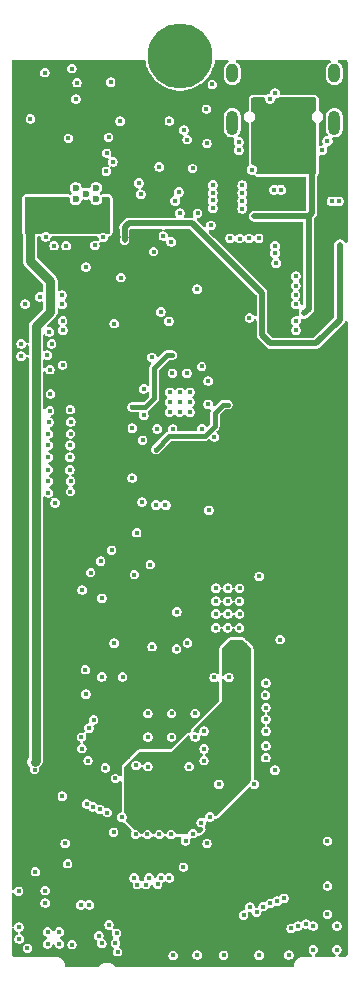
<source format=gbr>
%TF.GenerationSoftware,KiCad,Pcbnew,9.0.7*%
%TF.CreationDate,2026-02-28T14:28:49+01:00*%
%TF.ProjectId,BladeCore-M54E,426c6164-6543-46f7-9265-2d4d3534452e,rev?*%
%TF.SameCoordinates,Original*%
%TF.FileFunction,Copper,L4,Inr*%
%TF.FilePolarity,Positive*%
%FSLAX46Y46*%
G04 Gerber Fmt 4.6, Leading zero omitted, Abs format (unit mm)*
G04 Created by KiCad (PCBNEW 9.0.7) date 2026-02-28 14:28:49*
%MOMM*%
%LPD*%
G01*
G04 APERTURE LIST*
%TA.AperFunction,ComponentPad*%
%ADD10C,0.600000*%
%TD*%
%TA.AperFunction,HeatsinkPad*%
%ADD11O,1.000000X2.100000*%
%TD*%
%TA.AperFunction,HeatsinkPad*%
%ADD12O,1.000000X1.600000*%
%TD*%
%TA.AperFunction,ComponentPad*%
%ADD13C,5.500000*%
%TD*%
%TA.AperFunction,HeatsinkPad*%
%ADD14C,0.425000*%
%TD*%
%TA.AperFunction,ViaPad*%
%ADD15C,0.400000*%
%TD*%
%TA.AperFunction,ViaPad*%
%ADD16C,0.450000*%
%TD*%
%TA.AperFunction,Conductor*%
%ADD17C,0.800000*%
%TD*%
%TA.AperFunction,Conductor*%
%ADD18C,0.150000*%
%TD*%
%TA.AperFunction,Conductor*%
%ADD19C,0.400000*%
%TD*%
%TA.AperFunction,Conductor*%
%ADD20C,0.500000*%
%TD*%
%TA.AperFunction,Conductor*%
%ADD21C,0.300000*%
%TD*%
G04 APERTURE END LIST*
D10*
%TO.N,GND*%
%TO.C,IC7*%
X5890000Y68620000D03*
X7610000Y68620000D03*
X6750000Y69100000D03*
X5890000Y69580000D03*
X7610000Y69580000D03*
%TD*%
D11*
%TO.N,SHIELD*%
%TO.C,J3*%
X27795000Y75120000D03*
D12*
X27795000Y79300000D03*
D11*
X19155000Y75120000D03*
D12*
X19155000Y79300000D03*
%TD*%
D13*
%TO.N,N/C*%
%TO.C,J1*%
X14721447Y80770000D03*
%TD*%
D14*
%TO.N,GND*%
%TO.C,IC1*%
X15529212Y50595788D03*
X15529212Y51445788D03*
X15529212Y52295788D03*
X14679212Y50595788D03*
X14679212Y51445788D03*
X14679212Y52295788D03*
X13829212Y50595788D03*
X13829212Y51445788D03*
X13829212Y52295788D03*
%TD*%
D15*
%TO.N,GND*%
X7500000Y64725000D03*
X16000000Y23100000D03*
X9150000Y58100000D03*
D16*
X19675000Y73475000D03*
D15*
X22000000Y23600000D03*
X18410000Y4640000D03*
X5200000Y12375000D03*
D16*
X20825000Y71150000D03*
D15*
X8700000Y7200000D03*
X19750000Y32350000D03*
X10832300Y11175305D03*
X14450000Y33700000D03*
X17250000Y16350000D03*
X3650000Y57400000D03*
X21000000Y19100000D03*
X15350000Y31075000D03*
X14139098Y4610031D03*
X6750000Y62900000D03*
X26000000Y7100000D03*
X27200000Y10500000D03*
X6000000Y78500000D03*
X17750000Y34600000D03*
X12000000Y20600000D03*
X17000000Y14100000D03*
X13810000Y75255000D03*
X18000000Y19100000D03*
X15040000Y74500000D03*
X12325000Y55250000D03*
X8400000Y20500000D03*
D16*
X22875000Y63250000D03*
D15*
X12475000Y64200000D03*
X14000000Y25100000D03*
X28000000Y5100000D03*
X8850000Y78550000D03*
X20600000Y58600000D03*
X3300000Y10100000D03*
X9700000Y62000000D03*
X6925000Y21100000D03*
X23200000Y31350000D03*
X8100000Y28200000D03*
X4050000Y64700000D03*
X21420000Y4640000D03*
X1800000Y5225000D03*
X17325000Y66425000D03*
X10665836Y45034164D03*
X11400000Y69050000D03*
D16*
X17477407Y68534304D03*
D15*
X9250000Y19600000D03*
X17600000Y28150000D03*
X16000000Y25100000D03*
X12100000Y11175000D03*
X26000000Y5100000D03*
X18750000Y32350000D03*
X16175000Y4650000D03*
X17758697Y33528588D03*
X4134800Y42925000D03*
X5000000Y14100000D03*
X21425000Y36700000D03*
X1100000Y6000000D03*
X21980000Y24600000D03*
X7000000Y23850000D03*
X16175000Y61025000D03*
X8100000Y5625000D03*
X8000000Y38000000D03*
D16*
X17477407Y69184304D03*
X26775000Y72775000D03*
X20000000Y69800000D03*
D15*
X14700000Y67450000D03*
X5262500Y73787500D03*
X17625000Y48525000D03*
X16750000Y23600000D03*
X16500000Y15850000D03*
X2050000Y75450000D03*
X18750000Y34600000D03*
X11650000Y52575000D03*
X16200000Y67450000D03*
X17450000Y78350000D03*
X17750000Y32350000D03*
X12200000Y37700000D03*
X12825000Y10625000D03*
X3300000Y9050000D03*
X8925000Y38925000D03*
X11000000Y20700000D03*
X22000000Y25600000D03*
X8100000Y34850000D03*
X28000000Y7100000D03*
X15800000Y14920000D03*
X11651527Y50326527D03*
X1075000Y7000000D03*
X15000000Y12100000D03*
X8500000Y72550000D03*
X18758697Y33528588D03*
X12000000Y25100000D03*
D16*
X19675000Y72800000D03*
D15*
X17000000Y73362500D03*
X10675000Y49250000D03*
X16750000Y22100000D03*
X3700000Y54200000D03*
X3750000Y52150000D03*
X15300000Y53900000D03*
X17150000Y42300000D03*
X16550000Y54475000D03*
X18758697Y35697756D03*
X7850000Y6275000D03*
X5575000Y5525000D03*
X5900000Y77125000D03*
X5550000Y79700000D03*
X23925000Y4650000D03*
X11550000Y48225000D03*
X9425000Y4925000D03*
X17758697Y35697756D03*
X6375000Y23100000D03*
X17100000Y51275000D03*
X8225000Y65400000D03*
X8675000Y73875000D03*
X9096800Y15052936D03*
X27200000Y8100000D03*
X9150000Y31050000D03*
X21980000Y22350000D03*
X4750000Y18100000D03*
X6700000Y28800000D03*
X21980000Y21350000D03*
D16*
X27200000Y73550000D03*
D15*
X12350000Y30750000D03*
X11050000Y40400000D03*
X12776527Y49201527D03*
D16*
X14300000Y68500000D03*
X20000000Y69150000D03*
X20000000Y68500000D03*
X17477407Y69834304D03*
D15*
X14100000Y49178200D03*
X26000000Y7100000D03*
X9650000Y75250000D03*
X19750000Y34600000D03*
X14000000Y23100000D03*
X19758697Y35697756D03*
X14075000Y53900000D03*
X19758697Y33528588D03*
D16*
X17477407Y67884304D03*
D15*
X12000000Y23100000D03*
X18850000Y28150000D03*
X11500000Y43000000D03*
X15500000Y20600000D03*
X17100000Y53250000D03*
X15190000Y14300000D03*
D16*
X20000000Y67850000D03*
D15*
X10850000Y36850000D03*
X5075000Y64700000D03*
X16750000Y21100000D03*
X15325000Y73680000D03*
X14425000Y30575000D03*
X6400000Y22125000D03*
X16562573Y49190627D03*
X8475000Y71000000D03*
X3350000Y65450000D03*
X9850000Y28200000D03*
X9036626Y71810000D03*
X13975000Y65025000D03*
%TO.N,+5V*%
X4000000Y68100000D03*
X8475000Y67625000D03*
X3000000Y68100000D03*
X2400000Y21650000D03*
X3000000Y67100000D03*
X3325000Y66375000D03*
X4000000Y67100000D03*
X2000000Y68100000D03*
X2000000Y67100000D03*
X2400000Y20350000D03*
X2400000Y21000000D03*
%TO.N,+3.3V*%
X8000000Y21300000D03*
X3500000Y74600000D03*
X2500000Y73600000D03*
X8000000Y23900000D03*
X11385876Y67935876D03*
X10679212Y47670788D03*
X12050000Y71300000D03*
X1500000Y74600000D03*
X16200000Y30900000D03*
X18729212Y53245788D03*
X10704212Y55245788D03*
X3500000Y73600000D03*
X24600000Y62950000D03*
X2500000Y74600000D03*
X17279212Y55470788D03*
X3500000Y71600000D03*
X3375000Y42950000D03*
X7250000Y25375000D03*
X13895000Y71245000D03*
X7394192Y42703494D03*
X10654212Y51845788D03*
X18679212Y49245788D03*
X11879212Y47445788D03*
X3480331Y63180331D03*
X1500000Y72600000D03*
X4497224Y73585855D03*
X16200000Y30100000D03*
D16*
X9350000Y76500000D03*
D15*
X14054212Y47420788D03*
X2500000Y71600000D03*
X1850000Y61925000D03*
X4500000Y71600000D03*
X16879212Y47445788D03*
X1500000Y71600000D03*
X21675000Y28775000D03*
X4625000Y75525000D03*
X6475000Y64700000D03*
X16200000Y29300000D03*
X15279212Y55470788D03*
X1500000Y73600000D03*
X4500000Y74600000D03*
%TO.N,/Project Architecture/Microcontroller Peripherals/VREF_IN*%
X7150000Y37025000D03*
X15775000Y71250000D03*
%TO.N,/Project Architecture/Ethernet Interface/RDN_R_N*%
X12970000Y14850000D03*
%TO.N,/Project Architecture/RD_N*%
X13115000Y11175000D03*
%TO.N,+1V1*%
X12679212Y47445788D03*
X14054212Y55445788D03*
X18779212Y51245788D03*
X10654212Y51045788D03*
%TO.N,/Project Architecture/Ethernet Interface/RDN_R_P*%
X13970000Y14850000D03*
%TO.N,/Project Architecture/RD_P*%
X13815000Y11175000D03*
%TO.N,+3.3VP*%
X20250000Y21350000D03*
X20230000Y24600000D03*
X14500000Y20600000D03*
X20200000Y30100000D03*
X20250000Y22350000D03*
X13000000Y20600000D03*
X20200000Y30900000D03*
X10195000Y18350000D03*
X20200000Y29300000D03*
X17250000Y17350000D03*
%TO.N,VBUS*%
X4500000Y5600000D03*
X3275000Y79350000D03*
X3500000Y5600000D03*
X2475000Y11700000D03*
X3500000Y6600000D03*
X4500000Y6600000D03*
%TO.N,/Project Architecture/Microcontroller/ADC_VUSB*%
X1050000Y10050000D03*
X3575000Y44750000D03*
%TO.N,HEARTBEAT*%
X13300000Y65525000D03*
X4775000Y54600000D03*
D16*
%TO.N,/Project Architecture/Microcontroller Peripherals/I2C0_SCL*%
X14600000Y69250000D03*
D15*
X4800000Y57550000D03*
%TO.N,/Project Architecture/Microcontroller Peripherals/I2C0_SDA*%
X4775000Y58350000D03*
D16*
X11226000Y70026000D03*
D15*
X12960000Y71380000D03*
%TO.N,QSPI_SS*%
X22750000Y20300000D03*
X27200000Y14300000D03*
%TO.N,/Project Architecture/Microcontroller Peripherals/SWDIO*%
X13100000Y59100000D03*
X6746958Y26736311D03*
%TO.N,/Project Architecture/Microcontroller Peripherals/SWCLK*%
X13766212Y58300000D03*
X7400000Y24550000D03*
%TO.N,/Project Architecture/Ethernet Interface/SPI1_MOSI*%
X1598472Y59769841D03*
X4750000Y59725000D03*
%TO.N,/Project Architecture/Ethernet Interface/ETH_INT*%
X1275000Y55350000D03*
X3475000Y55425000D03*
%TO.N,/Project Architecture/Ethernet Interface/SPI1_SCLK*%
X2825000Y60375000D03*
X4725000Y60525000D03*
%TO.N,/Project Architecture/Ethernet Interface/ETH_RST*%
X1268533Y56400000D03*
X3850000Y56400000D03*
%TO.N,/Project Architecture/GPIO22*%
X22375000Y9025000D03*
X24530000Y61330000D03*
%TO.N,/Project Architecture/GPIO23*%
X22950000Y9200000D03*
X24520000Y62120000D03*
%TO.N,/Project Architecture/GPIO18*%
X20100000Y8025000D03*
X24540000Y57550000D03*
%TO.N,/Project Architecture/GPIO27*%
X25360000Y7275000D03*
X18970000Y65330000D03*
%TO.N,/Project Architecture/LINK_LED*%
X21950000Y26650000D03*
D16*
%TO.N,/Project Architecture/PWR*%
X28250000Y64800000D03*
X28250000Y63600000D03*
D15*
X10025000Y65725000D03*
X10025000Y66250000D03*
D16*
X28250000Y64200000D03*
D15*
X10025000Y65175000D03*
%TO.N,/Project Architecture/ADC0*%
X3675000Y50725000D03*
X8575000Y16700000D03*
%TO.N,/Project Architecture/GPIO26*%
X24710000Y7100000D03*
X19760000Y65310000D03*
%TO.N,/Project Architecture/ADC5*%
X9250000Y5675000D03*
X3575000Y45750000D03*
%TO.N,/Project Architecture/GPIO25*%
X20554212Y65320788D03*
X24120000Y6900000D03*
%TO.N,/Project Architecture/GPIO21*%
X21750000Y8750000D03*
X24510000Y60520000D03*
%TO.N,/Project Architecture/ADC4*%
X3550000Y46775000D03*
X9350000Y6475000D03*
%TO.N,/Project Architecture/GPIO19*%
X24530000Y58330000D03*
X20625000Y8700000D03*
D16*
%TO.N,/Project Architecture/TCT*%
X9775000Y16300000D03*
D15*
%TO.N,/Project Architecture/GPIO20*%
X21200000Y8247545D03*
X24520000Y59730000D03*
%TO.N,/Project Architecture/GPIO24*%
X21380000Y65330000D03*
X23525000Y9450000D03*
%TO.N,Net-(IC1B-GPIO40{slash}ADC0)*%
X5425728Y50817350D03*
%TO.N,Net-(IC1B-GPIO41{slash}ADC1)*%
X5465409Y49791321D03*
%TO.N,Net-(IC1B-GPIO42{slash}ADC2)*%
X5448403Y48793636D03*
%TO.N,Net-(IC1B-GPIO43{slash}ADC3)*%
X5414391Y47807288D03*
%TO.N,Net-(IC1B-GPIO44{slash}ADC4)*%
X5397385Y46798265D03*
%TO.N,Net-(IC1B-GPIO45{slash}ADC5)*%
X5397385Y45732555D03*
%TO.N,Net-(IC1B-GPIO46{slash}ADC6)*%
X5454072Y44774550D03*
%TO.N,Net-(IC1B-GPIO47{slash}ADC7)*%
X5442734Y43884569D03*
%TO.N,/Project Architecture/TD_N*%
X11105000Y10600000D03*
%TO.N,/Project Architecture/ADC2*%
X3575000Y48775000D03*
X7350000Y17200000D03*
%TO.N,/Project Architecture/TD_P*%
X11805000Y10600000D03*
%TO.N,/Project Architecture/ADC3*%
X6800000Y17450000D03*
X3575000Y47800000D03*
%TO.N,/Project Architecture/ADC1*%
X3625000Y49750000D03*
X7950000Y16975000D03*
%TO.N,/Project Architecture/ACT_LED*%
X21975000Y27675000D03*
%TO.N,/Project Architecture/Microcontroller Peripherals/ADC_VREF*%
X3575000Y43775000D03*
X6430000Y35550000D03*
%TO.N,/Project Architecture/Ethernet Interface/TDN_R_P*%
X11960000Y14850000D03*
%TO.N,/Project Architecture/Ethernet Interface/TDN_R_N*%
X10950000Y14850000D03*
D16*
%TO.N,VBUS_ONBOARD*%
X25725000Y76375000D03*
X25226446Y58976446D03*
X21050000Y73475000D03*
X25875000Y74480000D03*
X25875000Y73450000D03*
D15*
X22250000Y67200000D03*
X21600000Y67200000D03*
D16*
X21225000Y76375000D03*
D15*
X21000000Y67200000D03*
D16*
X21075000Y74480000D03*
X25875000Y71300000D03*
%TO.N,USB_D-*%
X28151200Y68450000D03*
D15*
X6325000Y8900000D03*
D16*
%TO.N,USB_D+*%
X27548800Y68450000D03*
D15*
X7025000Y8900000D03*
D16*
%TO.N,USB_ONB_D+*%
X22673800Y69450000D03*
X22337019Y77162019D03*
%TO.N,USB_ONB_D-*%
X22762981Y77587981D03*
X23276200Y69450000D03*
%TO.N,/Project Architecture/USB Interface and Power/USB_RP_D+*%
X22750000Y64073800D03*
X13484743Y42748112D03*
%TO.N,/Project Architecture/USB Interface and Power/USB_RP_D-*%
X12676013Y42759449D03*
X22750000Y64676200D03*
D15*
%TO.N,SHIELD*%
X16950000Y76275000D03*
%TD*%
D17*
%TO.N,+5V*%
X2400000Y21000000D02*
X2500000Y21100000D01*
X2000000Y63435609D02*
X2000000Y67100000D01*
X2500000Y57862925D02*
X3750000Y59112925D01*
X3750000Y61685609D02*
X2000000Y63435609D01*
X3750000Y59112925D02*
X3750000Y61685609D01*
X2500000Y21100000D02*
X2500000Y57862925D01*
D18*
%TO.N,+3.3V*%
X14054212Y47420788D02*
X16854212Y47420788D01*
X16854212Y47420788D02*
X16879212Y47445788D01*
D19*
%TO.N,+1V1*%
X12679212Y47445788D02*
X13808424Y48575000D01*
X17675000Y50550000D02*
X18370788Y51245788D01*
X12525000Y54350000D02*
X13620788Y55445788D01*
X13808424Y48575000D02*
X16800000Y48575000D01*
X13620788Y55445788D02*
X14054212Y55445788D01*
X12525000Y51800000D02*
X12525000Y54350000D01*
X18370788Y51245788D02*
X18779212Y51245788D01*
X17675000Y49450000D02*
X17675000Y50550000D01*
X16800000Y48575000D02*
X17675000Y49450000D01*
X11770788Y51045788D02*
X12525000Y51800000D01*
X10654212Y51045788D02*
X11770788Y51045788D01*
D20*
%TO.N,/Project Architecture/PWR*%
X15750000Y66600000D02*
X10375000Y66600000D01*
X22350000Y56450000D02*
X21650000Y57150000D01*
X10375000Y66600000D02*
X10025000Y66250000D01*
X28250000Y58450000D02*
X26250000Y56450000D01*
X10025000Y66250000D02*
X10150000Y66375000D01*
X26250000Y56450000D02*
X22350000Y56450000D01*
X21650000Y60700000D02*
X15750000Y66600000D01*
X10025000Y65175000D02*
X10025000Y66250000D01*
X21650000Y57150000D02*
X21650000Y60700000D01*
X28250000Y64800000D02*
X28250000Y58450000D01*
D21*
%TO.N,VBUS_ONBOARD*%
X25875000Y73450000D02*
X25875000Y71300000D01*
D20*
X25875000Y69700000D02*
X25875000Y74480000D01*
X25875000Y67450000D02*
X25875000Y69700000D01*
X25625000Y59375000D02*
X25226446Y58976446D01*
X21000000Y67200000D02*
X25625000Y67200000D01*
X25875000Y69700000D02*
X25875000Y71300000D01*
X25625000Y67200000D02*
X25625000Y59375000D01*
X25625000Y67200000D02*
X25875000Y67450000D01*
%TD*%
%TA.AperFunction,Conductor*%
%TO.N,+5V*%
G36*
X5335599Y68830315D02*
G01*
X5381354Y68777511D01*
X5391298Y68708353D01*
X5388335Y68693908D01*
X5386300Y68686316D01*
X5386300Y68553690D01*
X5386299Y68553690D01*
X5420627Y68425578D01*
X5420628Y68425577D01*
X5486937Y68310725D01*
X5486939Y68310722D01*
X5486940Y68310721D01*
X5580721Y68216940D01*
X5695579Y68150627D01*
X5823687Y68116300D01*
X5823690Y68116300D01*
X5956310Y68116300D01*
X5956313Y68116300D01*
X6084421Y68150627D01*
X6199279Y68216940D01*
X6293060Y68310721D01*
X6359373Y68425579D01*
X6391833Y68546722D01*
X6428197Y68606379D01*
X6491044Y68636908D01*
X6547140Y68630537D01*
X6547729Y68632731D01*
X6555577Y68630629D01*
X6555579Y68630627D01*
X6683687Y68596300D01*
X6683690Y68596300D01*
X6816310Y68596300D01*
X6816313Y68596300D01*
X6944421Y68630627D01*
X6944422Y68630629D01*
X6952271Y68632731D01*
X6952878Y68630465D01*
X7010384Y68636659D01*
X7072869Y68605397D01*
X7108167Y68546720D01*
X7140628Y68425577D01*
X7206937Y68310725D01*
X7206939Y68310722D01*
X7206940Y68310721D01*
X7300721Y68216940D01*
X7415579Y68150627D01*
X7543687Y68116300D01*
X7543690Y68116300D01*
X7676310Y68116300D01*
X7676313Y68116300D01*
X7804421Y68150627D01*
X7919279Y68216940D01*
X8013060Y68310721D01*
X8079373Y68425579D01*
X8113700Y68553687D01*
X8113700Y68686313D01*
X8111665Y68693908D01*
X8113328Y68763758D01*
X8152492Y68821620D01*
X8216720Y68849123D01*
X8231440Y68850000D01*
X8676000Y68850000D01*
X8743039Y68830315D01*
X8788794Y68777511D01*
X8800000Y68726000D01*
X8800000Y65824000D01*
X8797449Y65815315D01*
X8798738Y65806353D01*
X8787759Y65782313D01*
X8780315Y65756961D01*
X8773474Y65751034D01*
X8769713Y65742797D01*
X8747478Y65728508D01*
X8727511Y65711206D01*
X8716996Y65708919D01*
X8710935Y65705023D01*
X8676000Y65700000D01*
X8544998Y65700000D01*
X8479982Y65719091D01*
X8479917Y65718977D01*
X8479448Y65719248D01*
X8477959Y65719685D01*
X8474597Y65722049D01*
X8380825Y65776188D01*
X8380824Y65776189D01*
X8380823Y65776189D01*
X8278148Y65803700D01*
X8171852Y65803700D01*
X8069177Y65776189D01*
X8069175Y65776188D01*
X8069174Y65776188D01*
X7970083Y65718977D01*
X7968844Y65721122D01*
X7915316Y65700430D01*
X7905002Y65700000D01*
X3722281Y65700000D01*
X3655242Y65719685D01*
X3634600Y65736319D01*
X3597880Y65773039D01*
X3597878Y65773041D01*
X3524657Y65815315D01*
X3505825Y65826188D01*
X3505824Y65826189D01*
X3505823Y65826189D01*
X3403148Y65853700D01*
X3296852Y65853700D01*
X3194177Y65826189D01*
X3194175Y65826188D01*
X3194174Y65826188D01*
X3102125Y65773043D01*
X3102119Y65773039D01*
X3065400Y65736319D01*
X3004077Y65702834D01*
X2977719Y65700000D01*
X1699000Y65700000D01*
X1631961Y65719685D01*
X1586206Y65772489D01*
X1575000Y65824000D01*
X1575000Y68726000D01*
X1594685Y68793039D01*
X1647489Y68838794D01*
X1699000Y68850000D01*
X5268560Y68850000D01*
X5335599Y68830315D01*
G37*
%TD.AperFunction*%
%TD*%
%TA.AperFunction,Conductor*%
%TO.N,+3.3V*%
G36*
X18000000Y28900000D02*
G01*
X15800000Y28900000D01*
X15800000Y31300000D01*
X18000000Y31300000D01*
X18000000Y28900000D01*
G37*
%TD.AperFunction*%
%TD*%
%TA.AperFunction,Conductor*%
%TO.N,+3.3V*%
G36*
X1894177Y75073811D02*
G01*
X1996852Y75046300D01*
X1996854Y75046300D01*
X2103146Y75046300D01*
X2103148Y75046300D01*
X2205823Y75073811D01*
X2251184Y75100000D01*
X4875000Y75100000D01*
X4875000Y73901109D01*
X4858800Y73840648D01*
X4858800Y73734352D01*
X4875000Y73673892D01*
X4875000Y71050000D01*
X1100000Y71050000D01*
X1100000Y75100000D01*
X1848816Y75100000D01*
X1894177Y75073811D01*
G37*
%TD.AperFunction*%
%TD*%
%TA.AperFunction,Conductor*%
%TO.N,VBUS_ONBOARD*%
G36*
X21854558Y77230315D02*
G01*
X21900313Y77177511D01*
X21911519Y77126000D01*
X21911519Y77106001D01*
X21940516Y76997782D01*
X21996534Y76900756D01*
X22075756Y76821534D01*
X22172782Y76765516D01*
X22281001Y76736519D01*
X22281003Y76736519D01*
X22393035Y76736519D01*
X22393037Y76736519D01*
X22501256Y76765516D01*
X22598282Y76821534D01*
X22677504Y76900756D01*
X22733522Y76997782D01*
X22755926Y77081397D01*
X22757967Y77084747D01*
X22758115Y77088670D01*
X22776003Y77114338D01*
X22792288Y77141054D01*
X22796468Y77143701D01*
X22798065Y77145991D01*
X22808210Y77151134D01*
X22828451Y77163947D01*
X22835849Y77166996D01*
X22927218Y77191478D01*
X23006945Y77237509D01*
X23014558Y77240646D01*
X23034934Y77242800D01*
X23061806Y77250000D01*
X26126000Y77250000D01*
X26193039Y77230315D01*
X26238794Y77177511D01*
X26250000Y77126000D01*
X26250000Y76174256D01*
X26230315Y76107217D01*
X26187999Y76066869D01*
X26073042Y76000500D01*
X26073034Y76000494D01*
X25984506Y75911966D01*
X25984504Y75911963D01*
X25921905Y75803537D01*
X25921905Y75803536D01*
X25889500Y75682601D01*
X25889500Y75557399D01*
X25921905Y75436464D01*
X25984505Y75328036D01*
X26073036Y75239505D01*
X26181464Y75176905D01*
X26181466Y75176905D01*
X26187999Y75173133D01*
X26236215Y75122566D01*
X26250000Y75065745D01*
X26250000Y70874000D01*
X26230315Y70806961D01*
X26177511Y70761206D01*
X26126000Y70750000D01*
X21300159Y70750000D01*
X21233120Y70769685D01*
X21187365Y70822489D01*
X21177421Y70891647D01*
X21192772Y70936000D01*
X21221503Y70985763D01*
X21250500Y71093982D01*
X21250500Y71206018D01*
X21221503Y71314237D01*
X21165485Y71411263D01*
X21086263Y71490485D01*
X20989237Y71546503D01*
X20881018Y71575500D01*
X20874000Y71575500D01*
X20806961Y71595185D01*
X20761206Y71647989D01*
X20750000Y71699500D01*
X20750000Y75094612D01*
X20769685Y75161651D01*
X20812002Y75202000D01*
X20876964Y75239505D01*
X20965495Y75328036D01*
X21028095Y75436464D01*
X21060500Y75557399D01*
X21060500Y75682601D01*
X21028095Y75803536D01*
X20965495Y75911964D01*
X20876964Y76000495D01*
X20876963Y76000496D01*
X20876960Y76000498D01*
X20812000Y76038002D01*
X20763785Y76088568D01*
X20750000Y76145389D01*
X20750000Y77126000D01*
X20769685Y77193039D01*
X20822489Y77238794D01*
X20874000Y77250000D01*
X21787519Y77250000D01*
X21854558Y77230315D01*
G37*
%TD.AperFunction*%
%TD*%
%TA.AperFunction,Conductor*%
%TO.N,+3.3V*%
G36*
X11741395Y80429815D02*
G01*
X11787150Y80377011D01*
X11797576Y80339384D01*
X11804890Y80274470D01*
X11804892Y80274454D01*
X11878712Y79951024D01*
X11878716Y79951012D01*
X11988285Y79637884D01*
X12132224Y79338991D01*
X12158701Y79296853D01*
X12308729Y79058085D01*
X12515574Y78798711D01*
X12750158Y78564127D01*
X13009532Y78357282D01*
X13290435Y78180779D01*
X13589334Y78036837D01*
X13769452Y77973811D01*
X13902458Y77927270D01*
X13902470Y77927266D01*
X14225904Y77853445D01*
X14555567Y77816301D01*
X14555568Y77816300D01*
X14555571Y77816300D01*
X14887326Y77816300D01*
X14887326Y77816301D01*
X15216990Y77853445D01*
X15540424Y77927266D01*
X15853560Y78036837D01*
X16152459Y78180779D01*
X16433362Y78357282D01*
X16490876Y78403148D01*
X17046300Y78403148D01*
X17046300Y78296852D01*
X17073811Y78194177D01*
X17126959Y78102122D01*
X17202122Y78026959D01*
X17294177Y77973811D01*
X17396852Y77946300D01*
X17396854Y77946300D01*
X17503146Y77946300D01*
X17503148Y77946300D01*
X17605823Y77973811D01*
X17697878Y78026959D01*
X17773041Y78102122D01*
X17826189Y78194177D01*
X17853700Y78296852D01*
X17853700Y78403148D01*
X17826189Y78505823D01*
X17773041Y78597878D01*
X17697878Y78673041D01*
X17605823Y78726189D01*
X17503148Y78753700D01*
X17396852Y78753700D01*
X17294177Y78726189D01*
X17294175Y78726188D01*
X17294174Y78726188D01*
X17202125Y78673043D01*
X17202119Y78673039D01*
X17126961Y78597881D01*
X17126957Y78597875D01*
X17073812Y78505826D01*
X17073812Y78505825D01*
X17073811Y78505823D01*
X17046300Y78403148D01*
X16490876Y78403148D01*
X16608379Y78496854D01*
X16622634Y78508222D01*
X16637417Y78520012D01*
X16692736Y78564127D01*
X16927320Y78798711D01*
X17134165Y79058085D01*
X17310668Y79338988D01*
X17454610Y79637887D01*
X17564181Y79951023D01*
X17638002Y80274457D01*
X17645318Y80339384D01*
X17672384Y80403798D01*
X17729979Y80443353D01*
X17768538Y80449500D01*
X18750967Y80449500D01*
X18818006Y80429815D01*
X18863761Y80377011D01*
X18873705Y80307853D01*
X18844680Y80244297D01*
X18819859Y80222400D01*
X18777568Y80194142D01*
X18706414Y80146599D01*
X18608401Y80048586D01*
X18531386Y79933324D01*
X18478344Y79805267D01*
X18478341Y79805255D01*
X18451300Y79669313D01*
X18451300Y78930688D01*
X18478341Y78794746D01*
X18478344Y78794734D01*
X18531386Y78666677D01*
X18608401Y78551415D01*
X18706414Y78453402D01*
X18821676Y78376387D01*
X18949733Y78323345D01*
X18949738Y78323343D01*
X19056403Y78302126D01*
X19085687Y78296301D01*
X19085690Y78296300D01*
X19085692Y78296300D01*
X19224310Y78296300D01*
X19224311Y78296301D01*
X19360262Y78323343D01*
X19424294Y78349866D01*
X19488323Y78376387D01*
X19488324Y78376388D01*
X19488327Y78376389D01*
X19603583Y78453400D01*
X19701600Y78551417D01*
X19778611Y78666673D01*
X19794828Y78705823D01*
X19812248Y78747881D01*
X19831657Y78794738D01*
X19858700Y78930692D01*
X19858700Y79669308D01*
X19858700Y79669311D01*
X19858699Y79669313D01*
X19847386Y79726188D01*
X19831657Y79805262D01*
X19810714Y79855823D01*
X19778613Y79933324D01*
X19701598Y80048586D01*
X19603585Y80146599D01*
X19562704Y80173915D01*
X19490141Y80222399D01*
X19445338Y80276009D01*
X19436630Y80345334D01*
X19466784Y80408362D01*
X19526227Y80445082D01*
X19559033Y80449500D01*
X27390967Y80449500D01*
X27458006Y80429815D01*
X27503761Y80377011D01*
X27513705Y80307853D01*
X27484680Y80244297D01*
X27459859Y80222400D01*
X27417568Y80194142D01*
X27346414Y80146599D01*
X27248401Y80048586D01*
X27171386Y79933324D01*
X27118344Y79805267D01*
X27118341Y79805255D01*
X27091300Y79669313D01*
X27091300Y78930688D01*
X27118341Y78794746D01*
X27118344Y78794734D01*
X27171386Y78666677D01*
X27248401Y78551415D01*
X27346414Y78453402D01*
X27461676Y78376387D01*
X27589733Y78323345D01*
X27589738Y78323343D01*
X27696403Y78302126D01*
X27725687Y78296301D01*
X27725690Y78296300D01*
X27725692Y78296300D01*
X27864310Y78296300D01*
X27864311Y78296301D01*
X28000262Y78323343D01*
X28064294Y78349866D01*
X28128323Y78376387D01*
X28128324Y78376388D01*
X28128327Y78376389D01*
X28243583Y78453400D01*
X28341600Y78551417D01*
X28418611Y78666673D01*
X28434828Y78705823D01*
X28452248Y78747881D01*
X28471657Y78794738D01*
X28498700Y78930692D01*
X28498700Y79669308D01*
X28498700Y79669311D01*
X28498699Y79669313D01*
X28487386Y79726188D01*
X28471657Y79805262D01*
X28450714Y79855823D01*
X28418613Y79933324D01*
X28341598Y80048586D01*
X28243585Y80146599D01*
X28202704Y80173915D01*
X28130141Y80222399D01*
X28085338Y80276009D01*
X28076630Y80345334D01*
X28106784Y80408362D01*
X28166227Y80445082D01*
X28199033Y80449500D01*
X28652405Y80449500D01*
X28690244Y80449500D01*
X28709630Y80447975D01*
X28742253Y80442808D01*
X28779146Y80430821D01*
X28799765Y80420315D01*
X28831151Y80397511D01*
X28847510Y80381152D01*
X28870314Y80349766D01*
X28880820Y80329147D01*
X28892808Y80292252D01*
X28897973Y80259641D01*
X28899500Y80240245D01*
X28899500Y65045208D01*
X28879815Y64978169D01*
X28827011Y64932414D01*
X28757853Y64922470D01*
X28694297Y64951495D01*
X28668113Y64983207D01*
X28659718Y64997747D01*
X28613050Y65078578D01*
X28528578Y65163050D01*
X28425122Y65222781D01*
X28309731Y65253700D01*
X28190269Y65253700D01*
X28074878Y65222781D01*
X28074876Y65222781D01*
X28074876Y65222780D01*
X27971422Y65163050D01*
X27971419Y65163048D01*
X27886952Y65078581D01*
X27886950Y65078578D01*
X27834053Y64986958D01*
X27827219Y64975122D01*
X27796300Y64859731D01*
X27796300Y64859729D01*
X27796300Y58689291D01*
X27776615Y58622252D01*
X27759981Y58601610D01*
X26098390Y56940019D01*
X26037067Y56906534D01*
X26010709Y56903700D01*
X22589291Y56903700D01*
X22522252Y56923385D01*
X22501610Y56940019D01*
X22140019Y57301610D01*
X22106534Y57362933D01*
X22103700Y57389291D01*
X22103700Y60759729D01*
X22103700Y60759731D01*
X22072781Y60875122D01*
X22043233Y60926300D01*
X22041847Y60928700D01*
X22025726Y60956623D01*
X22013051Y60978578D01*
X18258990Y64732639D01*
X22321300Y64732639D01*
X22321300Y64619761D01*
X22332975Y64576189D01*
X22350515Y64510727D01*
X22393082Y64437001D01*
X22409555Y64369101D01*
X22393082Y64312999D01*
X22350515Y64239274D01*
X22321300Y64130239D01*
X22321300Y64017362D01*
X22350515Y63908327D01*
X22378735Y63859450D01*
X22406955Y63810572D01*
X22486772Y63730755D01*
X22513373Y63715397D01*
X22561589Y63664832D01*
X22574813Y63596225D01*
X22548846Y63531360D01*
X22539059Y63520332D01*
X22531955Y63513229D01*
X22531955Y63513228D01*
X22475515Y63415474D01*
X22446300Y63306439D01*
X22446300Y63193562D01*
X22475515Y63084527D01*
X22492086Y63055826D01*
X22531955Y62986772D01*
X22611772Y62906955D01*
X22709528Y62850515D01*
X22818561Y62821300D01*
X22818563Y62821300D01*
X22931437Y62821300D01*
X22931439Y62821300D01*
X23040472Y62850515D01*
X23138228Y62906955D01*
X23218045Y62986772D01*
X23274485Y63084528D01*
X23303700Y63193561D01*
X23303700Y63306439D01*
X23274485Y63415472D01*
X23218045Y63513228D01*
X23138228Y63593045D01*
X23111626Y63608404D01*
X23063410Y63658970D01*
X23050186Y63727577D01*
X23076154Y63792442D01*
X23085931Y63803459D01*
X23093045Y63810572D01*
X23149485Y63908328D01*
X23178700Y64017361D01*
X23178700Y64130239D01*
X23149485Y64239272D01*
X23149484Y64239274D01*
X23149484Y64239275D01*
X23129929Y64273144D01*
X23106917Y64313001D01*
X23090444Y64380898D01*
X23106918Y64437001D01*
X23149485Y64510728D01*
X23178700Y64619761D01*
X23178700Y64732639D01*
X23149485Y64841672D01*
X23093045Y64939428D01*
X23013228Y65019245D01*
X22954590Y65053100D01*
X22915473Y65075685D01*
X22852907Y65092449D01*
X22806439Y65104900D01*
X22693561Y65104900D01*
X22584526Y65075685D01*
X22486772Y65019245D01*
X22486769Y65019243D01*
X22406957Y64939431D01*
X22406955Y64939428D01*
X22350515Y64841674D01*
X22331659Y64771301D01*
X22321300Y64732639D01*
X18258990Y64732639D01*
X17608481Y65383148D01*
X18566300Y65383148D01*
X18566300Y65276852D01*
X18593811Y65174177D01*
X18593812Y65174176D01*
X18593812Y65174175D01*
X18600235Y65163050D01*
X18646959Y65082122D01*
X18722122Y65006959D01*
X18814177Y64953811D01*
X18916852Y64926300D01*
X18916854Y64926300D01*
X19023146Y64926300D01*
X19023148Y64926300D01*
X19125823Y64953811D01*
X19217878Y65006959D01*
X19267319Y65056400D01*
X19328642Y65089885D01*
X19398334Y65084901D01*
X19442681Y65056400D01*
X19512122Y64986959D01*
X19604177Y64933811D01*
X19706852Y64906300D01*
X19706854Y64906300D01*
X19813146Y64906300D01*
X19813148Y64906300D01*
X19915823Y64933811D01*
X20007878Y64986959D01*
X20074819Y65053900D01*
X20136142Y65087385D01*
X20205834Y65082401D01*
X20250181Y65053900D01*
X20306334Y64997747D01*
X20398389Y64944599D01*
X20501064Y64917088D01*
X20501066Y64917088D01*
X20607358Y64917088D01*
X20607360Y64917088D01*
X20710035Y64944599D01*
X20802090Y64997747D01*
X20877253Y65072910D01*
X20877253Y65072911D01*
X20883000Y65078657D01*
X20885241Y65076416D01*
X20929598Y65108822D01*
X20999343Y65112994D01*
X21059257Y65079824D01*
X21132122Y65006959D01*
X21224177Y64953811D01*
X21326852Y64926300D01*
X21326854Y64926300D01*
X21433146Y64926300D01*
X21433148Y64926300D01*
X21535823Y64953811D01*
X21627878Y65006959D01*
X21703041Y65082122D01*
X21756189Y65174177D01*
X21783700Y65276852D01*
X21783700Y65383148D01*
X21756189Y65485823D01*
X21703041Y65577878D01*
X21627878Y65653041D01*
X21566508Y65688473D01*
X21535825Y65706188D01*
X21535824Y65706189D01*
X21535823Y65706189D01*
X21433148Y65733700D01*
X21326852Y65733700D01*
X21224177Y65706189D01*
X21224175Y65706188D01*
X21224174Y65706188D01*
X21132125Y65653043D01*
X21132119Y65653039D01*
X21051212Y65572131D01*
X21048983Y65574360D01*
X21004501Y65541927D01*
X20934752Y65537821D01*
X20874954Y65570965D01*
X20802092Y65643827D01*
X20802090Y65643829D01*
X20710035Y65696977D01*
X20607360Y65724488D01*
X20501064Y65724488D01*
X20398389Y65696977D01*
X20398387Y65696976D01*
X20398386Y65696976D01*
X20306337Y65643831D01*
X20306331Y65643827D01*
X20239393Y65576888D01*
X20178070Y65543403D01*
X20108378Y65548387D01*
X20064031Y65576888D01*
X20007880Y65633039D01*
X20007878Y65633041D01*
X19915823Y65686189D01*
X19813148Y65713700D01*
X19706852Y65713700D01*
X19604177Y65686189D01*
X19604175Y65686188D01*
X19604174Y65686188D01*
X19512125Y65633043D01*
X19512119Y65633039D01*
X19462681Y65583600D01*
X19401358Y65550115D01*
X19331666Y65555099D01*
X19287319Y65583600D01*
X19217880Y65653039D01*
X19217878Y65653041D01*
X19156508Y65688473D01*
X19125825Y65706188D01*
X19125824Y65706189D01*
X19125823Y65706189D01*
X19023148Y65733700D01*
X18916852Y65733700D01*
X18814177Y65706189D01*
X18814175Y65706188D01*
X18814174Y65706188D01*
X18722125Y65653043D01*
X18722119Y65653039D01*
X18646961Y65577881D01*
X18646957Y65577875D01*
X18593812Y65485826D01*
X18593812Y65485825D01*
X18593811Y65485823D01*
X18566300Y65383148D01*
X17608481Y65383148D01*
X17182010Y65809619D01*
X17148525Y65870942D01*
X17153509Y65940634D01*
X17195381Y65996567D01*
X17260845Y66020984D01*
X17269691Y66021300D01*
X17378146Y66021300D01*
X17378148Y66021300D01*
X17480823Y66048811D01*
X17572878Y66101959D01*
X17648041Y66177122D01*
X17701189Y66269177D01*
X17728700Y66371852D01*
X17728700Y66478148D01*
X17701189Y66580823D01*
X17648041Y66672878D01*
X17572878Y66748041D01*
X17480823Y66801189D01*
X17378148Y66828700D01*
X17271852Y66828700D01*
X17169177Y66801189D01*
X17169175Y66801188D01*
X17169174Y66801188D01*
X17077125Y66748043D01*
X17077119Y66748039D01*
X17001961Y66672881D01*
X17001957Y66672875D01*
X16948812Y66580826D01*
X16948812Y66580825D01*
X16948811Y66580823D01*
X16934812Y66528577D01*
X16921300Y66478148D01*
X16921300Y66369691D01*
X16901615Y66302652D01*
X16848811Y66256897D01*
X16779653Y66246953D01*
X16716097Y66275978D01*
X16709619Y66282010D01*
X16157010Y66834619D01*
X16123525Y66895942D01*
X16128509Y66965634D01*
X16170381Y67021567D01*
X16235845Y67045984D01*
X16244691Y67046300D01*
X16253146Y67046300D01*
X16253148Y67046300D01*
X16355823Y67073811D01*
X16447878Y67126959D01*
X16523041Y67202122D01*
X16576189Y67294177D01*
X16603700Y67396852D01*
X16603700Y67503148D01*
X16576189Y67605823D01*
X16523041Y67697878D01*
X16447878Y67773041D01*
X16355823Y67826189D01*
X16253148Y67853700D01*
X16146852Y67853700D01*
X16044177Y67826189D01*
X16044175Y67826188D01*
X16044174Y67826188D01*
X15952125Y67773043D01*
X15952119Y67773039D01*
X15876961Y67697881D01*
X15876957Y67697875D01*
X15823812Y67605826D01*
X15823812Y67605825D01*
X15823811Y67605823D01*
X15796300Y67503148D01*
X15796300Y67396852D01*
X15823811Y67294177D01*
X15823812Y67294176D01*
X15823812Y67294175D01*
X15855263Y67239700D01*
X15871736Y67171799D01*
X15848883Y67105773D01*
X15793962Y67062582D01*
X15747876Y67053700D01*
X15152124Y67053700D01*
X15085085Y67073385D01*
X15039330Y67126189D01*
X15029386Y67195347D01*
X15044737Y67239700D01*
X15056300Y67259729D01*
X15076189Y67294177D01*
X15103700Y67396852D01*
X15103700Y67503148D01*
X15076189Y67605823D01*
X15023041Y67697878D01*
X14947878Y67773041D01*
X14855823Y67826189D01*
X14753148Y67853700D01*
X14646852Y67853700D01*
X14544177Y67826189D01*
X14544175Y67826188D01*
X14544174Y67826188D01*
X14452125Y67773043D01*
X14452119Y67773039D01*
X14376961Y67697881D01*
X14376957Y67697875D01*
X14323812Y67605826D01*
X14323812Y67605825D01*
X14323811Y67605823D01*
X14296300Y67503148D01*
X14296300Y67396852D01*
X14323811Y67294177D01*
X14323812Y67294176D01*
X14323812Y67294175D01*
X14355263Y67239700D01*
X14371736Y67171799D01*
X14348883Y67105773D01*
X14293962Y67062582D01*
X14247876Y67053700D01*
X10315269Y67053700D01*
X10199877Y67022781D01*
X10183846Y67013525D01*
X10183845Y67013525D01*
X10096428Y66963056D01*
X10096420Y66963050D01*
X9661950Y66528580D01*
X9661948Y66528577D01*
X9602219Y66425122D01*
X9602219Y66425121D01*
X9571300Y66309731D01*
X9571300Y66190269D01*
X9592813Y66109982D01*
X9602219Y66074878D01*
X9645738Y65999500D01*
X9662209Y65931599D01*
X9649777Y65889217D01*
X9651920Y65888329D01*
X9648809Y65880821D01*
X9621300Y65778150D01*
X9621300Y65778148D01*
X9621300Y65671852D01*
X9648811Y65569177D01*
X9648812Y65569176D01*
X9648812Y65569175D01*
X9681822Y65512000D01*
X9698295Y65444100D01*
X9681822Y65388000D01*
X9648812Y65330826D01*
X9648812Y65330825D01*
X9648811Y65330823D01*
X9621300Y65228148D01*
X9621300Y65121852D01*
X9648811Y65019177D01*
X9648812Y65019176D01*
X9648812Y65019175D01*
X9654304Y65009663D01*
X9701959Y64927122D01*
X9777122Y64851959D01*
X9869177Y64798811D01*
X9971852Y64771300D01*
X9971854Y64771300D01*
X10078146Y64771300D01*
X10078148Y64771300D01*
X10180823Y64798811D01*
X10272878Y64851959D01*
X10348041Y64927122D01*
X10401189Y65019177D01*
X10428700Y65121852D01*
X10428700Y65228148D01*
X10401189Y65330823D01*
X10368175Y65388004D01*
X10351704Y65455899D01*
X10368175Y65511997D01*
X10401189Y65569177D01*
X10428700Y65671852D01*
X10428700Y65778148D01*
X10401189Y65880823D01*
X10401188Y65880825D01*
X10399085Y65888674D01*
X10401261Y65889258D01*
X10400374Y65897506D01*
X10393388Y65916238D01*
X10396714Y65931532D01*
X10395041Y65947093D01*
X10403989Y65964973D01*
X10408240Y65984511D01*
X10424921Y66006793D01*
X10426313Y66009574D01*
X10429355Y66012728D01*
X10526611Y66109982D01*
X10587934Y66143466D01*
X10614291Y66146300D01*
X13117072Y66146300D01*
X13184111Y66126615D01*
X13229866Y66073811D01*
X13239810Y66004653D01*
X13210785Y65941097D01*
X13152007Y65903323D01*
X13149225Y65902542D01*
X13144177Y65901189D01*
X13144176Y65901189D01*
X13144174Y65901188D01*
X13052125Y65848043D01*
X13052119Y65848039D01*
X12976961Y65772881D01*
X12976957Y65772875D01*
X12923812Y65680826D01*
X12923812Y65680825D01*
X12923811Y65680823D01*
X12896300Y65578148D01*
X12896300Y65471852D01*
X12923811Y65369177D01*
X12976959Y65277122D01*
X13052122Y65201959D01*
X13144177Y65148811D01*
X13246852Y65121300D01*
X13246854Y65121300D01*
X13353146Y65121300D01*
X13353148Y65121300D01*
X13415209Y65137929D01*
X13485056Y65136266D01*
X13542919Y65097104D01*
X13570423Y65032875D01*
X13571300Y65018154D01*
X13571300Y64971852D01*
X13598811Y64869177D01*
X13651959Y64777122D01*
X13727122Y64701959D01*
X13819177Y64648811D01*
X13921852Y64621300D01*
X13921854Y64621300D01*
X14028146Y64621300D01*
X14028148Y64621300D01*
X14130823Y64648811D01*
X14222878Y64701959D01*
X14298041Y64777122D01*
X14351189Y64869177D01*
X14378700Y64971852D01*
X14378700Y65078148D01*
X14351189Y65180823D01*
X14298041Y65272878D01*
X14222878Y65348041D01*
X14153667Y65388000D01*
X14130825Y65401188D01*
X14130824Y65401189D01*
X14130823Y65401189D01*
X14028148Y65428700D01*
X13921852Y65428700D01*
X13921850Y65428700D01*
X13859792Y65412072D01*
X13789942Y65413735D01*
X13732080Y65452899D01*
X13704577Y65517128D01*
X13703700Y65531847D01*
X13703700Y65578146D01*
X13703700Y65578148D01*
X13676189Y65680823D01*
X13623041Y65772878D01*
X13547878Y65848041D01*
X13455825Y65901188D01*
X13455826Y65901188D01*
X13455823Y65901189D01*
X13450831Y65902527D01*
X13391174Y65938891D01*
X13360645Y66001738D01*
X13368940Y66071113D01*
X13413426Y66124991D01*
X13479978Y66146265D01*
X13482928Y66146300D01*
X15510709Y66146300D01*
X15577748Y66126615D01*
X15598390Y66109981D01*
X21159981Y60548390D01*
X21193466Y60487067D01*
X21196300Y60460709D01*
X21196300Y58837354D01*
X21176615Y58770315D01*
X21123811Y58724560D01*
X21054653Y58714616D01*
X20991097Y58743641D01*
X20964913Y58775354D01*
X20949288Y58802417D01*
X20923041Y58847878D01*
X20847878Y58923041D01*
X20755823Y58976189D01*
X20653148Y59003700D01*
X20546852Y59003700D01*
X20444177Y58976189D01*
X20444175Y58976188D01*
X20444174Y58976188D01*
X20352125Y58923043D01*
X20352119Y58923039D01*
X20276961Y58847881D01*
X20276957Y58847875D01*
X20223812Y58755826D01*
X20223812Y58755825D01*
X20223811Y58755823D01*
X20196300Y58653148D01*
X20196300Y58546852D01*
X20223811Y58444177D01*
X20276959Y58352122D01*
X20352122Y58276959D01*
X20444177Y58223811D01*
X20546852Y58196300D01*
X20546854Y58196300D01*
X20653146Y58196300D01*
X20653148Y58196300D01*
X20755823Y58223811D01*
X20847878Y58276959D01*
X20923041Y58352122D01*
X20964913Y58424648D01*
X21015480Y58472862D01*
X21084087Y58486086D01*
X21148951Y58460118D01*
X21189480Y58403204D01*
X21196300Y58362647D01*
X21196300Y57090269D01*
X21227219Y56974878D01*
X21249081Y56937011D01*
X21286949Y56871422D01*
X22071421Y56086950D01*
X22071422Y56086949D01*
X22071424Y56086948D01*
X22174874Y56027221D01*
X22174875Y56027221D01*
X22174878Y56027219D01*
X22290269Y55996300D01*
X22290271Y55996300D01*
X26309728Y55996300D01*
X26309731Y55996300D01*
X26425122Y56027219D01*
X26462989Y56049082D01*
X26528578Y56086949D01*
X28613050Y58171422D01*
X28648473Y58232776D01*
X28668115Y58266796D01*
X28705714Y58302644D01*
X28718681Y58315008D01*
X28718682Y58315009D01*
X28718684Y58315010D01*
X28763171Y58323583D01*
X28787288Y58328230D01*
X28787292Y58328230D01*
X28821916Y58314367D01*
X28852152Y58302262D01*
X28852153Y58302261D01*
X28852156Y58302259D01*
X28877407Y58266796D01*
X28892680Y58245348D01*
X28892680Y58245347D01*
X28892682Y58245344D01*
X28892682Y58245333D01*
X28899500Y58204792D01*
X28899500Y4709756D01*
X28897973Y4690362D01*
X28896203Y4679183D01*
X28892808Y4657749D01*
X28880820Y4620854D01*
X28870314Y4600235D01*
X28868927Y4598327D01*
X28868661Y4597103D01*
X28847510Y4568849D01*
X28831151Y4552490D01*
X28799765Y4529686D01*
X28779146Y4519180D01*
X28742251Y4507192D01*
X28729663Y4505199D01*
X28709638Y4502027D01*
X28690244Y4500500D01*
X28231811Y4500500D01*
X28164772Y4520185D01*
X28119017Y4572989D01*
X28109073Y4642147D01*
X28138098Y4705703D01*
X28169811Y4731887D01*
X28172269Y4733306D01*
X28247878Y4776959D01*
X28323041Y4852122D01*
X28376189Y4944177D01*
X28403700Y5046852D01*
X28403700Y5153148D01*
X28376189Y5255823D01*
X28323041Y5347878D01*
X28247878Y5423041D01*
X28167968Y5469177D01*
X28155825Y5476188D01*
X28155824Y5476189D01*
X28155823Y5476189D01*
X28053148Y5503700D01*
X27946852Y5503700D01*
X27844177Y5476189D01*
X27844175Y5476188D01*
X27844174Y5476188D01*
X27752125Y5423043D01*
X27752119Y5423039D01*
X27676961Y5347881D01*
X27676957Y5347875D01*
X27623812Y5255826D01*
X27623812Y5255825D01*
X27623811Y5255823D01*
X27596300Y5153148D01*
X27596300Y5046852D01*
X27623811Y4944177D01*
X27676959Y4852122D01*
X27752122Y4776959D01*
X27802982Y4747595D01*
X27830189Y4731887D01*
X27878405Y4681320D01*
X27891628Y4612713D01*
X27865660Y4547848D01*
X27808745Y4507320D01*
X27768189Y4500500D01*
X26231811Y4500500D01*
X26164772Y4520185D01*
X26119017Y4572989D01*
X26109073Y4642147D01*
X26138098Y4705703D01*
X26169811Y4731887D01*
X26172269Y4733306D01*
X26247878Y4776959D01*
X26323041Y4852122D01*
X26376189Y4944177D01*
X26403700Y5046852D01*
X26403700Y5153148D01*
X26376189Y5255823D01*
X26323041Y5347878D01*
X26247878Y5423041D01*
X26167968Y5469177D01*
X26155825Y5476188D01*
X26155824Y5476189D01*
X26155823Y5476189D01*
X26053148Y5503700D01*
X25946852Y5503700D01*
X25844177Y5476189D01*
X25844175Y5476188D01*
X25844174Y5476188D01*
X25752125Y5423043D01*
X25752119Y5423039D01*
X25676961Y5347881D01*
X25676957Y5347875D01*
X25623812Y5255826D01*
X25623812Y5255825D01*
X25623811Y5255823D01*
X25596300Y5153148D01*
X25596300Y5046852D01*
X25623811Y4944177D01*
X25676959Y4852122D01*
X25752122Y4776959D01*
X25802982Y4747595D01*
X25830189Y4731887D01*
X25878405Y4681320D01*
X25891628Y4612713D01*
X25865660Y4547848D01*
X25808745Y4507320D01*
X25768189Y4500500D01*
X25071155Y4500500D01*
X24916510Y4469739D01*
X24916498Y4469736D01*
X24770827Y4409398D01*
X24770814Y4409391D01*
X24639711Y4321790D01*
X24639707Y4321787D01*
X24528213Y4210293D01*
X24528210Y4210289D01*
X24440609Y4079186D01*
X24440602Y4079173D01*
X24380264Y3933502D01*
X24380261Y3933490D01*
X24349500Y3778847D01*
X24349500Y3724000D01*
X24329815Y3656961D01*
X24277011Y3611206D01*
X24225500Y3600000D01*
X9365212Y3600000D01*
X9298173Y3619685D01*
X9262109Y3655110D01*
X9260872Y3656961D01*
X9249464Y3674035D01*
X9249462Y3674038D01*
X9124038Y3799462D01*
X9124034Y3799465D01*
X8976553Y3898010D01*
X8976540Y3898017D01*
X8812667Y3965894D01*
X8812658Y3965897D01*
X8638694Y4000500D01*
X8638691Y4000500D01*
X8597595Y4000500D01*
X8550000Y4000500D01*
X8461309Y4000500D01*
X8461306Y4000500D01*
X8287341Y3965897D01*
X8287332Y3965894D01*
X8123459Y3898017D01*
X8123446Y3898010D01*
X7975965Y3799465D01*
X7975961Y3799462D01*
X7850537Y3674038D01*
X7841271Y3660171D01*
X7839128Y3656961D01*
X7837891Y3655110D01*
X7784279Y3610305D01*
X7734788Y3600000D01*
X5124500Y3600000D01*
X5057461Y3619685D01*
X5011706Y3672489D01*
X5000500Y3724000D01*
X5000500Y3778845D01*
X5000499Y3778847D01*
X4996398Y3799465D01*
X4969737Y3933497D01*
X4909795Y4078211D01*
X4909397Y4079173D01*
X4909390Y4079186D01*
X4821789Y4210289D01*
X4821786Y4210293D01*
X4710292Y4321787D01*
X4710288Y4321790D01*
X4579185Y4409391D01*
X4579172Y4409398D01*
X4433501Y4469736D01*
X4433489Y4469739D01*
X4278845Y4500500D01*
X4278842Y4500500D01*
X4239562Y4500500D01*
X659756Y4500500D01*
X640360Y4502027D01*
X624110Y4504601D01*
X607749Y4507192D01*
X570853Y4519180D01*
X550234Y4529686D01*
X518848Y4552490D01*
X502489Y4568849D01*
X479685Y4600235D01*
X469179Y4620854D01*
X457192Y4657747D01*
X452025Y4690370D01*
X450500Y4709756D01*
X450500Y5278148D01*
X1396300Y5278148D01*
X1396300Y5171852D01*
X1423811Y5069177D01*
X1476959Y4977122D01*
X1552122Y4901959D01*
X1644177Y4848811D01*
X1746852Y4821300D01*
X1746854Y4821300D01*
X1853146Y4821300D01*
X1853148Y4821300D01*
X1955823Y4848811D01*
X2047878Y4901959D01*
X2123041Y4977122D01*
X2176189Y5069177D01*
X2203700Y5171852D01*
X2203700Y5278148D01*
X2176189Y5380823D01*
X2123041Y5472878D01*
X2047878Y5548041D01*
X1955823Y5601189D01*
X1853148Y5628700D01*
X1746852Y5628700D01*
X1644175Y5601189D01*
X1589508Y5569627D01*
X1589504Y5569624D01*
X1552122Y5548041D01*
X1476959Y5472878D01*
X1475346Y5470086D01*
X1475346Y5470085D01*
X1423812Y5380826D01*
X1423812Y5380825D01*
X1423811Y5380823D01*
X1396300Y5278148D01*
X450500Y5278148D01*
X450500Y6829016D01*
X470185Y6896055D01*
X522989Y6941810D01*
X592147Y6951754D01*
X655703Y6922729D01*
X693477Y6863951D01*
X694263Y6861150D01*
X698811Y6844177D01*
X751959Y6752122D01*
X827122Y6676959D01*
X919177Y6623811D01*
X946742Y6616425D01*
X1006402Y6580062D01*
X1036932Y6517215D01*
X1028638Y6447840D01*
X984153Y6393961D01*
X946747Y6376878D01*
X945300Y6376491D01*
X944176Y6376189D01*
X944174Y6376188D01*
X852125Y6323043D01*
X852119Y6323039D01*
X776961Y6247881D01*
X776957Y6247875D01*
X723812Y6155826D01*
X723812Y6155825D01*
X723811Y6155823D01*
X696300Y6053148D01*
X696300Y5946852D01*
X723811Y5844177D01*
X776959Y5752122D01*
X852122Y5676959D01*
X944177Y5623811D01*
X1046852Y5596300D01*
X1046854Y5596300D01*
X1153146Y5596300D01*
X1153148Y5596300D01*
X1255823Y5623811D01*
X1347878Y5676959D01*
X1423041Y5752122D01*
X1476189Y5844177D01*
X1503700Y5946852D01*
X1503700Y6053148D01*
X1476189Y6155823D01*
X1423041Y6247878D01*
X1347878Y6323041D01*
X1255823Y6376189D01*
X1228253Y6383577D01*
X1168595Y6419941D01*
X1138067Y6482788D01*
X1146362Y6552164D01*
X1190848Y6606041D01*
X1228257Y6623124D01*
X1230823Y6623811D01*
X1281636Y6653148D01*
X3096300Y6653148D01*
X3096300Y6546852D01*
X3123811Y6444177D01*
X3176959Y6352122D01*
X3252122Y6276959D01*
X3344177Y6223811D01*
X3359243Y6219775D01*
X3418903Y6183410D01*
X3449432Y6120563D01*
X3441137Y6051188D01*
X3396652Y5997310D01*
X3359244Y5980227D01*
X3344177Y5976189D01*
X3344175Y5976188D01*
X3344174Y5976188D01*
X3252125Y5923043D01*
X3252119Y5923039D01*
X3176961Y5847881D01*
X3176957Y5847875D01*
X3123812Y5755826D01*
X3123812Y5755825D01*
X3123811Y5755823D01*
X3096300Y5653148D01*
X3096300Y5546852D01*
X3123811Y5444177D01*
X3176959Y5352122D01*
X3252122Y5276959D01*
X3344177Y5223811D01*
X3446852Y5196300D01*
X3446854Y5196300D01*
X3553146Y5196300D01*
X3553148Y5196300D01*
X3655823Y5223811D01*
X3747878Y5276959D01*
X3823041Y5352122D01*
X3876189Y5444177D01*
X3880225Y5459244D01*
X3916589Y5518903D01*
X3979435Y5549433D01*
X4048811Y5541139D01*
X4102690Y5496654D01*
X4119773Y5459245D01*
X4123811Y5444177D01*
X4176959Y5352122D01*
X4252122Y5276959D01*
X4344177Y5223811D01*
X4446852Y5196300D01*
X4446854Y5196300D01*
X4553146Y5196300D01*
X4553148Y5196300D01*
X4655823Y5223811D01*
X4747878Y5276959D01*
X4823041Y5352122D01*
X4876189Y5444177D01*
X4903700Y5546852D01*
X4903700Y5578148D01*
X5171300Y5578148D01*
X5171300Y5471852D01*
X5198811Y5369177D01*
X5251959Y5277122D01*
X5327122Y5201959D01*
X5419177Y5148811D01*
X5521852Y5121300D01*
X5521854Y5121300D01*
X5628146Y5121300D01*
X5628148Y5121300D01*
X5730823Y5148811D01*
X5822878Y5201959D01*
X5898041Y5277122D01*
X5951189Y5369177D01*
X5978700Y5471852D01*
X5978700Y5578148D01*
X5951189Y5680823D01*
X5898041Y5772878D01*
X5822878Y5848041D01*
X5730823Y5901189D01*
X5628148Y5928700D01*
X5521852Y5928700D01*
X5419177Y5901189D01*
X5419175Y5901188D01*
X5419174Y5901188D01*
X5327125Y5848043D01*
X5327119Y5848039D01*
X5251961Y5772881D01*
X5251957Y5772875D01*
X5198812Y5680826D01*
X5198812Y5680825D01*
X5198811Y5680823D01*
X5171300Y5578148D01*
X4903700Y5578148D01*
X4903700Y5653148D01*
X4876189Y5755823D01*
X4823041Y5847878D01*
X4747878Y5923041D01*
X4655823Y5976189D01*
X4640756Y5980226D01*
X4581097Y6016589D01*
X4550567Y6079435D01*
X4558861Y6148811D01*
X4603346Y6202690D01*
X4640755Y6219774D01*
X4655823Y6223811D01*
X4747878Y6276959D01*
X4799067Y6328148D01*
X7446300Y6328148D01*
X7446300Y6221852D01*
X7473811Y6119177D01*
X7526959Y6027122D01*
X7602122Y5951959D01*
X7652213Y5923039D01*
X7664819Y5915761D01*
X7713035Y5865194D01*
X7726258Y5796587D01*
X7722594Y5776282D01*
X7696300Y5678150D01*
X7696300Y5678148D01*
X7696300Y5571852D01*
X7723811Y5469177D01*
X7776959Y5377122D01*
X7852122Y5301959D01*
X7944177Y5248811D01*
X8046852Y5221300D01*
X8046854Y5221300D01*
X8153146Y5221300D01*
X8153148Y5221300D01*
X8255823Y5248811D01*
X8347878Y5301959D01*
X8423041Y5377122D01*
X8476189Y5469177D01*
X8503700Y5571852D01*
X8503700Y5678148D01*
X8476189Y5780823D01*
X8423041Y5872878D01*
X8347878Y5948041D01*
X8299126Y5976188D01*
X8285180Y5984240D01*
X8236964Y6034807D01*
X8223742Y6103414D01*
X8227401Y6123704D01*
X8253700Y6221852D01*
X8253700Y6328148D01*
X8226189Y6430823D01*
X8173041Y6522878D01*
X8097878Y6598041D01*
X8005823Y6651189D01*
X7903148Y6678700D01*
X7796852Y6678700D01*
X7694177Y6651189D01*
X7694175Y6651188D01*
X7694174Y6651188D01*
X7602125Y6598043D01*
X7602119Y6598039D01*
X7526961Y6522881D01*
X7526957Y6522875D01*
X7473812Y6430826D01*
X7473812Y6430825D01*
X7473811Y6430823D01*
X7446300Y6328148D01*
X4799067Y6328148D01*
X4823041Y6352122D01*
X4876189Y6444177D01*
X4903700Y6546852D01*
X4903700Y6653148D01*
X4876189Y6755823D01*
X4823041Y6847878D01*
X4747878Y6923041D01*
X4678873Y6962881D01*
X4655825Y6976188D01*
X4655824Y6976189D01*
X4655823Y6976189D01*
X4553148Y7003700D01*
X4446852Y7003700D01*
X4344177Y6976189D01*
X4344175Y6976188D01*
X4344174Y6976188D01*
X4252125Y6923043D01*
X4252119Y6923039D01*
X4176961Y6847881D01*
X4176957Y6847875D01*
X4123812Y6755826D01*
X4123812Y6755825D01*
X4123811Y6755823D01*
X4119774Y6740757D01*
X4083410Y6681097D01*
X4020563Y6650568D01*
X3951188Y6658863D01*
X3897310Y6703348D01*
X3880226Y6740756D01*
X3876189Y6755823D01*
X3823041Y6847878D01*
X3747878Y6923041D01*
X3678873Y6962881D01*
X3655825Y6976188D01*
X3655824Y6976189D01*
X3655823Y6976189D01*
X3553148Y7003700D01*
X3446852Y7003700D01*
X3344177Y6976189D01*
X3344175Y6976188D01*
X3344174Y6976188D01*
X3252125Y6923043D01*
X3252119Y6923039D01*
X3176961Y6847881D01*
X3176957Y6847875D01*
X3123812Y6755826D01*
X3123812Y6755825D01*
X3123811Y6755823D01*
X3096300Y6653148D01*
X1281636Y6653148D01*
X1322878Y6676959D01*
X1398041Y6752122D01*
X1451189Y6844177D01*
X1478700Y6946852D01*
X1478700Y7053148D01*
X1451189Y7155823D01*
X1398041Y7247878D01*
X1392771Y7253148D01*
X8296300Y7253148D01*
X8296300Y7146852D01*
X8323811Y7044177D01*
X8376959Y6952122D01*
X8452122Y6876959D01*
X8544177Y6823811D01*
X8646852Y6796300D01*
X8646854Y6796300D01*
X8753145Y6796300D01*
X8753148Y6796300D01*
X8838061Y6819052D01*
X8907905Y6817389D01*
X8965767Y6778227D01*
X8993272Y6713999D01*
X8981686Y6645097D01*
X8977540Y6637284D01*
X8973813Y6630830D01*
X8973811Y6630825D01*
X8973811Y6630823D01*
X8946300Y6528148D01*
X8946300Y6421852D01*
X8973811Y6319177D01*
X9026959Y6227122D01*
X9026961Y6227120D01*
X9048831Y6205250D01*
X9082316Y6143927D01*
X9077332Y6074235D01*
X9035460Y6018302D01*
X9023151Y6010183D01*
X9002128Y5998046D01*
X9002119Y5998039D01*
X8926961Y5922881D01*
X8926957Y5922875D01*
X8873812Y5830826D01*
X8873812Y5830825D01*
X8873811Y5830823D01*
X8846300Y5728148D01*
X8846300Y5621852D01*
X8873811Y5519177D01*
X8926959Y5427122D01*
X9002122Y5351959D01*
X9042408Y5328700D01*
X9047157Y5325958D01*
X9095373Y5275391D01*
X9108596Y5206784D01*
X9092544Y5156571D01*
X9048812Y5080826D01*
X9048812Y5080825D01*
X9048811Y5080823D01*
X9021300Y4978148D01*
X9021300Y4871852D01*
X9048811Y4769177D01*
X9048812Y4769176D01*
X9048812Y4769175D01*
X9061271Y4747595D01*
X9101959Y4677122D01*
X9177122Y4601959D01*
X9269177Y4548811D01*
X9371852Y4521300D01*
X9371854Y4521300D01*
X9478146Y4521300D01*
X9478148Y4521300D01*
X9580823Y4548811D01*
X9672878Y4601959D01*
X9734098Y4663179D01*
X13735398Y4663179D01*
X13735398Y4556883D01*
X13762909Y4454208D01*
X13816057Y4362153D01*
X13891220Y4286990D01*
X13983275Y4233842D01*
X14085950Y4206331D01*
X14085952Y4206331D01*
X14192244Y4206331D01*
X14192246Y4206331D01*
X14294921Y4233842D01*
X14386976Y4286990D01*
X14462139Y4362153D01*
X14515287Y4454208D01*
X14542798Y4556883D01*
X14542798Y4663179D01*
X14532089Y4703148D01*
X15771300Y4703148D01*
X15771300Y4596852D01*
X15798811Y4494177D01*
X15798812Y4494176D01*
X15798812Y4494175D01*
X15804585Y4484176D01*
X15851959Y4402122D01*
X15927122Y4326959D01*
X16019177Y4273811D01*
X16121852Y4246300D01*
X16121854Y4246300D01*
X16228146Y4246300D01*
X16228148Y4246300D01*
X16330823Y4273811D01*
X16422878Y4326959D01*
X16498041Y4402122D01*
X16551189Y4494177D01*
X16578700Y4596852D01*
X16578700Y4693148D01*
X18006300Y4693148D01*
X18006300Y4586852D01*
X18033811Y4484177D01*
X18033812Y4484176D01*
X18033812Y4484175D01*
X18044015Y4466503D01*
X18086959Y4392122D01*
X18162122Y4316959D01*
X18254177Y4263811D01*
X18356852Y4236300D01*
X18356854Y4236300D01*
X18463146Y4236300D01*
X18463148Y4236300D01*
X18565823Y4263811D01*
X18657878Y4316959D01*
X18733041Y4392122D01*
X18786189Y4484177D01*
X18813700Y4586852D01*
X18813700Y4693148D01*
X21016300Y4693148D01*
X21016300Y4586852D01*
X21043811Y4484177D01*
X21043812Y4484176D01*
X21043812Y4484175D01*
X21054015Y4466503D01*
X21096959Y4392122D01*
X21172122Y4316959D01*
X21264177Y4263811D01*
X21366852Y4236300D01*
X21366854Y4236300D01*
X21473146Y4236300D01*
X21473148Y4236300D01*
X21575823Y4263811D01*
X21667878Y4316959D01*
X21743041Y4392122D01*
X21796189Y4484177D01*
X21823700Y4586852D01*
X21823700Y4693148D01*
X21821021Y4703148D01*
X23521300Y4703148D01*
X23521300Y4596852D01*
X23548811Y4494177D01*
X23548812Y4494176D01*
X23548812Y4494175D01*
X23554585Y4484176D01*
X23601959Y4402122D01*
X23677122Y4326959D01*
X23769177Y4273811D01*
X23871852Y4246300D01*
X23871854Y4246300D01*
X23978146Y4246300D01*
X23978148Y4246300D01*
X24080823Y4273811D01*
X24172878Y4326959D01*
X24248041Y4402122D01*
X24301189Y4494177D01*
X24328700Y4596852D01*
X24328700Y4703148D01*
X24301189Y4805823D01*
X24248041Y4897878D01*
X24172878Y4973041D01*
X24080823Y5026189D01*
X23978148Y5053700D01*
X23871852Y5053700D01*
X23769177Y5026189D01*
X23769175Y5026188D01*
X23769174Y5026188D01*
X23677125Y4973043D01*
X23677119Y4973039D01*
X23601961Y4897881D01*
X23601957Y4897875D01*
X23548812Y4805826D01*
X23548812Y4805825D01*
X23548811Y4805823D01*
X23521300Y4703148D01*
X21821021Y4703148D01*
X21796189Y4795823D01*
X21743041Y4887878D01*
X21667878Y4963041D01*
X21606508Y4998473D01*
X21575825Y5016188D01*
X21575824Y5016189D01*
X21575823Y5016189D01*
X21473148Y5043700D01*
X21366852Y5043700D01*
X21264177Y5016189D01*
X21264175Y5016188D01*
X21264174Y5016188D01*
X21172125Y4963043D01*
X21172119Y4963039D01*
X21096961Y4887881D01*
X21096957Y4887875D01*
X21043812Y4795826D01*
X21043812Y4795825D01*
X21043811Y4795823D01*
X21016300Y4693148D01*
X18813700Y4693148D01*
X18786189Y4795823D01*
X18733041Y4887878D01*
X18657878Y4963041D01*
X18596508Y4998473D01*
X18565825Y5016188D01*
X18565824Y5016189D01*
X18565823Y5016189D01*
X18463148Y5043700D01*
X18356852Y5043700D01*
X18254177Y5016189D01*
X18254175Y5016188D01*
X18254174Y5016188D01*
X18162125Y4963043D01*
X18162119Y4963039D01*
X18086961Y4887881D01*
X18086957Y4887875D01*
X18033812Y4795826D01*
X18033812Y4795825D01*
X18033811Y4795823D01*
X18006300Y4693148D01*
X16578700Y4693148D01*
X16578700Y4703148D01*
X16551189Y4805823D01*
X16498041Y4897878D01*
X16422878Y4973041D01*
X16330823Y5026189D01*
X16228148Y5053700D01*
X16121852Y5053700D01*
X16019177Y5026189D01*
X16019175Y5026188D01*
X16019174Y5026188D01*
X15927125Y4973043D01*
X15927119Y4973039D01*
X15851961Y4897881D01*
X15851957Y4897875D01*
X15798812Y4805826D01*
X15798812Y4805825D01*
X15798811Y4805823D01*
X15771300Y4703148D01*
X14532089Y4703148D01*
X14515287Y4765854D01*
X14462139Y4857909D01*
X14386976Y4933072D01*
X14294921Y4986220D01*
X14192246Y5013731D01*
X14085950Y5013731D01*
X13983275Y4986220D01*
X13983273Y4986219D01*
X13983272Y4986219D01*
X13891223Y4933074D01*
X13891217Y4933070D01*
X13816059Y4857912D01*
X13816055Y4857906D01*
X13762910Y4765857D01*
X13762910Y4765856D01*
X13762909Y4765854D01*
X13735398Y4663179D01*
X9734098Y4663179D01*
X9748041Y4677122D01*
X9801189Y4769177D01*
X9828700Y4871852D01*
X9828700Y4978148D01*
X9801189Y5080823D01*
X9748041Y5172878D01*
X9672878Y5248041D01*
X9627840Y5274044D01*
X9579626Y5324611D01*
X9566404Y5393218D01*
X9582454Y5443428D01*
X9626189Y5519177D01*
X9653700Y5621852D01*
X9653700Y5728148D01*
X9626189Y5830823D01*
X9573041Y5922878D01*
X9551168Y5944751D01*
X9517683Y6006074D01*
X9522667Y6075766D01*
X9564539Y6131699D01*
X9576835Y6139811D01*
X9597878Y6151959D01*
X9673041Y6227122D01*
X9726189Y6319177D01*
X9753700Y6421852D01*
X9753700Y6528148D01*
X9726189Y6630823D01*
X9673041Y6722878D01*
X9597878Y6798041D01*
X9505823Y6851189D01*
X9403148Y6878700D01*
X9296852Y6878700D01*
X9211942Y6855950D01*
X9142093Y6857612D01*
X9084231Y6896775D01*
X9060091Y6953148D01*
X23716300Y6953148D01*
X23716300Y6846852D01*
X23743811Y6744177D01*
X23796959Y6652122D01*
X23872122Y6576959D01*
X23964177Y6523811D01*
X24066852Y6496300D01*
X24066854Y6496300D01*
X24173146Y6496300D01*
X24173148Y6496300D01*
X24275823Y6523811D01*
X24367878Y6576959D01*
X24443041Y6652122D01*
X24446197Y6657590D01*
X24496758Y6705807D01*
X24565364Y6719035D01*
X24585666Y6715374D01*
X24656852Y6696300D01*
X24656855Y6696300D01*
X24763146Y6696300D01*
X24763148Y6696300D01*
X24865823Y6723811D01*
X24957878Y6776959D01*
X25033041Y6852122D01*
X25034042Y6853857D01*
X25035267Y6855025D01*
X25037989Y6858571D01*
X25038541Y6858147D01*
X25084608Y6902071D01*
X25153215Y6915295D01*
X25196474Y6901466D01*
X25196664Y6901923D01*
X25202143Y6899654D01*
X25203429Y6899243D01*
X25203919Y6898960D01*
X25204173Y6898813D01*
X25204177Y6898811D01*
X25306852Y6871300D01*
X25306854Y6871300D01*
X25413146Y6871300D01*
X25413148Y6871300D01*
X25515823Y6898811D01*
X25515832Y6898817D01*
X25523336Y6901923D01*
X25524688Y6898658D01*
X25576685Y6911399D01*
X25642765Y6888699D01*
X25670956Y6857762D01*
X25672011Y6858571D01*
X25676957Y6852125D01*
X25676959Y6852122D01*
X25752122Y6776959D01*
X25844177Y6723811D01*
X25946852Y6696300D01*
X25946854Y6696300D01*
X26053146Y6696300D01*
X26053148Y6696300D01*
X26155823Y6723811D01*
X26247878Y6776959D01*
X26323041Y6852122D01*
X26376189Y6944177D01*
X26403700Y7046852D01*
X26403700Y7153148D01*
X27596300Y7153148D01*
X27596300Y7046852D01*
X27623811Y6944177D01*
X27623812Y6944176D01*
X27623812Y6944175D01*
X27636013Y6923043D01*
X27676959Y6852122D01*
X27752122Y6776959D01*
X27844177Y6723811D01*
X27946852Y6696300D01*
X27946854Y6696300D01*
X28053146Y6696300D01*
X28053148Y6696300D01*
X28155823Y6723811D01*
X28247878Y6776959D01*
X28323041Y6852122D01*
X28376189Y6944177D01*
X28403700Y7046852D01*
X28403700Y7153148D01*
X28376189Y7255823D01*
X28323041Y7347878D01*
X28247878Y7423041D01*
X28184369Y7459708D01*
X28155825Y7476188D01*
X28155824Y7476189D01*
X28155823Y7476189D01*
X28053148Y7503700D01*
X27946852Y7503700D01*
X27844177Y7476189D01*
X27844175Y7476188D01*
X27844174Y7476188D01*
X27752125Y7423043D01*
X27752119Y7423039D01*
X27676961Y7347881D01*
X27676957Y7347875D01*
X27623812Y7255826D01*
X27623812Y7255825D01*
X27623811Y7255823D01*
X27596300Y7153148D01*
X26403700Y7153148D01*
X26376189Y7255823D01*
X26323041Y7347878D01*
X26247878Y7423041D01*
X26184369Y7459708D01*
X26155825Y7476188D01*
X26155824Y7476189D01*
X26155823Y7476189D01*
X26053148Y7503700D01*
X25946852Y7503700D01*
X25844177Y7476189D01*
X25844175Y7476189D01*
X25844175Y7476188D01*
X25836664Y7473077D01*
X25835352Y7476244D01*
X25782615Y7463636D01*
X25716665Y7486708D01*
X25689021Y7517222D01*
X25687989Y7516429D01*
X25683043Y7522875D01*
X25683041Y7522878D01*
X25607878Y7598041D01*
X25519942Y7648811D01*
X25515825Y7651188D01*
X25515824Y7651189D01*
X25515823Y7651189D01*
X25413148Y7678700D01*
X25306852Y7678700D01*
X25204177Y7651189D01*
X25204175Y7651188D01*
X25204174Y7651188D01*
X25112125Y7598043D01*
X25112119Y7598039D01*
X25036961Y7522881D01*
X25036952Y7522869D01*
X25035949Y7521131D01*
X25034720Y7519960D01*
X25032011Y7516429D01*
X25031459Y7516852D01*
X24985376Y7472922D01*
X24916767Y7459708D01*
X24873524Y7473534D01*
X24873336Y7473077D01*
X24867864Y7475343D01*
X24866573Y7475756D01*
X24865825Y7476188D01*
X24865824Y7476189D01*
X24865823Y7476189D01*
X24763148Y7503700D01*
X24656852Y7503700D01*
X24554177Y7476189D01*
X24554175Y7476188D01*
X24554174Y7476188D01*
X24462125Y7423043D01*
X24462119Y7423039D01*
X24386961Y7347881D01*
X24386954Y7347872D01*
X24383796Y7342401D01*
X24333227Y7294188D01*
X24264619Y7280968D01*
X24244321Y7284631D01*
X24173152Y7303700D01*
X24173148Y7303700D01*
X24066852Y7303700D01*
X23964177Y7276189D01*
X23964175Y7276188D01*
X23964174Y7276188D01*
X23872125Y7223043D01*
X23872119Y7223039D01*
X23796961Y7147881D01*
X23796957Y7147875D01*
X23743812Y7055826D01*
X23743812Y7055825D01*
X23743811Y7055823D01*
X23716300Y6953148D01*
X9060091Y6953148D01*
X9056727Y6961004D01*
X9068314Y7029906D01*
X9072458Y7037716D01*
X9076189Y7044177D01*
X9103700Y7146852D01*
X9103700Y7253148D01*
X9076189Y7355823D01*
X9023041Y7447878D01*
X8947878Y7523041D01*
X8855823Y7576189D01*
X8753148Y7603700D01*
X8646852Y7603700D01*
X8544177Y7576189D01*
X8544175Y7576188D01*
X8544174Y7576188D01*
X8452125Y7523043D01*
X8452119Y7523039D01*
X8376961Y7447881D01*
X8376957Y7447875D01*
X8323812Y7355826D01*
X8323812Y7355825D01*
X8323811Y7355823D01*
X8296300Y7253148D01*
X1392771Y7253148D01*
X1322878Y7323041D01*
X1230823Y7376189D01*
X1128148Y7403700D01*
X1021852Y7403700D01*
X919177Y7376189D01*
X919175Y7376188D01*
X919174Y7376188D01*
X827125Y7323043D01*
X827119Y7323039D01*
X751961Y7247881D01*
X751957Y7247875D01*
X698812Y7155826D01*
X698812Y7155825D01*
X698811Y7155823D01*
X694274Y7138891D01*
X657910Y7079231D01*
X595063Y7048702D01*
X525688Y7056997D01*
X471810Y7101482D01*
X450535Y7168034D01*
X450500Y7170985D01*
X450500Y8078148D01*
X19696300Y8078148D01*
X19696300Y7971852D01*
X19723811Y7869177D01*
X19776959Y7777122D01*
X19852122Y7701959D01*
X19944177Y7648811D01*
X20046852Y7621300D01*
X20046854Y7621300D01*
X20153146Y7621300D01*
X20153148Y7621300D01*
X20255823Y7648811D01*
X20347878Y7701959D01*
X20423041Y7777122D01*
X20476189Y7869177D01*
X20503700Y7971852D01*
X20503700Y8078148D01*
X20487071Y8140210D01*
X20487666Y8165202D01*
X20484108Y8189947D01*
X20488483Y8199528D01*
X20488734Y8210056D01*
X20502746Y8230761D01*
X20513133Y8253503D01*
X20521992Y8259197D01*
X20527896Y8267919D01*
X20550879Y8277761D01*
X20571911Y8291277D01*
X20587766Y8293557D01*
X20592125Y8295423D01*
X20606846Y8296300D01*
X20674139Y8296300D01*
X20741178Y8276615D01*
X20786933Y8223811D01*
X20793205Y8201982D01*
X20794197Y8202247D01*
X20796300Y8194399D01*
X20796300Y8194397D01*
X20823811Y8091722D01*
X20876959Y7999667D01*
X20952122Y7924504D01*
X21044177Y7871356D01*
X21146852Y7843845D01*
X21146854Y7843845D01*
X21253146Y7843845D01*
X21253148Y7843845D01*
X21355823Y7871356D01*
X21447878Y7924504D01*
X21523041Y7999667D01*
X21576189Y8091722D01*
X21592648Y8153148D01*
X26796300Y8153148D01*
X26796300Y8046852D01*
X26823811Y7944177D01*
X26876959Y7852122D01*
X26952122Y7776959D01*
X27044177Y7723811D01*
X27146852Y7696300D01*
X27146854Y7696300D01*
X27253146Y7696300D01*
X27253148Y7696300D01*
X27355823Y7723811D01*
X27447878Y7776959D01*
X27523041Y7852122D01*
X27576189Y7944177D01*
X27603700Y8046852D01*
X27603700Y8153148D01*
X27576189Y8255823D01*
X27523041Y8347878D01*
X27447878Y8423041D01*
X27355823Y8476189D01*
X27253148Y8503700D01*
X27146852Y8503700D01*
X27044177Y8476189D01*
X27044175Y8476188D01*
X27044174Y8476188D01*
X26952125Y8423043D01*
X26952119Y8423039D01*
X26876961Y8347881D01*
X26876957Y8347875D01*
X26823812Y8255826D01*
X26823812Y8255825D01*
X26823811Y8255823D01*
X26796300Y8153148D01*
X21592648Y8153148D01*
X21603700Y8194397D01*
X21603700Y8226867D01*
X21604036Y8231421D01*
X21614778Y8260030D01*
X21623385Y8289339D01*
X21626942Y8292422D01*
X21628598Y8296831D01*
X21653106Y8315093D01*
X21676189Y8335094D01*
X21681499Y8336250D01*
X21684625Y8338578D01*
X21695745Y8339349D01*
X21727700Y8346300D01*
X21803146Y8346300D01*
X21803148Y8346300D01*
X21905823Y8373811D01*
X21997878Y8426959D01*
X22073041Y8502122D01*
X22118390Y8580670D01*
X22168957Y8628885D01*
X22237564Y8642108D01*
X22257864Y8638446D01*
X22321852Y8621300D01*
X22321854Y8621300D01*
X22428146Y8621300D01*
X22428148Y8621300D01*
X22530823Y8648811D01*
X22622878Y8701959D01*
X22698041Y8777122D01*
X22698041Y8777123D01*
X22703788Y8782869D01*
X22706124Y8780533D01*
X22750071Y8812661D01*
X22819815Y8816858D01*
X22824150Y8815780D01*
X22896852Y8796300D01*
X22896854Y8796300D01*
X23003146Y8796300D01*
X23003148Y8796300D01*
X23105823Y8823811D01*
X23197878Y8876959D01*
X23273041Y8952122D01*
X23299192Y8997417D01*
X23349757Y9045631D01*
X23418364Y9058855D01*
X23438666Y9055192D01*
X23471852Y9046300D01*
X23471854Y9046300D01*
X23578146Y9046300D01*
X23578148Y9046300D01*
X23680823Y9073811D01*
X23772878Y9126959D01*
X23848041Y9202122D01*
X23901189Y9294177D01*
X23928700Y9396852D01*
X23928700Y9503148D01*
X23901189Y9605823D01*
X23848041Y9697878D01*
X23772878Y9773041D01*
X23711508Y9808473D01*
X23680825Y9826188D01*
X23680824Y9826189D01*
X23680823Y9826189D01*
X23578148Y9853700D01*
X23471852Y9853700D01*
X23369177Y9826189D01*
X23369175Y9826188D01*
X23369174Y9826188D01*
X23277125Y9773043D01*
X23277119Y9773039D01*
X23201961Y9697881D01*
X23201957Y9697875D01*
X23175807Y9652583D01*
X23125239Y9604369D01*
X23056632Y9591147D01*
X23036330Y9594810D01*
X23003152Y9603700D01*
X23003148Y9603700D01*
X22896852Y9603700D01*
X22794177Y9576189D01*
X22794175Y9576188D01*
X22794174Y9576188D01*
X22702125Y9523043D01*
X22702119Y9523039D01*
X22621212Y9442131D01*
X22618893Y9444450D01*
X22574767Y9412282D01*
X22505018Y9408182D01*
X22500818Y9409229D01*
X22428149Y9428700D01*
X22428148Y9428700D01*
X22321852Y9428700D01*
X22219177Y9401189D01*
X22219175Y9401188D01*
X22219174Y9401188D01*
X22127125Y9348043D01*
X22127119Y9348039D01*
X22051961Y9272881D01*
X22051954Y9272872D01*
X22006608Y9194331D01*
X21956041Y9146116D01*
X21887433Y9132894D01*
X21867130Y9136557D01*
X21803149Y9153700D01*
X21803148Y9153700D01*
X21696852Y9153700D01*
X21594177Y9126189D01*
X21594175Y9126188D01*
X21594174Y9126188D01*
X21502125Y9073043D01*
X21502119Y9073039D01*
X21426961Y8997881D01*
X21426957Y8997875D01*
X21373812Y8905826D01*
X21373812Y8905825D01*
X21373811Y8905823D01*
X21349683Y8815772D01*
X21346300Y8803148D01*
X21346300Y8775245D01*
X21343749Y8766560D01*
X21345038Y8757598D01*
X21334059Y8733558D01*
X21326615Y8708206D01*
X21319774Y8702279D01*
X21316013Y8694042D01*
X21293778Y8679753D01*
X21273811Y8662451D01*
X21263296Y8660164D01*
X21257235Y8656268D01*
X21222300Y8651245D01*
X21150861Y8651245D01*
X21083822Y8670930D01*
X21038067Y8723734D01*
X21031794Y8745564D01*
X21030803Y8745298D01*
X21028700Y8753148D01*
X21001189Y8855823D01*
X20948041Y8947878D01*
X20872878Y9023041D01*
X20786279Y9073039D01*
X20780825Y9076188D01*
X20780824Y9076189D01*
X20780823Y9076189D01*
X20678148Y9103700D01*
X20571852Y9103700D01*
X20469177Y9076189D01*
X20469175Y9076188D01*
X20469174Y9076188D01*
X20377125Y9023043D01*
X20377119Y9023039D01*
X20301961Y8947881D01*
X20301957Y8947875D01*
X20248812Y8855826D01*
X20248812Y8855825D01*
X20248811Y8855823D01*
X20221300Y8753148D01*
X20221300Y8646852D01*
X20237928Y8584791D01*
X20236266Y8514944D01*
X20197104Y8457081D01*
X20132875Y8429577D01*
X20118154Y8428700D01*
X20046852Y8428700D01*
X19944177Y8401189D01*
X19944175Y8401188D01*
X19944174Y8401188D01*
X19852125Y8348043D01*
X19852119Y8348039D01*
X19776961Y8272881D01*
X19776957Y8272875D01*
X19723812Y8180826D01*
X19723812Y8180825D01*
X19723811Y8180823D01*
X19696300Y8078148D01*
X450500Y8078148D01*
X450500Y9103148D01*
X2896300Y9103148D01*
X2896300Y8996852D01*
X2923811Y8894177D01*
X2976959Y8802122D01*
X3052122Y8726959D01*
X3144177Y8673811D01*
X3246852Y8646300D01*
X3246854Y8646300D01*
X3353146Y8646300D01*
X3353148Y8646300D01*
X3455823Y8673811D01*
X3547878Y8726959D01*
X3623041Y8802122D01*
X3676189Y8894177D01*
X3691990Y8953148D01*
X5921300Y8953148D01*
X5921300Y8846852D01*
X5948811Y8744177D01*
X6001959Y8652122D01*
X6077122Y8576959D01*
X6169177Y8523811D01*
X6271852Y8496300D01*
X6271854Y8496300D01*
X6378146Y8496300D01*
X6378148Y8496300D01*
X6480823Y8523811D01*
X6572878Y8576959D01*
X6587319Y8591400D01*
X6648642Y8624885D01*
X6718334Y8619901D01*
X6762681Y8591400D01*
X6777122Y8576959D01*
X6869177Y8523811D01*
X6971852Y8496300D01*
X6971854Y8496300D01*
X7078146Y8496300D01*
X7078148Y8496300D01*
X7180823Y8523811D01*
X7272878Y8576959D01*
X7348041Y8652122D01*
X7401189Y8744177D01*
X7428700Y8846852D01*
X7428700Y8953148D01*
X7401189Y9055823D01*
X7348041Y9147878D01*
X7272878Y9223041D01*
X7180823Y9276189D01*
X7078148Y9303700D01*
X6971852Y9303700D01*
X6869177Y9276189D01*
X6869175Y9276188D01*
X6869174Y9276188D01*
X6777125Y9223043D01*
X6777119Y9223039D01*
X6762681Y9208600D01*
X6701358Y9175115D01*
X6631666Y9180099D01*
X6587319Y9208600D01*
X6572880Y9223039D01*
X6572878Y9223041D01*
X6480823Y9276189D01*
X6378148Y9303700D01*
X6271852Y9303700D01*
X6169177Y9276189D01*
X6169175Y9276188D01*
X6169174Y9276188D01*
X6077125Y9223043D01*
X6077119Y9223039D01*
X6001961Y9147881D01*
X6001957Y9147875D01*
X5948812Y9055826D01*
X5948812Y9055825D01*
X5948811Y9055823D01*
X5921300Y8953148D01*
X3691990Y8953148D01*
X3703700Y8996852D01*
X3703700Y9103148D01*
X3676189Y9205823D01*
X3623041Y9297878D01*
X3547878Y9373041D01*
X3455823Y9426189D01*
X3353148Y9453700D01*
X3246852Y9453700D01*
X3144177Y9426189D01*
X3144175Y9426188D01*
X3144174Y9426188D01*
X3052125Y9373043D01*
X3052119Y9373039D01*
X2976961Y9297881D01*
X2976957Y9297875D01*
X2923812Y9205826D01*
X2923812Y9205825D01*
X2923811Y9205823D01*
X2896300Y9103148D01*
X450500Y9103148D01*
X450500Y9818189D01*
X470185Y9885228D01*
X522989Y9930983D01*
X592147Y9940927D01*
X655703Y9911902D01*
X681886Y9880190D01*
X726959Y9802122D01*
X802122Y9726959D01*
X894177Y9673811D01*
X996852Y9646300D01*
X996854Y9646300D01*
X1103146Y9646300D01*
X1103148Y9646300D01*
X1205823Y9673811D01*
X1297878Y9726959D01*
X1373041Y9802122D01*
X1426189Y9894177D01*
X1453700Y9996852D01*
X1453700Y10103148D01*
X1440303Y10153148D01*
X2896300Y10153148D01*
X2896300Y10046852D01*
X2923811Y9944177D01*
X2923812Y9944176D01*
X2923812Y9944175D01*
X2941527Y9913492D01*
X2976959Y9852122D01*
X3052122Y9776959D01*
X3144177Y9723811D01*
X3246852Y9696300D01*
X3353148Y9696300D01*
X3455823Y9723811D01*
X3547878Y9776959D01*
X3623041Y9852122D01*
X3676189Y9944177D01*
X3703700Y10046852D01*
X3703700Y10153148D01*
X3676189Y10255823D01*
X3623041Y10347878D01*
X3547878Y10423041D01*
X3455823Y10476189D01*
X3353148Y10503700D01*
X3246852Y10503700D01*
X3144177Y10476189D01*
X3144175Y10476188D01*
X3144174Y10476188D01*
X3052125Y10423043D01*
X3052119Y10423039D01*
X2976961Y10347881D01*
X2976957Y10347875D01*
X2923812Y10255826D01*
X2923812Y10255825D01*
X2923811Y10255823D01*
X2896300Y10153148D01*
X1440303Y10153148D01*
X1426189Y10205823D01*
X1373041Y10297878D01*
X1297878Y10373041D01*
X1211279Y10423039D01*
X1205825Y10426188D01*
X1205824Y10426189D01*
X1205823Y10426189D01*
X1103148Y10453700D01*
X996852Y10453700D01*
X894177Y10426189D01*
X894175Y10426188D01*
X894174Y10426188D01*
X802125Y10373043D01*
X802119Y10373039D01*
X726961Y10297881D01*
X726959Y10297878D01*
X681887Y10219811D01*
X631320Y10171596D01*
X562712Y10158374D01*
X497848Y10184342D01*
X457320Y10241256D01*
X450500Y10281812D01*
X450500Y11228453D01*
X10428600Y11228453D01*
X10428600Y11122157D01*
X10456111Y11019482D01*
X10509259Y10927427D01*
X10584422Y10852264D01*
X10649445Y10814723D01*
X10697661Y10764156D01*
X10710884Y10695549D01*
X10707221Y10675249D01*
X10701300Y10653148D01*
X10701300Y10546852D01*
X10728811Y10444177D01*
X10781959Y10352122D01*
X10857122Y10276959D01*
X10949177Y10223811D01*
X11051852Y10196300D01*
X11051854Y10196300D01*
X11158146Y10196300D01*
X11158148Y10196300D01*
X11260823Y10223811D01*
X11352878Y10276959D01*
X11367319Y10291400D01*
X11428642Y10324885D01*
X11498334Y10319901D01*
X11542681Y10291400D01*
X11557122Y10276959D01*
X11649177Y10223811D01*
X11751852Y10196300D01*
X11751854Y10196300D01*
X11858146Y10196300D01*
X11858148Y10196300D01*
X11960823Y10223811D01*
X12052878Y10276959D01*
X12128041Y10352122D01*
X12181189Y10444177D01*
X12198575Y10509066D01*
X12234938Y10568724D01*
X12297785Y10599254D01*
X12367160Y10590960D01*
X12421039Y10546475D01*
X12438122Y10509067D01*
X12448811Y10469177D01*
X12501959Y10377122D01*
X12577122Y10301959D01*
X12669177Y10248811D01*
X12771852Y10221300D01*
X12771854Y10221300D01*
X12878146Y10221300D01*
X12878148Y10221300D01*
X12980823Y10248811D01*
X13072878Y10301959D01*
X13148041Y10377122D01*
X13201189Y10469177D01*
X13223688Y10553148D01*
X26796300Y10553148D01*
X26796300Y10446852D01*
X26823811Y10344177D01*
X26876959Y10252122D01*
X26952122Y10176959D01*
X27044177Y10123811D01*
X27146852Y10096300D01*
X27146854Y10096300D01*
X27253146Y10096300D01*
X27253148Y10096300D01*
X27355823Y10123811D01*
X27447878Y10176959D01*
X27523041Y10252122D01*
X27576189Y10344177D01*
X27603700Y10446852D01*
X27603700Y10553148D01*
X27576189Y10655823D01*
X27523041Y10747878D01*
X27447878Y10823041D01*
X27355823Y10876189D01*
X27253148Y10903700D01*
X27146852Y10903700D01*
X27044177Y10876189D01*
X27044175Y10876188D01*
X27044174Y10876188D01*
X26952125Y10823043D01*
X26952119Y10823039D01*
X26876961Y10747881D01*
X26876957Y10747875D01*
X26823812Y10655826D01*
X26823812Y10655825D01*
X26823811Y10655823D01*
X26796300Y10553148D01*
X13223688Y10553148D01*
X13228700Y10571852D01*
X13228700Y10678148D01*
X13226859Y10685019D01*
X13226674Y10700215D01*
X13234198Y10727046D01*
X13238489Y10754570D01*
X13243500Y10760218D01*
X13245540Y10767489D01*
X13266373Y10785991D01*
X13284866Y10806828D01*
X13288610Y10809081D01*
X13362878Y10851959D01*
X13377319Y10866400D01*
X13438642Y10899885D01*
X13508334Y10894901D01*
X13552681Y10866400D01*
X13567122Y10851959D01*
X13659177Y10798811D01*
X13761852Y10771300D01*
X13761854Y10771300D01*
X13868146Y10771300D01*
X13868148Y10771300D01*
X13970823Y10798811D01*
X14062878Y10851959D01*
X14138041Y10927122D01*
X14191189Y11019177D01*
X14218700Y11121852D01*
X14218700Y11228148D01*
X14191189Y11330823D01*
X14138041Y11422878D01*
X14062878Y11498041D01*
X13970823Y11551189D01*
X13868148Y11578700D01*
X13761852Y11578700D01*
X13659177Y11551189D01*
X13659175Y11551188D01*
X13659174Y11551188D01*
X13567125Y11498043D01*
X13567119Y11498039D01*
X13552681Y11483600D01*
X13491358Y11450115D01*
X13421666Y11455099D01*
X13377319Y11483600D01*
X13362880Y11498039D01*
X13362878Y11498041D01*
X13270823Y11551189D01*
X13168148Y11578700D01*
X13061852Y11578700D01*
X12959177Y11551189D01*
X12959175Y11551188D01*
X12959174Y11551188D01*
X12867125Y11498043D01*
X12867119Y11498039D01*
X12791961Y11422881D01*
X12791957Y11422875D01*
X12738812Y11330826D01*
X12738812Y11330825D01*
X12738811Y11330823D01*
X12727274Y11287766D01*
X12690910Y11228107D01*
X12628063Y11197578D01*
X12558687Y11205873D01*
X12504809Y11250358D01*
X12487726Y11287765D01*
X12476189Y11330823D01*
X12423041Y11422878D01*
X12347878Y11498041D01*
X12255823Y11551189D01*
X12153148Y11578700D01*
X12046852Y11578700D01*
X11944177Y11551189D01*
X11944175Y11551188D01*
X11944174Y11551188D01*
X11852125Y11498043D01*
X11852119Y11498039D01*
X11776961Y11422881D01*
X11776957Y11422875D01*
X11723812Y11330826D01*
X11723812Y11330825D01*
X11723811Y11330823D01*
X11702251Y11250358D01*
X11696300Y11228148D01*
X11696300Y11121853D01*
X11699162Y11111172D01*
X11698589Y11087144D01*
X11702393Y11063410D01*
X11697773Y11052848D01*
X11697499Y11041322D01*
X11684026Y11021418D01*
X11674395Y10999395D01*
X11662185Y10989148D01*
X11658336Y10983460D01*
X11648097Y10975856D01*
X11644806Y10973666D01*
X11557122Y10923041D01*
X11533965Y10899885D01*
X11523710Y10893058D01*
X11501640Y10886191D01*
X11481358Y10875115D01*
X11468911Y10876006D01*
X11456996Y10872297D01*
X11434719Y10878451D01*
X11411666Y10880099D01*
X11398788Y10888376D01*
X11389648Y10890900D01*
X11382589Y10898787D01*
X11367319Y10908600D01*
X11352880Y10923039D01*
X11352874Y10923044D01*
X11287854Y10960583D01*
X11239638Y11011150D01*
X11226416Y11079757D01*
X11230078Y11100056D01*
X11236000Y11122157D01*
X11236000Y11228453D01*
X11208489Y11331128D01*
X11155341Y11423183D01*
X11080178Y11498346D01*
X11000798Y11544176D01*
X10988125Y11551493D01*
X10988124Y11551494D01*
X10988123Y11551494D01*
X10885448Y11579005D01*
X10779152Y11579005D01*
X10676477Y11551494D01*
X10676475Y11551493D01*
X10676474Y11551493D01*
X10584425Y11498348D01*
X10584419Y11498344D01*
X10509261Y11423186D01*
X10509257Y11423180D01*
X10456112Y11331131D01*
X10456112Y11331130D01*
X10456111Y11331128D01*
X10428600Y11228453D01*
X450500Y11228453D01*
X450500Y11753148D01*
X2071300Y11753148D01*
X2071300Y11646852D01*
X2098811Y11544177D01*
X2151959Y11452122D01*
X2227122Y11376959D01*
X2319177Y11323811D01*
X2421852Y11296300D01*
X2421854Y11296300D01*
X2528146Y11296300D01*
X2528148Y11296300D01*
X2630823Y11323811D01*
X2722878Y11376959D01*
X2798041Y11452122D01*
X2851189Y11544177D01*
X2878700Y11646852D01*
X2878700Y11753148D01*
X2851189Y11855823D01*
X2798041Y11947878D01*
X2722878Y12023041D01*
X2630823Y12076189D01*
X2528148Y12103700D01*
X2421852Y12103700D01*
X2319177Y12076189D01*
X2319175Y12076188D01*
X2319174Y12076188D01*
X2227125Y12023043D01*
X2227119Y12023039D01*
X2151961Y11947881D01*
X2151957Y11947875D01*
X2098812Y11855826D01*
X2098812Y11855825D01*
X2098811Y11855823D01*
X2071300Y11753148D01*
X450500Y11753148D01*
X450500Y12428148D01*
X4796300Y12428148D01*
X4796300Y12321852D01*
X4823811Y12219177D01*
X4876959Y12127122D01*
X4952122Y12051959D01*
X5044177Y11998811D01*
X5146852Y11971300D01*
X5146854Y11971300D01*
X5253146Y11971300D01*
X5253148Y11971300D01*
X5355823Y11998811D01*
X5447878Y12051959D01*
X5523041Y12127122D01*
X5538067Y12153148D01*
X14596300Y12153148D01*
X14596300Y12046852D01*
X14623811Y11944177D01*
X14676959Y11852122D01*
X14752122Y11776959D01*
X14844177Y11723811D01*
X14946852Y11696300D01*
X14946854Y11696300D01*
X15053146Y11696300D01*
X15053148Y11696300D01*
X15155823Y11723811D01*
X15247878Y11776959D01*
X15323041Y11852122D01*
X15376189Y11944177D01*
X15403700Y12046852D01*
X15403700Y12153148D01*
X15376189Y12255823D01*
X15323041Y12347878D01*
X15247878Y12423041D01*
X15155823Y12476189D01*
X15053148Y12503700D01*
X14946852Y12503700D01*
X14844177Y12476189D01*
X14844175Y12476188D01*
X14844174Y12476188D01*
X14752125Y12423043D01*
X14752119Y12423039D01*
X14676961Y12347881D01*
X14676957Y12347875D01*
X14623812Y12255826D01*
X14623812Y12255825D01*
X14623811Y12255823D01*
X14596300Y12153148D01*
X5538067Y12153148D01*
X5576189Y12219177D01*
X5603700Y12321852D01*
X5603700Y12428148D01*
X5576189Y12530823D01*
X5523041Y12622878D01*
X5447878Y12698041D01*
X5355823Y12751189D01*
X5253148Y12778700D01*
X5146852Y12778700D01*
X5044177Y12751189D01*
X5044175Y12751188D01*
X5044174Y12751188D01*
X4952125Y12698043D01*
X4952119Y12698039D01*
X4876961Y12622881D01*
X4876957Y12622875D01*
X4823812Y12530826D01*
X4823812Y12530825D01*
X4823811Y12530823D01*
X4796300Y12428148D01*
X450500Y12428148D01*
X450500Y14153148D01*
X4596300Y14153148D01*
X4596300Y14046852D01*
X4623811Y13944177D01*
X4676959Y13852122D01*
X4752122Y13776959D01*
X4844177Y13723811D01*
X4946852Y13696300D01*
X4946854Y13696300D01*
X5053146Y13696300D01*
X5053148Y13696300D01*
X5155823Y13723811D01*
X5247878Y13776959D01*
X5323041Y13852122D01*
X5376189Y13944177D01*
X5403700Y14046852D01*
X5403700Y14153148D01*
X5376189Y14255823D01*
X5323041Y14347878D01*
X5247878Y14423041D01*
X5159942Y14473811D01*
X5155825Y14476188D01*
X5155824Y14476189D01*
X5155823Y14476189D01*
X5053148Y14503700D01*
X4946852Y14503700D01*
X4844177Y14476189D01*
X4844175Y14476188D01*
X4844174Y14476188D01*
X4752125Y14423043D01*
X4752119Y14423039D01*
X4676961Y14347881D01*
X4676957Y14347875D01*
X4623812Y14255826D01*
X4623812Y14255825D01*
X4623811Y14255823D01*
X4596300Y14153148D01*
X450500Y14153148D01*
X450500Y15106084D01*
X8693100Y15106084D01*
X8693100Y14999788D01*
X8720611Y14897113D01*
X8773759Y14805058D01*
X8848922Y14729895D01*
X8940977Y14676747D01*
X9043652Y14649236D01*
X9043654Y14649236D01*
X9149946Y14649236D01*
X9149948Y14649236D01*
X9252623Y14676747D01*
X9344678Y14729895D01*
X9419841Y14805058D01*
X9472989Y14897113D01*
X9500500Y14999788D01*
X9500500Y15106084D01*
X9472989Y15208759D01*
X9419841Y15300814D01*
X9344678Y15375977D01*
X9252623Y15429125D01*
X9149948Y15456636D01*
X9043652Y15456636D01*
X8940977Y15429125D01*
X8940975Y15429124D01*
X8940974Y15429124D01*
X8848925Y15375979D01*
X8848919Y15375975D01*
X8773761Y15300817D01*
X8773757Y15300811D01*
X8720612Y15208762D01*
X8720612Y15208761D01*
X8720611Y15208759D01*
X8693100Y15106084D01*
X450500Y15106084D01*
X450500Y17503148D01*
X6396300Y17503148D01*
X6396300Y17396852D01*
X6423811Y17294177D01*
X6476959Y17202122D01*
X6552122Y17126959D01*
X6644177Y17073811D01*
X6746852Y17046300D01*
X6746854Y17046300D01*
X6853146Y17046300D01*
X6853148Y17046300D01*
X6864676Y17049389D01*
X6934524Y17047728D01*
X6992387Y17008566D01*
X7004156Y16991616D01*
X7026954Y16952129D01*
X7026957Y16952125D01*
X7026959Y16952122D01*
X7102122Y16876959D01*
X7194177Y16823811D01*
X7296852Y16796300D01*
X7296854Y16796300D01*
X7403145Y16796300D01*
X7403148Y16796300D01*
X7470482Y16814342D01*
X7540328Y16812679D01*
X7598191Y16773517D01*
X7609958Y16756568D01*
X7626959Y16727122D01*
X7702122Y16651959D01*
X7794177Y16598811D01*
X7896852Y16571300D01*
X7896854Y16571300D01*
X8003146Y16571300D01*
X8003148Y16571300D01*
X8067131Y16588444D01*
X8136978Y16586781D01*
X8194841Y16547619D01*
X8206609Y16530670D01*
X8251959Y16452122D01*
X8327122Y16376959D01*
X8419177Y16323811D01*
X8521852Y16296300D01*
X8521854Y16296300D01*
X8628146Y16296300D01*
X8628148Y16296300D01*
X8730823Y16323811D01*
X8822878Y16376959D01*
X8898041Y16452122D01*
X8951189Y16544177D01*
X8978700Y16646852D01*
X8978700Y16753148D01*
X8951189Y16855823D01*
X8898041Y16947878D01*
X8822878Y17023041D01*
X8734942Y17073811D01*
X8730825Y17076188D01*
X8730824Y17076189D01*
X8730823Y17076189D01*
X8628148Y17103700D01*
X8521852Y17103700D01*
X8521847Y17103700D01*
X8457867Y17086557D01*
X8388017Y17088221D01*
X8330156Y17127384D01*
X8318392Y17144328D01*
X8273041Y17222878D01*
X8197878Y17298041D01*
X8105823Y17351189D01*
X8003148Y17378700D01*
X7896852Y17378700D01*
X7866239Y17370498D01*
X7829518Y17360659D01*
X7759668Y17362324D01*
X7701806Y17401488D01*
X7690040Y17418435D01*
X7688569Y17420982D01*
X7673041Y17447878D01*
X7597878Y17523041D01*
X7505823Y17576189D01*
X7403148Y17603700D01*
X7296852Y17603700D01*
X7296849Y17603700D01*
X7285318Y17600610D01*
X7215468Y17602275D01*
X7157607Y17641440D01*
X7145842Y17658385D01*
X7123041Y17697878D01*
X7047878Y17773041D01*
X6955823Y17826189D01*
X6853148Y17853700D01*
X6746852Y17853700D01*
X6644177Y17826189D01*
X6644175Y17826188D01*
X6644174Y17826188D01*
X6552125Y17773043D01*
X6552119Y17773039D01*
X6476961Y17697881D01*
X6476957Y17697875D01*
X6423812Y17605826D01*
X6423812Y17605825D01*
X6423811Y17605823D01*
X6396300Y17503148D01*
X450500Y17503148D01*
X450500Y18153148D01*
X4346300Y18153148D01*
X4346300Y18046852D01*
X4373811Y17944177D01*
X4426959Y17852122D01*
X4502122Y17776959D01*
X4594177Y17723811D01*
X4696852Y17696300D01*
X4696854Y17696300D01*
X4803146Y17696300D01*
X4803148Y17696300D01*
X4905823Y17723811D01*
X4997878Y17776959D01*
X5073041Y17852122D01*
X5126189Y17944177D01*
X5153700Y18046852D01*
X5153700Y18153148D01*
X5126189Y18255823D01*
X5073041Y18347878D01*
X4997878Y18423041D01*
X4905823Y18476189D01*
X4803148Y18503700D01*
X4696852Y18503700D01*
X4594177Y18476189D01*
X4594175Y18476188D01*
X4594174Y18476188D01*
X4502125Y18423043D01*
X4502119Y18423039D01*
X4426961Y18347881D01*
X4426957Y18347875D01*
X4373812Y18255826D01*
X4373812Y18255825D01*
X4373811Y18255823D01*
X4346300Y18153148D01*
X450500Y18153148D01*
X450500Y19653148D01*
X8846300Y19653148D01*
X8846300Y19546852D01*
X8873811Y19444177D01*
X8926959Y19352122D01*
X9002122Y19276959D01*
X9094177Y19223811D01*
X9196852Y19196300D01*
X9196854Y19196300D01*
X9303146Y19196300D01*
X9303148Y19196300D01*
X9405823Y19223811D01*
X9497878Y19276959D01*
X9573041Y19352122D01*
X9573041Y19352123D01*
X9578788Y19357869D01*
X9581047Y19355610D01*
X9625351Y19387960D01*
X9695097Y19392115D01*
X9756018Y19357903D01*
X9788771Y19296186D01*
X9791300Y19271271D01*
X9791300Y16843339D01*
X9771615Y16776300D01*
X9718811Y16730545D01*
X9699396Y16723566D01*
X9609528Y16699485D01*
X9609526Y16699485D01*
X9609526Y16699484D01*
X9511772Y16643045D01*
X9511769Y16643043D01*
X9431957Y16563231D01*
X9431955Y16563228D01*
X9375515Y16465474D01*
X9346300Y16356439D01*
X9346300Y16243562D01*
X9375515Y16134527D01*
X9394224Y16102123D01*
X9431955Y16036772D01*
X9511772Y15956955D01*
X9596428Y15908078D01*
X9604967Y15903148D01*
X9609528Y15900515D01*
X9718561Y15871300D01*
X9718563Y15871300D01*
X9831436Y15871300D01*
X9831439Y15871300D01*
X9853047Y15877090D01*
X9922895Y15875427D01*
X9980758Y15836265D01*
X9984406Y15831625D01*
X10017681Y15787174D01*
X10017697Y15787156D01*
X10588966Y15215887D01*
X10622451Y15154564D01*
X10617467Y15084872D01*
X10608673Y15066207D01*
X10573811Y15005825D01*
X10546300Y14903148D01*
X10546300Y14796852D01*
X10573811Y14694177D01*
X10573812Y14694176D01*
X10573812Y14694175D01*
X10584196Y14676189D01*
X10626959Y14602122D01*
X10702122Y14526959D01*
X10794177Y14473811D01*
X10896852Y14446300D01*
X10896854Y14446300D01*
X11003146Y14446300D01*
X11003148Y14446300D01*
X11105823Y14473811D01*
X11197878Y14526959D01*
X11273041Y14602122D01*
X11282810Y14619044D01*
X11291809Y14627625D01*
X11297056Y14638904D01*
X11316620Y14651285D01*
X11333374Y14667260D01*
X11347018Y14670520D01*
X11356098Y14676265D01*
X11378598Y14678065D01*
X11391067Y14681043D01*
X11398008Y14680995D01*
X11450786Y14674684D01*
X11476272Y14673209D01*
X11506572Y14680234D01*
X11521196Y14680131D01*
X11541211Y14674102D01*
X11562076Y14672894D01*
X11573988Y14664228D01*
X11588096Y14659977D01*
X11601673Y14644085D01*
X11618574Y14631788D01*
X11627713Y14618136D01*
X11636959Y14602122D01*
X11712122Y14526959D01*
X11804177Y14473811D01*
X11906852Y14446300D01*
X11906854Y14446300D01*
X12013146Y14446300D01*
X12013148Y14446300D01*
X12115823Y14473811D01*
X12207878Y14526959D01*
X12283041Y14602122D01*
X12292810Y14619044D01*
X12301809Y14627625D01*
X12307056Y14638904D01*
X12326620Y14651285D01*
X12343374Y14667260D01*
X12357018Y14670520D01*
X12366098Y14676265D01*
X12388598Y14678065D01*
X12401067Y14681043D01*
X12408008Y14680995D01*
X12460786Y14674684D01*
X12486272Y14673209D01*
X12516572Y14680234D01*
X12531196Y14680131D01*
X12551211Y14674102D01*
X12572076Y14672894D01*
X12583988Y14664228D01*
X12598096Y14659977D01*
X12611673Y14644085D01*
X12628574Y14631788D01*
X12637713Y14618136D01*
X12646959Y14602122D01*
X12722122Y14526959D01*
X12814177Y14473811D01*
X12916852Y14446300D01*
X12916854Y14446300D01*
X13023146Y14446300D01*
X13023148Y14446300D01*
X13125823Y14473811D01*
X13217878Y14526959D01*
X13293041Y14602122D01*
X13312566Y14635942D01*
X13322294Y14645218D01*
X13328164Y14657313D01*
X13347086Y14668859D01*
X13363131Y14684157D01*
X13377636Y14687497D01*
X13387808Y14693703D01*
X13412181Y14695452D01*
X13422851Y14697908D01*
X13428773Y14697770D01*
X13465786Y14693344D01*
X13491272Y14691869D01*
X13508667Y14695902D01*
X13524313Y14695536D01*
X13543276Y14689484D01*
X13563152Y14688335D01*
X13575881Y14679076D01*
X13590874Y14674290D01*
X13603553Y14658947D01*
X13619655Y14647234D01*
X13628801Y14633573D01*
X13646959Y14602122D01*
X13722122Y14526959D01*
X13814177Y14473811D01*
X13916852Y14446300D01*
X13916854Y14446300D01*
X14023146Y14446300D01*
X14023148Y14446300D01*
X14125823Y14473811D01*
X14217878Y14526959D01*
X14293041Y14602122D01*
X14293044Y14602129D01*
X14295256Y14605009D01*
X14297746Y14606828D01*
X14298788Y14607869D01*
X14298950Y14607707D01*
X14351684Y14646212D01*
X14419994Y14650688D01*
X14424286Y14649755D01*
X14424287Y14649755D01*
X14424290Y14649754D01*
X14483089Y14641300D01*
X14706122Y14641300D01*
X14773161Y14621615D01*
X14818916Y14568811D01*
X14828860Y14499653D01*
X14816369Y14463566D01*
X14816923Y14463336D01*
X14813811Y14455825D01*
X14813811Y14455823D01*
X14786300Y14353148D01*
X14786300Y14246852D01*
X14813811Y14144177D01*
X14866959Y14052122D01*
X14942122Y13976959D01*
X15034177Y13923811D01*
X15136852Y13896300D01*
X15136854Y13896300D01*
X15243146Y13896300D01*
X15243148Y13896300D01*
X15345823Y13923811D01*
X15437878Y13976959D01*
X15513041Y14052122D01*
X15566189Y14144177D01*
X15568593Y14153148D01*
X16596300Y14153148D01*
X16596300Y14046852D01*
X16623811Y13944177D01*
X16676959Y13852122D01*
X16752122Y13776959D01*
X16844177Y13723811D01*
X16946852Y13696300D01*
X16946854Y13696300D01*
X17053146Y13696300D01*
X17053148Y13696300D01*
X17155823Y13723811D01*
X17247878Y13776959D01*
X17323041Y13852122D01*
X17376189Y13944177D01*
X17403700Y14046852D01*
X17403700Y14153148D01*
X17376189Y14255823D01*
X17323041Y14347878D01*
X17317771Y14353148D01*
X26796300Y14353148D01*
X26796300Y14246852D01*
X26823811Y14144177D01*
X26876959Y14052122D01*
X26952122Y13976959D01*
X27044177Y13923811D01*
X27146852Y13896300D01*
X27146854Y13896300D01*
X27253146Y13896300D01*
X27253148Y13896300D01*
X27355823Y13923811D01*
X27447878Y13976959D01*
X27523041Y14052122D01*
X27576189Y14144177D01*
X27603700Y14246852D01*
X27603700Y14353148D01*
X27576189Y14455823D01*
X27523041Y14547878D01*
X27447878Y14623041D01*
X27376540Y14664228D01*
X27355825Y14676188D01*
X27355824Y14676189D01*
X27355823Y14676189D01*
X27253148Y14703700D01*
X27146852Y14703700D01*
X27044177Y14676189D01*
X27044175Y14676188D01*
X27044174Y14676188D01*
X26952125Y14623043D01*
X26952119Y14623039D01*
X26876961Y14547881D01*
X26876957Y14547875D01*
X26823812Y14455826D01*
X26823812Y14455825D01*
X26823811Y14455823D01*
X26796300Y14353148D01*
X17317771Y14353148D01*
X17247878Y14423041D01*
X17159942Y14473811D01*
X17155825Y14476188D01*
X17155824Y14476189D01*
X17155823Y14476189D01*
X17053148Y14503700D01*
X16946852Y14503700D01*
X16844177Y14476189D01*
X16844175Y14476188D01*
X16844174Y14476188D01*
X16752125Y14423043D01*
X16752119Y14423039D01*
X16676961Y14347881D01*
X16676957Y14347875D01*
X16623812Y14255826D01*
X16623812Y14255825D01*
X16623811Y14255823D01*
X16596300Y14153148D01*
X15568593Y14153148D01*
X15593700Y14246852D01*
X15593700Y14353148D01*
X15585357Y14384284D01*
X15586250Y14403516D01*
X15591612Y14419073D01*
X15592004Y14435521D01*
X15602763Y14451421D01*
X15609021Y14469571D01*
X15621941Y14479759D01*
X15631164Y14493385D01*
X15648812Y14500944D01*
X15663889Y14512830D01*
X15680266Y14514415D01*
X15695392Y14520892D01*
X15725198Y14518761D01*
X15733434Y14519557D01*
X15736565Y14517948D01*
X15742209Y14517544D01*
X15746852Y14516300D01*
X15746854Y14516300D01*
X15853146Y14516300D01*
X15853148Y14516300D01*
X15955823Y14543811D01*
X16047878Y14596959D01*
X16123041Y14672122D01*
X16134876Y14692622D01*
X16185441Y14740837D01*
X16251105Y14754306D01*
X16315166Y14749724D01*
X16340692Y14749463D01*
X16430073Y14774721D01*
X16491396Y14808206D01*
X16538949Y14843804D01*
X16782192Y15087046D01*
X16787356Y15092397D01*
X16793388Y15098875D01*
X16830491Y15154400D01*
X16859516Y15217956D01*
X16868682Y15241785D01*
X16876251Y15334356D01*
X16866307Y15403514D01*
X16861136Y15428512D01*
X16827099Y15492386D01*
X16812946Y15560805D01*
X16829144Y15612693D01*
X16876189Y15694177D01*
X16903700Y15796852D01*
X16903700Y15869009D01*
X16923385Y15936048D01*
X16976189Y15981803D01*
X17045347Y15991747D01*
X17089700Y15976396D01*
X17092821Y15974594D01*
X17094173Y15973813D01*
X17094177Y15973811D01*
X17196852Y15946300D01*
X17196854Y15946300D01*
X17303146Y15946300D01*
X17303148Y15946300D01*
X17405823Y15973811D01*
X17497878Y16026959D01*
X17573041Y16102122D01*
X17593456Y16137483D01*
X17644021Y16185696D01*
X17709685Y16199165D01*
X17760940Y16195499D01*
X17786466Y16195238D01*
X17875847Y16220496D01*
X17937170Y16253981D01*
X17984723Y16289579D01*
X20524431Y18829289D01*
X20585754Y18862773D01*
X20655446Y18857789D01*
X20699793Y18829288D01*
X20752122Y18776959D01*
X20844177Y18723811D01*
X20946852Y18696300D01*
X20946854Y18696300D01*
X21053146Y18696300D01*
X21053148Y18696300D01*
X21155823Y18723811D01*
X21247878Y18776959D01*
X21323041Y18852122D01*
X21376189Y18944177D01*
X21403700Y19046852D01*
X21403700Y19153148D01*
X21376189Y19255823D01*
X21323041Y19347878D01*
X21247878Y19423041D01*
X21155825Y19476188D01*
X21155826Y19476188D01*
X21155823Y19476189D01*
X21053148Y19503700D01*
X21050606Y19504381D01*
X20990946Y19540746D01*
X20960417Y19603593D01*
X20958700Y19624156D01*
X20958700Y20353148D01*
X22346300Y20353148D01*
X22346300Y20246852D01*
X22373811Y20144177D01*
X22426959Y20052122D01*
X22502122Y19976959D01*
X22594177Y19923811D01*
X22696852Y19896300D01*
X22696854Y19896300D01*
X22803146Y19896300D01*
X22803148Y19896300D01*
X22905823Y19923811D01*
X22997878Y19976959D01*
X23073041Y20052122D01*
X23126189Y20144177D01*
X23153700Y20246852D01*
X23153700Y20353148D01*
X23126189Y20455823D01*
X23073041Y20547878D01*
X22997878Y20623041D01*
X22905823Y20676189D01*
X22803148Y20703700D01*
X22696852Y20703700D01*
X22594177Y20676189D01*
X22594175Y20676188D01*
X22594174Y20676188D01*
X22502125Y20623043D01*
X22502119Y20623039D01*
X22426961Y20547881D01*
X22426957Y20547875D01*
X22373812Y20455826D01*
X22373812Y20455825D01*
X22373811Y20455823D01*
X22346300Y20353148D01*
X20958700Y20353148D01*
X20958700Y22403148D01*
X21576300Y22403148D01*
X21576300Y22296852D01*
X21603811Y22194177D01*
X21603812Y22194176D01*
X21603812Y22194175D01*
X21621527Y22163492D01*
X21656959Y22102122D01*
X21732122Y22026959D01*
X21824177Y21973811D01*
X21839243Y21969775D01*
X21898903Y21933410D01*
X21929432Y21870563D01*
X21921137Y21801188D01*
X21876652Y21747310D01*
X21839244Y21730227D01*
X21824177Y21726189D01*
X21824175Y21726188D01*
X21824174Y21726188D01*
X21732125Y21673043D01*
X21732119Y21673039D01*
X21656961Y21597881D01*
X21656957Y21597875D01*
X21603812Y21505826D01*
X21603812Y21505825D01*
X21603811Y21505823D01*
X21576300Y21403148D01*
X21576300Y21296852D01*
X21603811Y21194177D01*
X21656959Y21102122D01*
X21732122Y21026959D01*
X21824177Y20973811D01*
X21926852Y20946300D01*
X21926854Y20946300D01*
X22033146Y20946300D01*
X22033148Y20946300D01*
X22135823Y20973811D01*
X22227878Y21026959D01*
X22303041Y21102122D01*
X22356189Y21194177D01*
X22383700Y21296852D01*
X22383700Y21403148D01*
X22356189Y21505823D01*
X22303041Y21597878D01*
X22227878Y21673041D01*
X22135823Y21726189D01*
X22120756Y21730226D01*
X22061097Y21766589D01*
X22030567Y21829435D01*
X22038861Y21898811D01*
X22083346Y21952690D01*
X22120755Y21969774D01*
X22135823Y21973811D01*
X22227878Y22026959D01*
X22303041Y22102122D01*
X22356189Y22194177D01*
X22383700Y22296852D01*
X22383700Y22403148D01*
X22356189Y22505823D01*
X22303041Y22597878D01*
X22227878Y22673041D01*
X22139942Y22723811D01*
X22135825Y22726188D01*
X22135824Y22726189D01*
X22135823Y22726189D01*
X22033148Y22753700D01*
X21926852Y22753700D01*
X21824177Y22726189D01*
X21824175Y22726188D01*
X21824174Y22726188D01*
X21732125Y22673043D01*
X21732119Y22673039D01*
X21656961Y22597881D01*
X21656957Y22597875D01*
X21603812Y22505826D01*
X21603812Y22505825D01*
X21603811Y22505823D01*
X21576300Y22403148D01*
X20958700Y22403148D01*
X20958700Y24653148D01*
X21576300Y24653148D01*
X21576300Y24546852D01*
X21603811Y24444177D01*
X21656959Y24352122D01*
X21732122Y24276959D01*
X21824177Y24223811D01*
X21849243Y24217095D01*
X21908902Y24180732D01*
X21939432Y24117886D01*
X21931138Y24048510D01*
X21886654Y23994632D01*
X21849247Y23977548D01*
X21847074Y23976966D01*
X21844176Y23976189D01*
X21844174Y23976188D01*
X21752125Y23923043D01*
X21752119Y23923039D01*
X21676961Y23847881D01*
X21676957Y23847875D01*
X21623812Y23755826D01*
X21623812Y23755825D01*
X21623811Y23755823D01*
X21596300Y23653148D01*
X21596300Y23546852D01*
X21623811Y23444177D01*
X21676959Y23352122D01*
X21752122Y23276959D01*
X21844177Y23223811D01*
X21946852Y23196300D01*
X21946854Y23196300D01*
X22053146Y23196300D01*
X22053148Y23196300D01*
X22155823Y23223811D01*
X22247878Y23276959D01*
X22323041Y23352122D01*
X22376189Y23444177D01*
X22403700Y23546852D01*
X22403700Y23653148D01*
X22376189Y23755823D01*
X22323041Y23847878D01*
X22247878Y23923041D01*
X22155825Y23976188D01*
X22155826Y23976188D01*
X22155823Y23976189D01*
X22130754Y23982906D01*
X22071096Y24019271D01*
X22040567Y24082118D01*
X22048862Y24151493D01*
X22093348Y24205371D01*
X22130755Y24222454D01*
X22135823Y24223811D01*
X22227878Y24276959D01*
X22303041Y24352122D01*
X22356189Y24444177D01*
X22383700Y24546852D01*
X22383700Y24653148D01*
X22356189Y24755823D01*
X22303041Y24847878D01*
X22227878Y24923041D01*
X22135823Y24976189D01*
X22135821Y24976190D01*
X22135820Y24976190D01*
X22130755Y24977547D01*
X22071095Y25013912D01*
X22040567Y25076760D01*
X22048862Y25146135D01*
X22093348Y25200012D01*
X22130749Y25217093D01*
X22155823Y25223811D01*
X22247878Y25276959D01*
X22323041Y25352122D01*
X22376189Y25444177D01*
X22403700Y25546852D01*
X22403700Y25653148D01*
X22376189Y25755823D01*
X22323041Y25847878D01*
X22247878Y25923041D01*
X22155823Y25976189D01*
X22053148Y26003700D01*
X21946852Y26003700D01*
X21844177Y25976189D01*
X21844175Y25976188D01*
X21844174Y25976188D01*
X21752125Y25923043D01*
X21752119Y25923039D01*
X21676961Y25847881D01*
X21676957Y25847875D01*
X21623812Y25755826D01*
X21623812Y25755825D01*
X21623811Y25755823D01*
X21596300Y25653148D01*
X21596300Y25546852D01*
X21623811Y25444177D01*
X21676959Y25352122D01*
X21752122Y25276959D01*
X21844174Y25223813D01*
X21844173Y25223813D01*
X21844177Y25223811D01*
X21849241Y25222455D01*
X21908900Y25186094D01*
X21939431Y25123248D01*
X21931139Y25053872D01*
X21886656Y24999992D01*
X21849244Y24982906D01*
X21824179Y24976190D01*
X21824174Y24976188D01*
X21732125Y24923043D01*
X21732119Y24923039D01*
X21656961Y24847881D01*
X21656957Y24847875D01*
X21603812Y24755826D01*
X21603812Y24755825D01*
X21603811Y24755823D01*
X21576300Y24653148D01*
X20958700Y24653148D01*
X20958700Y26703148D01*
X21546300Y26703148D01*
X21546300Y26596852D01*
X21573811Y26494177D01*
X21626959Y26402122D01*
X21702122Y26326959D01*
X21794177Y26273811D01*
X21896852Y26246300D01*
X21896854Y26246300D01*
X21907784Y26246300D01*
X22003148Y26246300D01*
X22105823Y26273811D01*
X22197878Y26326959D01*
X22273041Y26402122D01*
X22326189Y26494177D01*
X22353700Y26596852D01*
X22353700Y26703148D01*
X22326189Y26805823D01*
X22273041Y26897878D01*
X22197878Y26973041D01*
X22105823Y27026189D01*
X22056605Y27039377D01*
X21996945Y27075741D01*
X21966416Y27138588D01*
X21974711Y27207964D01*
X22019196Y27261841D01*
X22056603Y27278925D01*
X22130823Y27298811D01*
X22222878Y27351959D01*
X22298041Y27427122D01*
X22351189Y27519177D01*
X22378700Y27621852D01*
X22378700Y27728148D01*
X22351189Y27830823D01*
X22298041Y27922878D01*
X22222878Y27998041D01*
X22130823Y28051189D01*
X22028148Y28078700D01*
X21921852Y28078700D01*
X21819177Y28051189D01*
X21819175Y28051188D01*
X21819174Y28051188D01*
X21727125Y27998043D01*
X21727119Y27998039D01*
X21651961Y27922881D01*
X21651957Y27922875D01*
X21598812Y27830826D01*
X21598812Y27830825D01*
X21598811Y27830823D01*
X21571300Y27728148D01*
X21571300Y27621852D01*
X21598811Y27519177D01*
X21651959Y27427122D01*
X21727122Y27351959D01*
X21819177Y27298811D01*
X21868394Y27285624D01*
X21928053Y27249261D01*
X21958583Y27186414D01*
X21950289Y27117039D01*
X21905804Y27063160D01*
X21868393Y27046075D01*
X21794177Y27026189D01*
X21794176Y27026189D01*
X21794174Y27026188D01*
X21702125Y26973043D01*
X21702119Y26973039D01*
X21626961Y26897881D01*
X21626957Y26897875D01*
X21573812Y26805826D01*
X21573812Y26805825D01*
X21573811Y26805823D01*
X21546300Y26703148D01*
X20958700Y26703148D01*
X20958700Y30548639D01*
X20958625Y30550033D01*
X20957504Y30570949D01*
X20954670Y30597307D01*
X20930337Y30675016D01*
X20896852Y30736339D01*
X20885157Y30751962D01*
X20861260Y30783885D01*
X20861244Y30783903D01*
X20569791Y31075355D01*
X20550084Y31101037D01*
X20549455Y31102126D01*
X20523041Y31147878D01*
X20447878Y31223041D01*
X20401035Y31250086D01*
X20375354Y31269792D01*
X20321556Y31323590D01*
X20241998Y31403148D01*
X22796300Y31403148D01*
X22796300Y31296852D01*
X22823811Y31194177D01*
X22876959Y31102122D01*
X22952122Y31026959D01*
X23044177Y30973811D01*
X23146852Y30946300D01*
X23146854Y30946300D01*
X23253146Y30946300D01*
X23253148Y30946300D01*
X23355823Y30973811D01*
X23447878Y31026959D01*
X23523041Y31102122D01*
X23576189Y31194177D01*
X23603700Y31296852D01*
X23603700Y31403148D01*
X23576189Y31505823D01*
X23523041Y31597878D01*
X23447878Y31673041D01*
X23355823Y31726189D01*
X23253148Y31753700D01*
X23146852Y31753700D01*
X23044177Y31726189D01*
X23044175Y31726188D01*
X23044174Y31726188D01*
X22952125Y31673043D01*
X22952119Y31673039D01*
X22876961Y31597881D01*
X22876957Y31597875D01*
X22823812Y31505826D01*
X22823812Y31505825D01*
X22823811Y31505823D01*
X22796300Y31403148D01*
X20241998Y31403148D01*
X20183892Y31461254D01*
X20183891Y31461255D01*
X20183887Y31461259D01*
X20167291Y31476167D01*
X20167277Y31476179D01*
X20146628Y31492820D01*
X20074478Y31530560D01*
X20074475Y31530562D01*
X20007438Y31550246D01*
X20007430Y31550248D01*
X19948639Y31558700D01*
X19948638Y31558700D01*
X19051362Y31558700D01*
X19051361Y31558700D01*
X19029066Y31557505D01*
X19029057Y31557505D01*
X19029051Y31557504D01*
X19029045Y31557504D01*
X19029014Y31557501D01*
X19002697Y31554671D01*
X19002686Y31554669D01*
X18924986Y31530338D01*
X18924985Y31530338D01*
X18863661Y31496853D01*
X18863658Y31496851D01*
X18816115Y31461261D01*
X18816097Y31461245D01*
X18138751Y30783898D01*
X18138749Y30783897D01*
X18123833Y30767292D01*
X18123821Y30767278D01*
X18107180Y30746629D01*
X18069440Y30674479D01*
X18069438Y30674476D01*
X18049754Y30607439D01*
X18049752Y30607431D01*
X18041300Y30548640D01*
X18041300Y28576071D01*
X18021615Y28509032D01*
X17968811Y28463277D01*
X17899653Y28453333D01*
X17856385Y28471521D01*
X17854917Y28468977D01*
X17755825Y28526188D01*
X17755824Y28526189D01*
X17755823Y28526189D01*
X17653148Y28553700D01*
X17546852Y28553700D01*
X17444177Y28526189D01*
X17444175Y28526188D01*
X17444174Y28526188D01*
X17352125Y28473043D01*
X17352119Y28473039D01*
X17276961Y28397881D01*
X17276957Y28397875D01*
X17223812Y28305826D01*
X17223812Y28305825D01*
X17223811Y28305823D01*
X17196300Y28203148D01*
X17196300Y28096852D01*
X17223811Y27994177D01*
X17276959Y27902122D01*
X17352122Y27826959D01*
X17444177Y27773811D01*
X17546852Y27746300D01*
X17546854Y27746300D01*
X17653146Y27746300D01*
X17653148Y27746300D01*
X17755823Y27773811D01*
X17847878Y27826959D01*
X17847878Y27826960D01*
X17854917Y27831023D01*
X17856642Y27828035D01*
X17906960Y27847498D01*
X17975407Y27833473D01*
X18025406Y27784668D01*
X18041300Y27723930D01*
X18041300Y26237809D01*
X18021615Y26170770D01*
X18004981Y26150128D01*
X15717804Y23862952D01*
X15712660Y23857621D01*
X15706614Y23851128D01*
X15706609Y23851122D01*
X15669510Y23795603D01*
X15669509Y23795601D01*
X15669509Y23795600D01*
X15640484Y23732044D01*
X15631318Y23708215D01*
X15626816Y23653148D01*
X15623749Y23615640D01*
X15623749Y23615638D01*
X15623791Y23615346D01*
X15623763Y23615158D01*
X15623962Y23608681D01*
X15622826Y23608647D01*
X15613840Y23546189D01*
X15568080Y23493390D01*
X15501038Y23473712D01*
X15492208Y23474028D01*
X15487051Y23474397D01*
X15460835Y23476272D01*
X15443811Y23476446D01*
X15435303Y23476533D01*
X15435302Y23476533D01*
X15435300Y23476533D01*
X15345924Y23451276D01*
X15345920Y23451274D01*
X15284599Y23417790D01*
X15284596Y23417789D01*
X15237053Y23382199D01*
X15237035Y23382183D01*
X13980528Y22125674D01*
X13949873Y22095019D01*
X13888550Y22061534D01*
X13862192Y22058700D01*
X11301361Y22058700D01*
X11279066Y22057505D01*
X11279057Y22057505D01*
X11279051Y22057504D01*
X11279045Y22057504D01*
X11279014Y22057501D01*
X11252697Y22054671D01*
X11252686Y22054669D01*
X11174986Y22030338D01*
X11174985Y22030338D01*
X11113661Y21996853D01*
X11113658Y21996851D01*
X11066115Y21961261D01*
X11066097Y21961245D01*
X10491902Y21387050D01*
X10490169Y21385296D01*
X10488079Y21383155D01*
X10488079Y21383154D01*
X10451950Y21333037D01*
X10441082Y21311956D01*
X10409873Y21273207D01*
X10400716Y21265639D01*
X10360473Y21243664D01*
X10312917Y21208064D01*
X10230527Y21125674D01*
X10226377Y21121525D01*
X10226372Y21121520D01*
X9888761Y20783908D01*
X9888722Y20783867D01*
X9873833Y20767292D01*
X9873810Y20767265D01*
X9857183Y20746632D01*
X9857175Y20746619D01*
X9846221Y20725676D01*
X9846220Y20725674D01*
X9819440Y20674479D01*
X9819438Y20674476D01*
X9799754Y20607439D01*
X9799752Y20607431D01*
X9791300Y20548640D01*
X9791300Y19928730D01*
X9771615Y19861691D01*
X9718811Y19815936D01*
X9649653Y19805992D01*
X9586097Y19835017D01*
X9579098Y19842442D01*
X9578788Y19842131D01*
X9497880Y19923039D01*
X9497878Y19923041D01*
X9409942Y19973811D01*
X9405825Y19976188D01*
X9405824Y19976189D01*
X9405823Y19976189D01*
X9303148Y20003700D01*
X9196852Y20003700D01*
X9094177Y19976189D01*
X9094175Y19976188D01*
X9094174Y19976188D01*
X9002125Y19923043D01*
X9002119Y19923039D01*
X8926961Y19847881D01*
X8926957Y19847875D01*
X8873812Y19755826D01*
X8873812Y19755825D01*
X8873811Y19755823D01*
X8846300Y19653148D01*
X450500Y19653148D01*
X450500Y56453148D01*
X864833Y56453148D01*
X864833Y56346852D01*
X892344Y56244177D01*
X945492Y56152122D01*
X1020655Y56076959D01*
X1112710Y56023811D01*
X1215385Y55996300D01*
X1321681Y55996300D01*
X1424356Y56023811D01*
X1516411Y56076959D01*
X1591574Y56152122D01*
X1644722Y56244177D01*
X1652525Y56273303D01*
X1688890Y56332962D01*
X1751737Y56363491D01*
X1821112Y56355196D01*
X1874990Y56310711D01*
X1896265Y56244159D01*
X1896300Y56241208D01*
X1896300Y55532928D01*
X1876615Y55465889D01*
X1823811Y55420134D01*
X1754653Y55410190D01*
X1691097Y55439215D01*
X1653323Y55497993D01*
X1652541Y55500775D01*
X1651189Y55505823D01*
X1598041Y55597878D01*
X1522878Y55673041D01*
X1430823Y55726189D01*
X1328148Y55753700D01*
X1221852Y55753700D01*
X1209502Y55750392D01*
X1209501Y55750391D01*
X1170150Y55739847D01*
X1119177Y55726189D01*
X1119175Y55726188D01*
X1119174Y55726188D01*
X1027125Y55673043D01*
X1027119Y55673039D01*
X951961Y55597881D01*
X951957Y55597875D01*
X898812Y55505826D01*
X898812Y55505825D01*
X898811Y55505823D01*
X871300Y55403148D01*
X871300Y55296852D01*
X898811Y55194177D01*
X898812Y55194176D01*
X898812Y55194175D01*
X916527Y55163492D01*
X951959Y55102122D01*
X1027122Y55026959D01*
X1119177Y54973811D01*
X1221852Y54946300D01*
X1221854Y54946300D01*
X1328146Y54946300D01*
X1328148Y54946300D01*
X1430823Y54973811D01*
X1522878Y55026959D01*
X1598041Y55102122D01*
X1651189Y55194177D01*
X1652525Y55199167D01*
X1688889Y55258826D01*
X1751735Y55289356D01*
X1821111Y55281062D01*
X1874990Y55236577D01*
X1896265Y55170026D01*
X1896300Y55167073D01*
X1896300Y21368193D01*
X1879687Y21306193D01*
X1837440Y21233019D01*
X1837439Y21233018D01*
X1796301Y21079481D01*
X1796301Y20920520D01*
X1837439Y20766983D01*
X1837440Y20766982D01*
X1837441Y20766980D01*
X1916919Y20629320D01*
X1976697Y20569542D01*
X1976698Y20569541D01*
X2010182Y20508217D01*
X2008791Y20449768D01*
X1996300Y20403150D01*
X1996300Y20403148D01*
X1996300Y20296852D01*
X2023811Y20194177D01*
X2076959Y20102122D01*
X2152122Y20026959D01*
X2244177Y19973811D01*
X2346852Y19946300D01*
X2346854Y19946300D01*
X2453146Y19946300D01*
X2453148Y19946300D01*
X2555823Y19973811D01*
X2647878Y20026959D01*
X2723041Y20102122D01*
X2776189Y20194177D01*
X2803700Y20296852D01*
X2803700Y20403148D01*
X2791208Y20449770D01*
X2791493Y20461769D01*
X2787299Y20473015D01*
X2792309Y20496050D01*
X2792871Y20519618D01*
X2799970Y20531266D01*
X2802151Y20541288D01*
X2811029Y20553148D01*
X7996300Y20553148D01*
X7996300Y20446852D01*
X8023811Y20344177D01*
X8076959Y20252122D01*
X8152122Y20176959D01*
X8244177Y20123811D01*
X8346852Y20096300D01*
X8346854Y20096300D01*
X8453146Y20096300D01*
X8453148Y20096300D01*
X8555823Y20123811D01*
X8647878Y20176959D01*
X8723041Y20252122D01*
X8776189Y20344177D01*
X8803700Y20446852D01*
X8803700Y20553148D01*
X8776189Y20655823D01*
X8723041Y20747878D01*
X8647878Y20823041D01*
X8555823Y20876189D01*
X8453148Y20903700D01*
X8346852Y20903700D01*
X8244177Y20876189D01*
X8244175Y20876188D01*
X8244174Y20876188D01*
X8152125Y20823043D01*
X8152119Y20823039D01*
X8076961Y20747881D01*
X8076957Y20747875D01*
X8023812Y20655826D01*
X8023812Y20655825D01*
X8023811Y20655823D01*
X7996300Y20553148D01*
X2811029Y20553148D01*
X2823299Y20569540D01*
X2983080Y20729320D01*
X2993073Y20746628D01*
X3062559Y20866981D01*
X3103700Y21020521D01*
X3103700Y21153148D01*
X6521300Y21153148D01*
X6521300Y21046852D01*
X6548811Y20944177D01*
X6601959Y20852122D01*
X6677122Y20776959D01*
X6769177Y20723811D01*
X6871852Y20696300D01*
X6871854Y20696300D01*
X6978146Y20696300D01*
X6978148Y20696300D01*
X7080823Y20723811D01*
X7172878Y20776959D01*
X7248041Y20852122D01*
X7301189Y20944177D01*
X7328700Y21046852D01*
X7328700Y21153148D01*
X7301189Y21255823D01*
X7248041Y21347878D01*
X7172878Y21423041D01*
X7080823Y21476189D01*
X6978148Y21503700D01*
X6871852Y21503700D01*
X6769177Y21476189D01*
X6769175Y21476188D01*
X6769174Y21476188D01*
X6677125Y21423043D01*
X6677119Y21423039D01*
X6601961Y21347881D01*
X6601957Y21347875D01*
X6548812Y21255826D01*
X6548812Y21255825D01*
X6548811Y21255823D01*
X6521300Y21153148D01*
X3103700Y21153148D01*
X3103700Y23153148D01*
X5971300Y23153148D01*
X5971300Y23046852D01*
X5998811Y22944177D01*
X6051959Y22852122D01*
X6127122Y22776959D01*
X6167408Y22753700D01*
X6219178Y22723810D01*
X6225939Y22721010D01*
X6280344Y22677171D01*
X6302411Y22610877D01*
X6285134Y22543178D01*
X6240491Y22499061D01*
X6152122Y22448041D01*
X6152119Y22448039D01*
X6076961Y22372881D01*
X6076957Y22372875D01*
X6023812Y22280826D01*
X6023812Y22280825D01*
X6023811Y22280823D01*
X5996300Y22178148D01*
X5996300Y22071852D01*
X6023811Y21969177D01*
X6023812Y21969176D01*
X6023812Y21969175D01*
X6033330Y21952690D01*
X6076959Y21877122D01*
X6152122Y21801959D01*
X6244177Y21748811D01*
X6346852Y21721300D01*
X6346854Y21721300D01*
X6453146Y21721300D01*
X6453148Y21721300D01*
X6555823Y21748811D01*
X6647878Y21801959D01*
X6723041Y21877122D01*
X6776189Y21969177D01*
X6803700Y22071852D01*
X6803700Y22178148D01*
X6776189Y22280823D01*
X6723041Y22372878D01*
X6647878Y22448041D01*
X6555823Y22501189D01*
X6549056Y22503992D01*
X6494652Y22547834D01*
X6472588Y22614128D01*
X6489868Y22681827D01*
X6534506Y22725938D01*
X6622878Y22776959D01*
X6698041Y22852122D01*
X6751189Y22944177D01*
X6778700Y23046852D01*
X6778700Y23153148D01*
X11596300Y23153148D01*
X11596300Y23046852D01*
X11623811Y22944177D01*
X11676959Y22852122D01*
X11752122Y22776959D01*
X11844177Y22723811D01*
X11946852Y22696300D01*
X11946854Y22696300D01*
X12053146Y22696300D01*
X12053148Y22696300D01*
X12155823Y22723811D01*
X12247878Y22776959D01*
X12323041Y22852122D01*
X12376189Y22944177D01*
X12403700Y23046852D01*
X12403700Y23153148D01*
X13596300Y23153148D01*
X13596300Y23046852D01*
X13623811Y22944177D01*
X13676959Y22852122D01*
X13752122Y22776959D01*
X13844177Y22723811D01*
X13946852Y22696300D01*
X13946854Y22696300D01*
X14053146Y22696300D01*
X14053148Y22696300D01*
X14155823Y22723811D01*
X14247878Y22776959D01*
X14323041Y22852122D01*
X14376189Y22944177D01*
X14403700Y23046852D01*
X14403700Y23153148D01*
X14376189Y23255823D01*
X14323041Y23347878D01*
X14247878Y23423041D01*
X14164312Y23471288D01*
X14155825Y23476188D01*
X14155824Y23476189D01*
X14155823Y23476189D01*
X14053148Y23503700D01*
X13946852Y23503700D01*
X13844177Y23476189D01*
X13844175Y23476188D01*
X13844174Y23476188D01*
X13752125Y23423043D01*
X13752119Y23423039D01*
X13676961Y23347881D01*
X13676957Y23347875D01*
X13623812Y23255826D01*
X13623812Y23255825D01*
X13623811Y23255823D01*
X13596300Y23153148D01*
X12403700Y23153148D01*
X12376189Y23255823D01*
X12323041Y23347878D01*
X12247878Y23423041D01*
X12164312Y23471288D01*
X12155825Y23476188D01*
X12155824Y23476189D01*
X12155823Y23476189D01*
X12053148Y23503700D01*
X11946852Y23503700D01*
X11844177Y23476189D01*
X11844175Y23476188D01*
X11844174Y23476188D01*
X11752125Y23423043D01*
X11752119Y23423039D01*
X11676961Y23347881D01*
X11676957Y23347875D01*
X11623812Y23255826D01*
X11623812Y23255825D01*
X11623811Y23255823D01*
X11596300Y23153148D01*
X6778700Y23153148D01*
X6751189Y23255823D01*
X6728499Y23295123D01*
X6724485Y23307405D01*
X6723802Y23329928D01*
X6718490Y23351827D01*
X6722765Y23364181D01*
X6722370Y23377243D01*
X6733970Y23396557D01*
X6741342Y23417854D01*
X6751617Y23425935D01*
X6758347Y23437138D01*
X6778550Y23447115D01*
X6796263Y23461044D01*
X6809273Y23462287D01*
X6820994Y23468074D01*
X6843386Y23465545D01*
X6865817Y23467686D01*
X6874428Y23465706D01*
X6946852Y23446300D01*
X6946854Y23446300D01*
X7053146Y23446300D01*
X7053148Y23446300D01*
X7155823Y23473811D01*
X7247878Y23526959D01*
X7323041Y23602122D01*
X7376189Y23694177D01*
X7403700Y23796852D01*
X7403700Y23903148D01*
X7378317Y23997881D01*
X7379980Y24067725D01*
X7419142Y24125588D01*
X7465996Y24149743D01*
X7555823Y24173811D01*
X7647878Y24226959D01*
X7723041Y24302122D01*
X7776189Y24394177D01*
X7803700Y24496852D01*
X7803700Y24603148D01*
X7776189Y24705823D01*
X7723041Y24797878D01*
X7647878Y24873041D01*
X7561279Y24923039D01*
X7555825Y24926188D01*
X7555824Y24926189D01*
X7555823Y24926189D01*
X7453148Y24953700D01*
X7346852Y24953700D01*
X7244177Y24926189D01*
X7244175Y24926188D01*
X7244174Y24926188D01*
X7152125Y24873043D01*
X7152119Y24873039D01*
X7076961Y24797881D01*
X7076957Y24797875D01*
X7023812Y24705826D01*
X7023812Y24705825D01*
X7023811Y24705823D01*
X6996300Y24603148D01*
X6996300Y24496852D01*
X7021681Y24402123D01*
X7020019Y24332275D01*
X6980856Y24274413D01*
X6934001Y24250257D01*
X6877693Y24235170D01*
X6844177Y24226189D01*
X6844176Y24226189D01*
X6844174Y24226188D01*
X6752125Y24173043D01*
X6752119Y24173039D01*
X6676961Y24097881D01*
X6676957Y24097875D01*
X6623812Y24005826D01*
X6623812Y24005825D01*
X6623811Y24005823D01*
X6596300Y23903148D01*
X6596300Y23796852D01*
X6623811Y23694177D01*
X6623812Y23694176D01*
X6623813Y23694171D01*
X6640036Y23666073D01*
X6656509Y23598173D01*
X6633656Y23532146D01*
X6578735Y23488956D01*
X6509181Y23482315D01*
X6500557Y23484299D01*
X6428149Y23503700D01*
X6428148Y23503700D01*
X6321852Y23503700D01*
X6219177Y23476189D01*
X6219175Y23476188D01*
X6219174Y23476188D01*
X6127125Y23423043D01*
X6127119Y23423039D01*
X6051961Y23347881D01*
X6051957Y23347875D01*
X5998812Y23255826D01*
X5998812Y23255825D01*
X5998811Y23255823D01*
X5971300Y23153148D01*
X3103700Y23153148D01*
X3103700Y25153148D01*
X11596300Y25153148D01*
X11596300Y25046852D01*
X11623811Y24944177D01*
X11676959Y24852122D01*
X11752122Y24776959D01*
X11844177Y24723811D01*
X11946852Y24696300D01*
X11946854Y24696300D01*
X12053146Y24696300D01*
X12053148Y24696300D01*
X12155823Y24723811D01*
X12247878Y24776959D01*
X12323041Y24852122D01*
X12376189Y24944177D01*
X12403700Y25046852D01*
X12403700Y25153148D01*
X13596300Y25153148D01*
X13596300Y25046852D01*
X13623811Y24944177D01*
X13676959Y24852122D01*
X13752122Y24776959D01*
X13844177Y24723811D01*
X13946852Y24696300D01*
X13946854Y24696300D01*
X14053146Y24696300D01*
X14053148Y24696300D01*
X14155823Y24723811D01*
X14247878Y24776959D01*
X14323041Y24852122D01*
X14376189Y24944177D01*
X14403700Y25046852D01*
X14403700Y25153148D01*
X15596300Y25153148D01*
X15596300Y25046852D01*
X15623811Y24944177D01*
X15676959Y24852122D01*
X15752122Y24776959D01*
X15844177Y24723811D01*
X15946852Y24696300D01*
X15946854Y24696300D01*
X16053146Y24696300D01*
X16053148Y24696300D01*
X16155823Y24723811D01*
X16247878Y24776959D01*
X16323041Y24852122D01*
X16376189Y24944177D01*
X16403700Y25046852D01*
X16403700Y25153148D01*
X16376189Y25255823D01*
X16323041Y25347878D01*
X16247878Y25423041D01*
X16155823Y25476189D01*
X16053148Y25503700D01*
X15946852Y25503700D01*
X15844177Y25476189D01*
X15844175Y25476188D01*
X15844174Y25476188D01*
X15752125Y25423043D01*
X15752119Y25423039D01*
X15676961Y25347881D01*
X15676957Y25347875D01*
X15623812Y25255826D01*
X15623812Y25255825D01*
X15623811Y25255823D01*
X15596300Y25153148D01*
X14403700Y25153148D01*
X14376189Y25255823D01*
X14323041Y25347878D01*
X14247878Y25423041D01*
X14155823Y25476189D01*
X14053148Y25503700D01*
X13946852Y25503700D01*
X13844177Y25476189D01*
X13844175Y25476188D01*
X13844174Y25476188D01*
X13752125Y25423043D01*
X13752119Y25423039D01*
X13676961Y25347881D01*
X13676957Y25347875D01*
X13623812Y25255826D01*
X13623812Y25255825D01*
X13623811Y25255823D01*
X13596300Y25153148D01*
X12403700Y25153148D01*
X12376189Y25255823D01*
X12323041Y25347878D01*
X12247878Y25423041D01*
X12155823Y25476189D01*
X12053148Y25503700D01*
X11946852Y25503700D01*
X11844177Y25476189D01*
X11844175Y25476188D01*
X11844174Y25476188D01*
X11752125Y25423043D01*
X11752119Y25423039D01*
X11676961Y25347881D01*
X11676957Y25347875D01*
X11623812Y25255826D01*
X11623812Y25255825D01*
X11623811Y25255823D01*
X11596300Y25153148D01*
X3103700Y25153148D01*
X3103700Y26789459D01*
X6343258Y26789459D01*
X6343258Y26683163D01*
X6370769Y26580488D01*
X6423917Y26488433D01*
X6499080Y26413270D01*
X6591135Y26360122D01*
X6693810Y26332611D01*
X6693812Y26332611D01*
X6800104Y26332611D01*
X6800106Y26332611D01*
X6902781Y26360122D01*
X6994836Y26413270D01*
X7069999Y26488433D01*
X7123147Y26580488D01*
X7150658Y26683163D01*
X7150658Y26789459D01*
X7123147Y26892134D01*
X7069999Y26984189D01*
X6994836Y27059352D01*
X6902781Y27112500D01*
X6800106Y27140011D01*
X6693810Y27140011D01*
X6591135Y27112500D01*
X6591133Y27112499D01*
X6591132Y27112499D01*
X6499083Y27059354D01*
X6499077Y27059350D01*
X6423919Y26984192D01*
X6423915Y26984186D01*
X6370770Y26892137D01*
X6370770Y26892136D01*
X6370769Y26892134D01*
X6343258Y26789459D01*
X3103700Y26789459D01*
X3103700Y28253148D01*
X7696300Y28253148D01*
X7696300Y28146852D01*
X7723811Y28044177D01*
X7776959Y27952122D01*
X7852122Y27876959D01*
X7944177Y27823811D01*
X8046852Y27796300D01*
X8046854Y27796300D01*
X8153146Y27796300D01*
X8153148Y27796300D01*
X8255823Y27823811D01*
X8347878Y27876959D01*
X8423041Y27952122D01*
X8476189Y28044177D01*
X8503700Y28146852D01*
X8503700Y28253148D01*
X9446300Y28253148D01*
X9446300Y28146852D01*
X9473811Y28044177D01*
X9526959Y27952122D01*
X9602122Y27876959D01*
X9694177Y27823811D01*
X9796852Y27796300D01*
X9796854Y27796300D01*
X9903146Y27796300D01*
X9903148Y27796300D01*
X10005823Y27823811D01*
X10097878Y27876959D01*
X10173041Y27952122D01*
X10226189Y28044177D01*
X10253700Y28146852D01*
X10253700Y28253148D01*
X10226189Y28355823D01*
X10173041Y28447878D01*
X10097878Y28523041D01*
X10036508Y28558473D01*
X10005825Y28576188D01*
X10005824Y28576189D01*
X10005823Y28576189D01*
X9903148Y28603700D01*
X9796852Y28603700D01*
X9694177Y28576189D01*
X9694175Y28576188D01*
X9694174Y28576188D01*
X9602125Y28523043D01*
X9602119Y28523039D01*
X9526961Y28447881D01*
X9526957Y28447875D01*
X9473812Y28355826D01*
X9473812Y28355825D01*
X9473811Y28355823D01*
X9446300Y28253148D01*
X8503700Y28253148D01*
X8476189Y28355823D01*
X8423041Y28447878D01*
X8347878Y28523041D01*
X8286508Y28558473D01*
X8255825Y28576188D01*
X8255824Y28576189D01*
X8255823Y28576189D01*
X8153148Y28603700D01*
X8046852Y28603700D01*
X7944177Y28576189D01*
X7944175Y28576188D01*
X7944174Y28576188D01*
X7852125Y28523043D01*
X7852119Y28523039D01*
X7776961Y28447881D01*
X7776957Y28447875D01*
X7723812Y28355826D01*
X7723812Y28355825D01*
X7723811Y28355823D01*
X7696300Y28253148D01*
X3103700Y28253148D01*
X3103700Y28853148D01*
X6296300Y28853148D01*
X6296300Y28746852D01*
X6323811Y28644177D01*
X6376959Y28552122D01*
X6452122Y28476959D01*
X6544177Y28423811D01*
X6646852Y28396300D01*
X6646854Y28396300D01*
X6753146Y28396300D01*
X6753148Y28396300D01*
X6855823Y28423811D01*
X6947878Y28476959D01*
X7023041Y28552122D01*
X7076189Y28644177D01*
X7103700Y28746852D01*
X7103700Y28853148D01*
X7091146Y28900000D01*
X15800000Y28900000D01*
X18000000Y28900000D01*
X18000000Y31300000D01*
X15800000Y31300000D01*
X15800000Y28900000D01*
X7091146Y28900000D01*
X7076189Y28955823D01*
X7023041Y29047878D01*
X6947878Y29123041D01*
X6855823Y29176189D01*
X6753148Y29203700D01*
X6646852Y29203700D01*
X6544177Y29176189D01*
X6544175Y29176188D01*
X6544174Y29176188D01*
X6452125Y29123043D01*
X6452119Y29123039D01*
X6376961Y29047881D01*
X6376957Y29047875D01*
X6323812Y28955826D01*
X6323812Y28955825D01*
X6323811Y28955823D01*
X6296300Y28853148D01*
X3103700Y28853148D01*
X3103700Y31103148D01*
X8746300Y31103148D01*
X8746300Y30996852D01*
X8773811Y30894177D01*
X8826959Y30802122D01*
X8902122Y30726959D01*
X8994177Y30673811D01*
X9096852Y30646300D01*
X9096854Y30646300D01*
X9203146Y30646300D01*
X9203148Y30646300D01*
X9305823Y30673811D01*
X9397878Y30726959D01*
X9473041Y30802122D01*
X9473633Y30803148D01*
X11946300Y30803148D01*
X11946300Y30696852D01*
X11973811Y30594177D01*
X12026959Y30502122D01*
X12102122Y30426959D01*
X12194177Y30373811D01*
X12296852Y30346300D01*
X12296854Y30346300D01*
X12403146Y30346300D01*
X12403148Y30346300D01*
X12505823Y30373811D01*
X12597878Y30426959D01*
X12673041Y30502122D01*
X12726189Y30594177D01*
X12735291Y30628148D01*
X14021300Y30628148D01*
X14021300Y30521852D01*
X14048811Y30419177D01*
X14101959Y30327122D01*
X14177122Y30251959D01*
X14269177Y30198811D01*
X14371852Y30171300D01*
X14371854Y30171300D01*
X14478146Y30171300D01*
X14478148Y30171300D01*
X14580823Y30198811D01*
X14672878Y30251959D01*
X14748041Y30327122D01*
X14801189Y30419177D01*
X14828700Y30521852D01*
X14828700Y30628148D01*
X14801189Y30730823D01*
X14748041Y30822878D01*
X14672878Y30898041D01*
X14580823Y30951189D01*
X14478148Y30978700D01*
X14371852Y30978700D01*
X14269177Y30951189D01*
X14269175Y30951188D01*
X14269174Y30951188D01*
X14177125Y30898043D01*
X14177119Y30898039D01*
X14101961Y30822881D01*
X14101957Y30822875D01*
X14048812Y30730826D01*
X14048812Y30730825D01*
X14048811Y30730823D01*
X14021300Y30628148D01*
X12735291Y30628148D01*
X12753700Y30696852D01*
X12753700Y30803148D01*
X12726189Y30905823D01*
X12673041Y30997878D01*
X12597878Y31073041D01*
X12505823Y31126189D01*
X12498512Y31128148D01*
X14946300Y31128148D01*
X14946300Y31021852D01*
X14952998Y30996854D01*
X14966543Y30946300D01*
X14973811Y30919177D01*
X15026959Y30827122D01*
X15102122Y30751959D01*
X15194177Y30698811D01*
X15296852Y30671300D01*
X15296854Y30671300D01*
X15403146Y30671300D01*
X15403148Y30671300D01*
X15505823Y30698811D01*
X15597878Y30751959D01*
X15673041Y30827122D01*
X15726189Y30919177D01*
X15753700Y31021852D01*
X15753700Y31128148D01*
X15726189Y31230823D01*
X15673041Y31322878D01*
X15597878Y31398041D01*
X15505823Y31451189D01*
X15403148Y31478700D01*
X15296852Y31478700D01*
X15194177Y31451189D01*
X15194175Y31451188D01*
X15194174Y31451188D01*
X15102125Y31398043D01*
X15102119Y31398039D01*
X15026961Y31322881D01*
X15026957Y31322875D01*
X14973812Y31230826D01*
X14973812Y31230825D01*
X14973811Y31230823D01*
X14946300Y31128148D01*
X12498512Y31128148D01*
X12403148Y31153700D01*
X12296852Y31153700D01*
X12194177Y31126189D01*
X12194175Y31126188D01*
X12194174Y31126188D01*
X12102125Y31073043D01*
X12102119Y31073039D01*
X12026961Y30997881D01*
X12026957Y30997875D01*
X11973812Y30905826D01*
X11973812Y30905825D01*
X11973811Y30905823D01*
X11946300Y30803148D01*
X9473633Y30803148D01*
X9526189Y30894177D01*
X9553700Y30996852D01*
X9553700Y31103148D01*
X9526189Y31205823D01*
X9473041Y31297878D01*
X9397878Y31373041D01*
X9305823Y31426189D01*
X9203148Y31453700D01*
X9096852Y31453700D01*
X8994177Y31426189D01*
X8994175Y31426188D01*
X8994174Y31426188D01*
X8902125Y31373043D01*
X8902119Y31373039D01*
X8826961Y31297881D01*
X8826957Y31297875D01*
X8773812Y31205826D01*
X8773812Y31205825D01*
X8773811Y31205823D01*
X8746300Y31103148D01*
X3103700Y31103148D01*
X3103700Y32403148D01*
X17346300Y32403148D01*
X17346300Y32296852D01*
X17373811Y32194177D01*
X17426959Y32102122D01*
X17502122Y32026959D01*
X17594177Y31973811D01*
X17696852Y31946300D01*
X17696854Y31946300D01*
X17803146Y31946300D01*
X17803148Y31946300D01*
X17905823Y31973811D01*
X17997878Y32026959D01*
X18073041Y32102122D01*
X18126189Y32194177D01*
X18130225Y32209244D01*
X18166589Y32268903D01*
X18229435Y32299433D01*
X18298811Y32291139D01*
X18352690Y32246654D01*
X18369773Y32209245D01*
X18373811Y32194177D01*
X18426959Y32102122D01*
X18502122Y32026959D01*
X18594177Y31973811D01*
X18696852Y31946300D01*
X18696854Y31946300D01*
X18803146Y31946300D01*
X18803148Y31946300D01*
X18905823Y31973811D01*
X18997878Y32026959D01*
X19073041Y32102122D01*
X19126189Y32194177D01*
X19130225Y32209244D01*
X19166589Y32268903D01*
X19229435Y32299433D01*
X19298811Y32291139D01*
X19352690Y32246654D01*
X19369773Y32209245D01*
X19373811Y32194177D01*
X19426959Y32102122D01*
X19502122Y32026959D01*
X19594177Y31973811D01*
X19696852Y31946300D01*
X19696854Y31946300D01*
X19803146Y31946300D01*
X19803148Y31946300D01*
X19905823Y31973811D01*
X19997878Y32026959D01*
X20073041Y32102122D01*
X20126189Y32194177D01*
X20153700Y32296852D01*
X20153700Y32403148D01*
X20126189Y32505823D01*
X20073041Y32597878D01*
X19997878Y32673041D01*
X19905823Y32726189D01*
X19803148Y32753700D01*
X19696852Y32753700D01*
X19594177Y32726189D01*
X19594175Y32726188D01*
X19594174Y32726188D01*
X19502125Y32673043D01*
X19502119Y32673039D01*
X19426961Y32597881D01*
X19426957Y32597875D01*
X19373812Y32505826D01*
X19373812Y32505825D01*
X19373811Y32505823D01*
X19369774Y32490757D01*
X19333410Y32431097D01*
X19270563Y32400568D01*
X19201188Y32408863D01*
X19147310Y32453348D01*
X19130226Y32490756D01*
X19126189Y32505823D01*
X19073041Y32597878D01*
X18997878Y32673041D01*
X18905823Y32726189D01*
X18803148Y32753700D01*
X18696852Y32753700D01*
X18594177Y32726189D01*
X18594175Y32726188D01*
X18594174Y32726188D01*
X18502125Y32673043D01*
X18502119Y32673039D01*
X18426961Y32597881D01*
X18426957Y32597875D01*
X18373812Y32505826D01*
X18373812Y32505825D01*
X18373811Y32505823D01*
X18369774Y32490757D01*
X18333410Y32431097D01*
X18270563Y32400568D01*
X18201188Y32408863D01*
X18147310Y32453348D01*
X18130226Y32490756D01*
X18126189Y32505823D01*
X18073041Y32597878D01*
X17997878Y32673041D01*
X17905823Y32726189D01*
X17803148Y32753700D01*
X17696852Y32753700D01*
X17594177Y32726189D01*
X17594175Y32726188D01*
X17594174Y32726188D01*
X17502125Y32673043D01*
X17502119Y32673039D01*
X17426961Y32597881D01*
X17426957Y32597875D01*
X17373812Y32505826D01*
X17373812Y32505825D01*
X17373811Y32505823D01*
X17346300Y32403148D01*
X3103700Y32403148D01*
X3103700Y33753148D01*
X14046300Y33753148D01*
X14046300Y33646852D01*
X14073811Y33544177D01*
X14126959Y33452122D01*
X14202122Y33376959D01*
X14294177Y33323811D01*
X14396852Y33296300D01*
X14396854Y33296300D01*
X14503146Y33296300D01*
X14503148Y33296300D01*
X14605823Y33323811D01*
X14697878Y33376959D01*
X14773041Y33452122D01*
X14826189Y33544177D01*
X14836253Y33581736D01*
X17354997Y33581736D01*
X17354997Y33475440D01*
X17382508Y33372765D01*
X17435656Y33280710D01*
X17510819Y33205547D01*
X17602874Y33152399D01*
X17705549Y33124888D01*
X17705551Y33124888D01*
X17811843Y33124888D01*
X17811845Y33124888D01*
X17914520Y33152399D01*
X18006575Y33205547D01*
X18081738Y33280710D01*
X18134886Y33372765D01*
X18138922Y33387832D01*
X18175286Y33447491D01*
X18238132Y33478021D01*
X18307508Y33469727D01*
X18361387Y33425242D01*
X18378470Y33387833D01*
X18382508Y33372765D01*
X18435656Y33280710D01*
X18510819Y33205547D01*
X18602874Y33152399D01*
X18705549Y33124888D01*
X18705551Y33124888D01*
X18811843Y33124888D01*
X18811845Y33124888D01*
X18914520Y33152399D01*
X19006575Y33205547D01*
X19081738Y33280710D01*
X19134886Y33372765D01*
X19138922Y33387832D01*
X19175286Y33447491D01*
X19238132Y33478021D01*
X19307508Y33469727D01*
X19361387Y33425242D01*
X19378470Y33387833D01*
X19382508Y33372765D01*
X19435656Y33280710D01*
X19510819Y33205547D01*
X19602874Y33152399D01*
X19705549Y33124888D01*
X19705551Y33124888D01*
X19811843Y33124888D01*
X19811845Y33124888D01*
X19914520Y33152399D01*
X20006575Y33205547D01*
X20081738Y33280710D01*
X20134886Y33372765D01*
X20162397Y33475440D01*
X20162397Y33581736D01*
X20134886Y33684411D01*
X20081738Y33776466D01*
X20006575Y33851629D01*
X19914520Y33904777D01*
X19811845Y33932288D01*
X19705549Y33932288D01*
X19602874Y33904777D01*
X19602872Y33904776D01*
X19602871Y33904776D01*
X19510822Y33851631D01*
X19510816Y33851627D01*
X19435658Y33776469D01*
X19435654Y33776463D01*
X19382509Y33684414D01*
X19382509Y33684413D01*
X19382508Y33684411D01*
X19378471Y33669345D01*
X19342107Y33609685D01*
X19279260Y33579156D01*
X19209885Y33587451D01*
X19156007Y33631936D01*
X19138923Y33669344D01*
X19134886Y33684411D01*
X19081738Y33776466D01*
X19006575Y33851629D01*
X18914520Y33904777D01*
X18811845Y33932288D01*
X18705549Y33932288D01*
X18602874Y33904777D01*
X18602872Y33904776D01*
X18602871Y33904776D01*
X18510822Y33851631D01*
X18510816Y33851627D01*
X18435658Y33776469D01*
X18435654Y33776463D01*
X18382509Y33684414D01*
X18382509Y33684413D01*
X18382508Y33684411D01*
X18378471Y33669345D01*
X18342107Y33609685D01*
X18279260Y33579156D01*
X18209885Y33587451D01*
X18156007Y33631936D01*
X18138923Y33669344D01*
X18134886Y33684411D01*
X18081738Y33776466D01*
X18006575Y33851629D01*
X17914520Y33904777D01*
X17811845Y33932288D01*
X17705549Y33932288D01*
X17602874Y33904777D01*
X17602872Y33904776D01*
X17602871Y33904776D01*
X17510822Y33851631D01*
X17510816Y33851627D01*
X17435658Y33776469D01*
X17435654Y33776463D01*
X17382509Y33684414D01*
X17382509Y33684413D01*
X17382508Y33684411D01*
X17354997Y33581736D01*
X14836253Y33581736D01*
X14853700Y33646852D01*
X14853700Y33753148D01*
X14826189Y33855823D01*
X14773041Y33947878D01*
X14697878Y34023041D01*
X14605823Y34076189D01*
X14503148Y34103700D01*
X14396852Y34103700D01*
X14294177Y34076189D01*
X14294175Y34076188D01*
X14294174Y34076188D01*
X14202125Y34023043D01*
X14202119Y34023039D01*
X14126961Y33947881D01*
X14126957Y33947875D01*
X14073812Y33855826D01*
X14073812Y33855825D01*
X14073811Y33855823D01*
X14046300Y33753148D01*
X3103700Y33753148D01*
X3103700Y34903148D01*
X7696300Y34903148D01*
X7696300Y34796852D01*
X7723811Y34694177D01*
X7776959Y34602122D01*
X7852122Y34526959D01*
X7944177Y34473811D01*
X8046852Y34446300D01*
X8046854Y34446300D01*
X8153146Y34446300D01*
X8153148Y34446300D01*
X8255823Y34473811D01*
X8347878Y34526959D01*
X8423041Y34602122D01*
X8452501Y34653148D01*
X17346300Y34653148D01*
X17346300Y34546852D01*
X17373811Y34444177D01*
X17426959Y34352122D01*
X17502122Y34276959D01*
X17594177Y34223811D01*
X17696852Y34196300D01*
X17696854Y34196300D01*
X17803146Y34196300D01*
X17803148Y34196300D01*
X17905823Y34223811D01*
X17997878Y34276959D01*
X18073041Y34352122D01*
X18126189Y34444177D01*
X18130225Y34459244D01*
X18166589Y34518903D01*
X18229435Y34549433D01*
X18298811Y34541139D01*
X18352690Y34496654D01*
X18369773Y34459245D01*
X18373811Y34444177D01*
X18426959Y34352122D01*
X18502122Y34276959D01*
X18594177Y34223811D01*
X18696852Y34196300D01*
X18696854Y34196300D01*
X18803146Y34196300D01*
X18803148Y34196300D01*
X18905823Y34223811D01*
X18997878Y34276959D01*
X19073041Y34352122D01*
X19126189Y34444177D01*
X19130225Y34459244D01*
X19166589Y34518903D01*
X19229435Y34549433D01*
X19298811Y34541139D01*
X19352690Y34496654D01*
X19369773Y34459245D01*
X19373811Y34444177D01*
X19426959Y34352122D01*
X19502122Y34276959D01*
X19594177Y34223811D01*
X19696852Y34196300D01*
X19696854Y34196300D01*
X19803146Y34196300D01*
X19803148Y34196300D01*
X19905823Y34223811D01*
X19997878Y34276959D01*
X20073041Y34352122D01*
X20126189Y34444177D01*
X20153700Y34546852D01*
X20153700Y34653148D01*
X20126189Y34755823D01*
X20073041Y34847878D01*
X19997878Y34923041D01*
X19905823Y34976189D01*
X19803148Y35003700D01*
X19696852Y35003700D01*
X19594177Y34976189D01*
X19594175Y34976188D01*
X19594174Y34976188D01*
X19502125Y34923043D01*
X19502119Y34923039D01*
X19426961Y34847881D01*
X19426957Y34847875D01*
X19373812Y34755826D01*
X19373812Y34755825D01*
X19373811Y34755823D01*
X19369774Y34740757D01*
X19333410Y34681097D01*
X19270563Y34650568D01*
X19201188Y34658863D01*
X19147310Y34703348D01*
X19130226Y34740756D01*
X19126189Y34755823D01*
X19073041Y34847878D01*
X18997878Y34923041D01*
X18905823Y34976189D01*
X18803148Y35003700D01*
X18696852Y35003700D01*
X18594177Y34976189D01*
X18594175Y34976188D01*
X18594174Y34976188D01*
X18502125Y34923043D01*
X18502119Y34923039D01*
X18426961Y34847881D01*
X18426957Y34847875D01*
X18373812Y34755826D01*
X18373812Y34755825D01*
X18373811Y34755823D01*
X18369774Y34740757D01*
X18333410Y34681097D01*
X18270563Y34650568D01*
X18201188Y34658863D01*
X18147310Y34703348D01*
X18130226Y34740756D01*
X18126189Y34755823D01*
X18073041Y34847878D01*
X17997878Y34923041D01*
X17905823Y34976189D01*
X17803148Y35003700D01*
X17696852Y35003700D01*
X17594177Y34976189D01*
X17594175Y34976188D01*
X17594174Y34976188D01*
X17502125Y34923043D01*
X17502119Y34923039D01*
X17426961Y34847881D01*
X17426957Y34847875D01*
X17373812Y34755826D01*
X17373812Y34755825D01*
X17373811Y34755823D01*
X17346300Y34653148D01*
X8452501Y34653148D01*
X8476189Y34694177D01*
X8503700Y34796852D01*
X8503700Y34903148D01*
X8476189Y35005823D01*
X8423041Y35097878D01*
X8347878Y35173041D01*
X8255823Y35226189D01*
X8153148Y35253700D01*
X8046852Y35253700D01*
X7944177Y35226189D01*
X7944175Y35226188D01*
X7944174Y35226188D01*
X7852125Y35173043D01*
X7852119Y35173039D01*
X7776961Y35097881D01*
X7776957Y35097875D01*
X7723812Y35005826D01*
X7723812Y35005825D01*
X7723811Y35005823D01*
X7696300Y34903148D01*
X3103700Y34903148D01*
X3103700Y35603148D01*
X6026300Y35603148D01*
X6026300Y35496852D01*
X6053811Y35394177D01*
X6106959Y35302122D01*
X6182122Y35226959D01*
X6274177Y35173811D01*
X6376852Y35146300D01*
X6376854Y35146300D01*
X6483146Y35146300D01*
X6483148Y35146300D01*
X6585823Y35173811D01*
X6677878Y35226959D01*
X6753041Y35302122D01*
X6806189Y35394177D01*
X6833700Y35496852D01*
X6833700Y35603148D01*
X6806189Y35705823D01*
X6780161Y35750904D01*
X17354997Y35750904D01*
X17354997Y35644608D01*
X17382508Y35541933D01*
X17435656Y35449878D01*
X17510819Y35374715D01*
X17602874Y35321567D01*
X17705549Y35294056D01*
X17705551Y35294056D01*
X17811843Y35294056D01*
X17811845Y35294056D01*
X17914520Y35321567D01*
X18006575Y35374715D01*
X18081738Y35449878D01*
X18134886Y35541933D01*
X18138922Y35557000D01*
X18175286Y35616659D01*
X18238132Y35647189D01*
X18307508Y35638895D01*
X18361387Y35594410D01*
X18378470Y35557001D01*
X18382508Y35541933D01*
X18435656Y35449878D01*
X18510819Y35374715D01*
X18602874Y35321567D01*
X18705549Y35294056D01*
X18705551Y35294056D01*
X18811843Y35294056D01*
X18811845Y35294056D01*
X18914520Y35321567D01*
X19006575Y35374715D01*
X19081738Y35449878D01*
X19134886Y35541933D01*
X19138922Y35557000D01*
X19175286Y35616659D01*
X19238132Y35647189D01*
X19307508Y35638895D01*
X19361387Y35594410D01*
X19378470Y35557001D01*
X19382508Y35541933D01*
X19435656Y35449878D01*
X19510819Y35374715D01*
X19602874Y35321567D01*
X19705549Y35294056D01*
X19705551Y35294056D01*
X19811843Y35294056D01*
X19811845Y35294056D01*
X19914520Y35321567D01*
X20006575Y35374715D01*
X20081738Y35449878D01*
X20134886Y35541933D01*
X20162397Y35644608D01*
X20162397Y35750904D01*
X20134886Y35853579D01*
X20081738Y35945634D01*
X20006575Y36020797D01*
X19914520Y36073945D01*
X19811845Y36101456D01*
X19705549Y36101456D01*
X19602874Y36073945D01*
X19602872Y36073944D01*
X19602871Y36073944D01*
X19510822Y36020799D01*
X19510816Y36020795D01*
X19435658Y35945637D01*
X19435654Y35945631D01*
X19382509Y35853582D01*
X19382509Y35853581D01*
X19382508Y35853579D01*
X19378471Y35838513D01*
X19342107Y35778853D01*
X19279260Y35748324D01*
X19209885Y35756619D01*
X19156007Y35801104D01*
X19138923Y35838512D01*
X19134886Y35853579D01*
X19081738Y35945634D01*
X19006575Y36020797D01*
X18914520Y36073945D01*
X18811845Y36101456D01*
X18705549Y36101456D01*
X18602874Y36073945D01*
X18602872Y36073944D01*
X18602871Y36073944D01*
X18510822Y36020799D01*
X18510816Y36020795D01*
X18435658Y35945637D01*
X18435654Y35945631D01*
X18382509Y35853582D01*
X18382509Y35853581D01*
X18382508Y35853579D01*
X18378471Y35838513D01*
X18342107Y35778853D01*
X18279260Y35748324D01*
X18209885Y35756619D01*
X18156007Y35801104D01*
X18138923Y35838512D01*
X18134886Y35853579D01*
X18081738Y35945634D01*
X18006575Y36020797D01*
X17914520Y36073945D01*
X17811845Y36101456D01*
X17705549Y36101456D01*
X17602874Y36073945D01*
X17602872Y36073944D01*
X17602871Y36073944D01*
X17510822Y36020799D01*
X17510816Y36020795D01*
X17435658Y35945637D01*
X17435654Y35945631D01*
X17382509Y35853582D01*
X17382509Y35853581D01*
X17382508Y35853579D01*
X17354997Y35750904D01*
X6780161Y35750904D01*
X6753041Y35797878D01*
X6677878Y35873041D01*
X6585823Y35926189D01*
X6483148Y35953700D01*
X6376852Y35953700D01*
X6274177Y35926189D01*
X6274175Y35926188D01*
X6274174Y35926188D01*
X6182125Y35873043D01*
X6182119Y35873039D01*
X6106961Y35797881D01*
X6106957Y35797875D01*
X6053812Y35705826D01*
X6053812Y35705825D01*
X6053811Y35705823D01*
X6026300Y35603148D01*
X3103700Y35603148D01*
X3103700Y37078148D01*
X6746300Y37078148D01*
X6746300Y36971852D01*
X6773811Y36869177D01*
X6826959Y36777122D01*
X6902122Y36701959D01*
X6994177Y36648811D01*
X7096852Y36621300D01*
X7096854Y36621300D01*
X7203146Y36621300D01*
X7203148Y36621300D01*
X7305823Y36648811D01*
X7397878Y36701959D01*
X7473041Y36777122D01*
X7526189Y36869177D01*
X7535291Y36903148D01*
X10446300Y36903148D01*
X10446300Y36796852D01*
X10473811Y36694177D01*
X10526959Y36602122D01*
X10602122Y36526959D01*
X10694177Y36473811D01*
X10796852Y36446300D01*
X10796854Y36446300D01*
X10903146Y36446300D01*
X10903148Y36446300D01*
X11005823Y36473811D01*
X11097878Y36526959D01*
X11173041Y36602122D01*
X11226189Y36694177D01*
X11241990Y36753148D01*
X21021300Y36753148D01*
X21021300Y36646852D01*
X21048811Y36544177D01*
X21101959Y36452122D01*
X21177122Y36376959D01*
X21269177Y36323811D01*
X21371852Y36296300D01*
X21371854Y36296300D01*
X21478146Y36296300D01*
X21478148Y36296300D01*
X21580823Y36323811D01*
X21672878Y36376959D01*
X21748041Y36452122D01*
X21801189Y36544177D01*
X21828700Y36646852D01*
X21828700Y36753148D01*
X21801189Y36855823D01*
X21748041Y36947878D01*
X21672878Y37023041D01*
X21580823Y37076189D01*
X21478148Y37103700D01*
X21371852Y37103700D01*
X21269177Y37076189D01*
X21269175Y37076188D01*
X21269174Y37076188D01*
X21177125Y37023043D01*
X21177119Y37023039D01*
X21101961Y36947881D01*
X21101957Y36947875D01*
X21048812Y36855826D01*
X21048812Y36855825D01*
X21048811Y36855823D01*
X21021300Y36753148D01*
X11241990Y36753148D01*
X11253700Y36796852D01*
X11253700Y36903148D01*
X11226189Y37005823D01*
X11173041Y37097878D01*
X11097878Y37173041D01*
X11005823Y37226189D01*
X10903148Y37253700D01*
X10796852Y37253700D01*
X10694177Y37226189D01*
X10694175Y37226188D01*
X10694174Y37226188D01*
X10602125Y37173043D01*
X10602119Y37173039D01*
X10526961Y37097881D01*
X10526957Y37097875D01*
X10473812Y37005826D01*
X10473812Y37005825D01*
X10473811Y37005823D01*
X10446300Y36903148D01*
X7535291Y36903148D01*
X7553700Y36971852D01*
X7553700Y37078148D01*
X7526189Y37180823D01*
X7473041Y37272878D01*
X7397878Y37348041D01*
X7305823Y37401189D01*
X7203148Y37428700D01*
X7096852Y37428700D01*
X6994177Y37401189D01*
X6994175Y37401188D01*
X6994174Y37401188D01*
X6902125Y37348043D01*
X6902119Y37348039D01*
X6826961Y37272881D01*
X6826957Y37272875D01*
X6773812Y37180826D01*
X6773812Y37180825D01*
X6773811Y37180823D01*
X6746300Y37078148D01*
X3103700Y37078148D01*
X3103700Y38053148D01*
X7596300Y38053148D01*
X7596300Y37946852D01*
X7623811Y37844177D01*
X7676959Y37752122D01*
X7752122Y37676959D01*
X7844177Y37623811D01*
X7946852Y37596300D01*
X7946854Y37596300D01*
X8053146Y37596300D01*
X8053148Y37596300D01*
X8155823Y37623811D01*
X8247878Y37676959D01*
X8323041Y37752122D01*
X8323633Y37753148D01*
X11796300Y37753148D01*
X11796300Y37646852D01*
X11823811Y37544177D01*
X11876959Y37452122D01*
X11952122Y37376959D01*
X12044177Y37323811D01*
X12146852Y37296300D01*
X12146854Y37296300D01*
X12253146Y37296300D01*
X12253148Y37296300D01*
X12355823Y37323811D01*
X12447878Y37376959D01*
X12523041Y37452122D01*
X12576189Y37544177D01*
X12603700Y37646852D01*
X12603700Y37753148D01*
X12576189Y37855823D01*
X12523041Y37947878D01*
X12447878Y38023041D01*
X12355823Y38076189D01*
X12253148Y38103700D01*
X12146852Y38103700D01*
X12044177Y38076189D01*
X12044175Y38076188D01*
X12044174Y38076188D01*
X11952125Y38023043D01*
X11952119Y38023039D01*
X11876961Y37947881D01*
X11876957Y37947875D01*
X11823812Y37855826D01*
X11823812Y37855825D01*
X11823811Y37855823D01*
X11796300Y37753148D01*
X8323633Y37753148D01*
X8376189Y37844177D01*
X8403700Y37946852D01*
X8403700Y38053148D01*
X8376189Y38155823D01*
X8323041Y38247878D01*
X8247878Y38323041D01*
X8155823Y38376189D01*
X8053148Y38403700D01*
X7946852Y38403700D01*
X7844177Y38376189D01*
X7844175Y38376188D01*
X7844174Y38376188D01*
X7752125Y38323043D01*
X7752119Y38323039D01*
X7676961Y38247881D01*
X7676957Y38247875D01*
X7623812Y38155826D01*
X7623812Y38155825D01*
X7623811Y38155823D01*
X7596300Y38053148D01*
X3103700Y38053148D01*
X3103700Y38978148D01*
X8521300Y38978148D01*
X8521300Y38871852D01*
X8548811Y38769177D01*
X8601959Y38677122D01*
X8677122Y38601959D01*
X8769177Y38548811D01*
X8871852Y38521300D01*
X8871854Y38521300D01*
X8978146Y38521300D01*
X8978148Y38521300D01*
X9080823Y38548811D01*
X9172878Y38601959D01*
X9248041Y38677122D01*
X9301189Y38769177D01*
X9328700Y38871852D01*
X9328700Y38978148D01*
X9301189Y39080823D01*
X9248041Y39172878D01*
X9172878Y39248041D01*
X9080823Y39301189D01*
X8978148Y39328700D01*
X8871852Y39328700D01*
X8769177Y39301189D01*
X8769175Y39301188D01*
X8769174Y39301188D01*
X8677125Y39248043D01*
X8677119Y39248039D01*
X8601961Y39172881D01*
X8601957Y39172875D01*
X8548812Y39080826D01*
X8548812Y39080825D01*
X8548811Y39080823D01*
X8521300Y38978148D01*
X3103700Y38978148D01*
X3103700Y40453148D01*
X10646300Y40453148D01*
X10646300Y40346852D01*
X10673811Y40244177D01*
X10726959Y40152122D01*
X10802122Y40076959D01*
X10894177Y40023811D01*
X10996852Y39996300D01*
X10996854Y39996300D01*
X11103146Y39996300D01*
X11103148Y39996300D01*
X11205823Y40023811D01*
X11297878Y40076959D01*
X11373041Y40152122D01*
X11426189Y40244177D01*
X11453700Y40346852D01*
X11453700Y40453148D01*
X11426189Y40555823D01*
X11373041Y40647878D01*
X11297878Y40723041D01*
X11205823Y40776189D01*
X11103148Y40803700D01*
X10996852Y40803700D01*
X10894177Y40776189D01*
X10894175Y40776188D01*
X10894174Y40776188D01*
X10802125Y40723043D01*
X10802119Y40723039D01*
X10726961Y40647881D01*
X10726957Y40647875D01*
X10673812Y40555826D01*
X10673812Y40555825D01*
X10673811Y40555823D01*
X10646300Y40453148D01*
X3103700Y40453148D01*
X3103700Y43376019D01*
X3123385Y43443058D01*
X3176189Y43488813D01*
X3245347Y43498757D01*
X3308903Y43469732D01*
X3315381Y43463700D01*
X3327122Y43451959D01*
X3419177Y43398811D01*
X3521852Y43371300D01*
X3521854Y43371300D01*
X3628145Y43371300D01*
X3628148Y43371300D01*
X3703014Y43391360D01*
X3772859Y43389697D01*
X3830722Y43350535D01*
X3858226Y43286307D01*
X3846640Y43217404D01*
X3822787Y43183906D01*
X3811759Y43172878D01*
X3811757Y43172875D01*
X3758612Y43080826D01*
X3758612Y43080825D01*
X3758611Y43080823D01*
X3731100Y42978148D01*
X3731100Y42871852D01*
X3758611Y42769177D01*
X3811759Y42677122D01*
X3886922Y42601959D01*
X3978977Y42548811D01*
X4081652Y42521300D01*
X4081654Y42521300D01*
X4187946Y42521300D01*
X4187948Y42521300D01*
X4290623Y42548811D01*
X4382678Y42601959D01*
X4457841Y42677122D01*
X4510989Y42769177D01*
X4538500Y42871852D01*
X4538500Y42978148D01*
X4518404Y43053148D01*
X11096300Y43053148D01*
X11096300Y42946852D01*
X11123811Y42844177D01*
X11176959Y42752122D01*
X11252122Y42676959D01*
X11344177Y42623811D01*
X11446852Y42596300D01*
X11446854Y42596300D01*
X11553146Y42596300D01*
X11553148Y42596300D01*
X11655823Y42623811D01*
X11747878Y42676959D01*
X11823041Y42752122D01*
X11859856Y42815888D01*
X12247313Y42815888D01*
X12247313Y42703010D01*
X12254293Y42676959D01*
X12276528Y42593976D01*
X12303145Y42547875D01*
X12332968Y42496221D01*
X12412785Y42416404D01*
X12510541Y42359964D01*
X12619574Y42330749D01*
X12619576Y42330749D01*
X12732450Y42330749D01*
X12732452Y42330749D01*
X12841485Y42359964D01*
X12939241Y42416404D01*
X12987029Y42464193D01*
X13048350Y42497677D01*
X13118041Y42492693D01*
X13162390Y42464192D01*
X13221515Y42405067D01*
X13319271Y42348627D01*
X13428304Y42319412D01*
X13428306Y42319412D01*
X13541180Y42319412D01*
X13541182Y42319412D01*
X13650215Y42348627D01*
X13658046Y42353148D01*
X16746300Y42353148D01*
X16746300Y42246852D01*
X16773811Y42144177D01*
X16826959Y42052122D01*
X16902122Y41976959D01*
X16994177Y41923811D01*
X17096852Y41896300D01*
X17096854Y41896300D01*
X17203146Y41896300D01*
X17203148Y41896300D01*
X17305823Y41923811D01*
X17397878Y41976959D01*
X17473041Y42052122D01*
X17526189Y42144177D01*
X17553700Y42246852D01*
X17553700Y42353148D01*
X17526189Y42455823D01*
X17473041Y42547878D01*
X17397878Y42623041D01*
X17305823Y42676189D01*
X17203148Y42703700D01*
X17096852Y42703700D01*
X16994177Y42676189D01*
X16994175Y42676188D01*
X16994174Y42676188D01*
X16902125Y42623043D01*
X16902119Y42623039D01*
X16826961Y42547881D01*
X16826957Y42547875D01*
X16773812Y42455826D01*
X16773812Y42455825D01*
X16773811Y42455823D01*
X16746300Y42353148D01*
X13658046Y42353148D01*
X13747971Y42405067D01*
X13827788Y42484884D01*
X13884228Y42582640D01*
X13913443Y42691673D01*
X13913443Y42804551D01*
X13884228Y42913584D01*
X13827788Y43011340D01*
X13747971Y43091157D01*
X13699093Y43119377D01*
X13650216Y43147597D01*
X13555875Y43172875D01*
X13541182Y43176812D01*
X13428304Y43176812D01*
X13319269Y43147597D01*
X13221515Y43091157D01*
X13221511Y43091154D01*
X13173726Y43043369D01*
X13112403Y43009885D01*
X13042711Y43014870D01*
X12998365Y43043370D01*
X12939243Y43102492D01*
X12939241Y43102494D01*
X12890363Y43130714D01*
X12841486Y43158934D01*
X12786968Y43173542D01*
X12732452Y43188149D01*
X12619574Y43188149D01*
X12510539Y43158934D01*
X12412785Y43102494D01*
X12412782Y43102492D01*
X12332970Y43022680D01*
X12332968Y43022677D01*
X12276528Y42924923D01*
X12254893Y42844177D01*
X12247313Y42815888D01*
X11859856Y42815888D01*
X11876189Y42844177D01*
X11903700Y42946852D01*
X11903700Y43053148D01*
X11876189Y43155823D01*
X11823041Y43247878D01*
X11747878Y43323041D01*
X11664289Y43371301D01*
X11655825Y43376188D01*
X11655824Y43376189D01*
X11655823Y43376189D01*
X11553148Y43403700D01*
X11446852Y43403700D01*
X11344177Y43376189D01*
X11344175Y43376188D01*
X11344174Y43376188D01*
X11252125Y43323043D01*
X11252119Y43323039D01*
X11176961Y43247881D01*
X11176957Y43247875D01*
X11123812Y43155826D01*
X11123812Y43155825D01*
X11123811Y43155823D01*
X11096300Y43053148D01*
X4518404Y43053148D01*
X4510989Y43080823D01*
X4457841Y43172878D01*
X4382678Y43248041D01*
X4290623Y43301189D01*
X4187948Y43328700D01*
X4081652Y43328700D01*
X4081650Y43328700D01*
X4006788Y43308641D01*
X3936939Y43310304D01*
X3879076Y43349467D01*
X3851573Y43413696D01*
X3863160Y43482598D01*
X3887012Y43516094D01*
X3898041Y43527122D01*
X3951189Y43619177D01*
X3978700Y43721852D01*
X3978700Y43828148D01*
X3951189Y43930823D01*
X3898041Y44022878D01*
X3822878Y44098041D01*
X3730823Y44151189D01*
X3730822Y44151190D01*
X3724026Y44155113D01*
X3675810Y44205680D01*
X3662587Y44274287D01*
X3688555Y44339152D01*
X3724026Y44369887D01*
X3730821Y44373811D01*
X3730823Y44373811D01*
X3822878Y44426959D01*
X3898041Y44502122D01*
X3951189Y44594177D01*
X3978700Y44696852D01*
X3978700Y44803148D01*
X3951189Y44905823D01*
X3898041Y44997878D01*
X3822878Y45073041D01*
X3730823Y45126189D01*
X3715756Y45130226D01*
X3656097Y45166589D01*
X3625567Y45229435D01*
X3633861Y45298811D01*
X3678346Y45352690D01*
X3715755Y45369774D01*
X3730823Y45373811D01*
X3822878Y45426959D01*
X3898041Y45502122D01*
X3951189Y45594177D01*
X3978700Y45696852D01*
X3978700Y45785703D01*
X4993685Y45785703D01*
X4993685Y45679407D01*
X5021196Y45576732D01*
X5074344Y45484677D01*
X5149507Y45409514D01*
X5241562Y45356366D01*
X5241567Y45356365D01*
X5249067Y45353258D01*
X5247768Y45350124D01*
X5294016Y45321951D01*
X5324562Y45259112D01*
X5316285Y45189734D01*
X5271814Y45135845D01*
X5264285Y45131130D01*
X5206194Y45097591D01*
X5206191Y45097589D01*
X5131033Y45022431D01*
X5131029Y45022425D01*
X5077884Y44930376D01*
X5077884Y44930375D01*
X5077883Y44930373D01*
X5050372Y44827698D01*
X5050372Y44721402D01*
X5077883Y44618727D01*
X5131031Y44526672D01*
X5206194Y44451509D01*
X5225748Y44440219D01*
X5273963Y44389655D01*
X5287187Y44321048D01*
X5261220Y44256183D01*
X5225749Y44225446D01*
X5194856Y44207610D01*
X5194853Y44207608D01*
X5119695Y44132450D01*
X5119691Y44132444D01*
X5066546Y44040395D01*
X5066546Y44040394D01*
X5066545Y44040392D01*
X5039034Y43937717D01*
X5039034Y43831421D01*
X5066545Y43728746D01*
X5119693Y43636691D01*
X5194856Y43561528D01*
X5286911Y43508380D01*
X5389586Y43480869D01*
X5389588Y43480869D01*
X5495880Y43480869D01*
X5495882Y43480869D01*
X5598557Y43508380D01*
X5690612Y43561528D01*
X5765775Y43636691D01*
X5818923Y43728746D01*
X5846434Y43831421D01*
X5846434Y43937717D01*
X5818923Y44040392D01*
X5765775Y44132447D01*
X5690612Y44207610D01*
X5671056Y44218901D01*
X5622841Y44269467D01*
X5609618Y44338074D01*
X5635586Y44402939D01*
X5671055Y44433673D01*
X5701950Y44451509D01*
X5777113Y44526672D01*
X5830261Y44618727D01*
X5857772Y44721402D01*
X5857772Y44827698D01*
X5830261Y44930373D01*
X5777113Y45022428D01*
X5712229Y45087312D01*
X10262136Y45087312D01*
X10262136Y44981016D01*
X10289647Y44878341D01*
X10342795Y44786286D01*
X10417958Y44711123D01*
X10510013Y44657975D01*
X10612688Y44630464D01*
X10612690Y44630464D01*
X10718982Y44630464D01*
X10718984Y44630464D01*
X10821659Y44657975D01*
X10913714Y44711123D01*
X10988877Y44786286D01*
X11042025Y44878341D01*
X11069536Y44981016D01*
X11069536Y45087312D01*
X11042025Y45189987D01*
X10988877Y45282042D01*
X10913714Y45357205D01*
X10823112Y45409514D01*
X10821661Y45410352D01*
X10821660Y45410353D01*
X10821659Y45410353D01*
X10718984Y45437864D01*
X10612688Y45437864D01*
X10510013Y45410353D01*
X10510011Y45410352D01*
X10510010Y45410352D01*
X10417961Y45357207D01*
X10417955Y45357203D01*
X10342797Y45282045D01*
X10342793Y45282039D01*
X10289648Y45189990D01*
X10289648Y45189989D01*
X10289647Y45189987D01*
X10262136Y45087312D01*
X5712229Y45087312D01*
X5701950Y45097591D01*
X5609895Y45150739D01*
X5609893Y45150740D01*
X5602390Y45153847D01*
X5603680Y45156964D01*
X5557354Y45185249D01*
X5526873Y45248120D01*
X5535221Y45317489D01*
X5579748Y45371333D01*
X5587146Y45375961D01*
X5645263Y45409514D01*
X5720426Y45484677D01*
X5773574Y45576732D01*
X5801085Y45679407D01*
X5801085Y45785703D01*
X5773574Y45888378D01*
X5720426Y45980433D01*
X5645263Y46055596D01*
X5553208Y46108744D01*
X5450533Y46136255D01*
X5344237Y46136255D01*
X5241562Y46108744D01*
X5241560Y46108743D01*
X5241559Y46108743D01*
X5149510Y46055598D01*
X5149504Y46055594D01*
X5074346Y45980436D01*
X5074342Y45980430D01*
X5021197Y45888381D01*
X5021197Y45888380D01*
X5021196Y45888378D01*
X4993685Y45785703D01*
X3978700Y45785703D01*
X3978700Y45803148D01*
X3951189Y45905823D01*
X3898041Y45997878D01*
X3822878Y46073041D01*
X3730825Y46126188D01*
X3730826Y46126188D01*
X3730823Y46126189D01*
X3656604Y46146076D01*
X3596945Y46182440D01*
X3566416Y46245287D01*
X3574711Y46314663D01*
X3619196Y46368541D01*
X3656603Y46385624D01*
X3705823Y46398811D01*
X3797878Y46451959D01*
X3873041Y46527122D01*
X3926189Y46619177D01*
X3953700Y46721852D01*
X3953700Y46828148D01*
X3947466Y46851413D01*
X4993685Y46851413D01*
X4993685Y46745117D01*
X5021196Y46642442D01*
X5074344Y46550387D01*
X5149507Y46475224D01*
X5241562Y46422076D01*
X5344237Y46394565D01*
X5344239Y46394565D01*
X5450531Y46394565D01*
X5450533Y46394565D01*
X5553208Y46422076D01*
X5645263Y46475224D01*
X5720426Y46550387D01*
X5773574Y46642442D01*
X5801085Y46745117D01*
X5801085Y46851413D01*
X5773574Y46954088D01*
X5720426Y47046143D01*
X5645263Y47121306D01*
X5553208Y47174454D01*
X5542906Y47177215D01*
X5529805Y47180725D01*
X5470146Y47217091D01*
X5439617Y47279938D01*
X5447914Y47349314D01*
X5492400Y47403191D01*
X5529799Y47420271D01*
X5570214Y47431099D01*
X5662269Y47484247D01*
X5676958Y47498936D01*
X12275511Y47498936D01*
X12275511Y47392640D01*
X12297209Y47311664D01*
X12297208Y47311664D01*
X12297209Y47311662D01*
X12303021Y47289969D01*
X12303022Y47289967D01*
X12303023Y47289965D01*
X12356171Y47197910D01*
X12431334Y47122747D01*
X12523389Y47069599D01*
X12523393Y47069598D01*
X12523397Y47069596D01*
X12545071Y47063790D01*
X12545076Y47063789D01*
X12545087Y47063786D01*
X12626064Y47042087D01*
X12626065Y47042087D01*
X12732360Y47042087D01*
X12813336Y47063786D01*
X12813336Y47063785D01*
X12813341Y47063788D01*
X12835035Y47069599D01*
X12927090Y47122747D01*
X13002253Y47197910D01*
X13002253Y47197912D01*
X13012457Y47208115D01*
X13012460Y47208120D01*
X13939323Y48134981D01*
X14000646Y48168466D01*
X14027004Y48171300D01*
X16746848Y48171300D01*
X16746852Y48171299D01*
X16853148Y48171299D01*
X16934124Y48192998D01*
X16955823Y48198811D01*
X17047878Y48251959D01*
X17103903Y48307985D01*
X17165222Y48341467D01*
X17234914Y48336483D01*
X17290848Y48294612D01*
X17298965Y48282307D01*
X17301956Y48277126D01*
X17301958Y48277124D01*
X17301959Y48277122D01*
X17377122Y48201959D01*
X17469177Y48148811D01*
X17571852Y48121300D01*
X17571854Y48121300D01*
X17678146Y48121300D01*
X17678148Y48121300D01*
X17780823Y48148811D01*
X17872878Y48201959D01*
X17948041Y48277122D01*
X18001189Y48369177D01*
X18028700Y48471852D01*
X18028700Y48578148D01*
X18001189Y48680823D01*
X17948041Y48772878D01*
X17872878Y48848041D01*
X17867696Y48851033D01*
X17850442Y48869128D01*
X17830430Y48884109D01*
X17826750Y48893975D01*
X17819482Y48901597D01*
X17814749Y48926150D01*
X17806013Y48949573D01*
X17808251Y48959863D01*
X17806258Y48970204D01*
X17815550Y48993418D01*
X17820865Y49017846D01*
X17830462Y49030667D01*
X17832225Y49035069D01*
X17842008Y49046092D01*
X17912668Y49116751D01*
X17912673Y49116755D01*
X17922876Y49126959D01*
X17922878Y49126959D01*
X17998041Y49202122D01*
X18051189Y49294177D01*
X18057773Y49318751D01*
X18078701Y49396852D01*
X18078701Y49503148D01*
X18078700Y49503152D01*
X18078700Y50331420D01*
X18098385Y50398459D01*
X18115019Y50419101D01*
X18501687Y50805769D01*
X18563010Y50839254D01*
X18589368Y50842088D01*
X18832358Y50842088D01*
X18832360Y50842088D01*
X18935035Y50869599D01*
X19027090Y50922747D01*
X19102253Y50997910D01*
X19155401Y51089965D01*
X19182912Y51192640D01*
X19182912Y51298936D01*
X19155401Y51401611D01*
X19102253Y51493666D01*
X19027090Y51568829D01*
X18935035Y51621977D01*
X18832360Y51649488D01*
X18832359Y51649488D01*
X18431548Y51649488D01*
X18431532Y51649489D01*
X18423936Y51649489D01*
X18317640Y51649489D01*
X18236662Y51627791D01*
X18236661Y51627792D01*
X18214965Y51621978D01*
X18122910Y51568829D01*
X18122907Y51568827D01*
X17715381Y51161300D01*
X17654058Y51127815D01*
X17584366Y51132799D01*
X17528433Y51174671D01*
X17504016Y51240135D01*
X17503700Y51248981D01*
X17503700Y51328146D01*
X17503700Y51328148D01*
X17476189Y51430823D01*
X17423041Y51522878D01*
X17347878Y51598041D01*
X17258769Y51649488D01*
X17255825Y51651188D01*
X17255824Y51651189D01*
X17255823Y51651189D01*
X17153148Y51678700D01*
X17046852Y51678700D01*
X16944177Y51651189D01*
X16944175Y51651188D01*
X16944174Y51651188D01*
X16852125Y51598043D01*
X16852119Y51598039D01*
X16776961Y51522881D01*
X16776957Y51522875D01*
X16723812Y51430826D01*
X16723812Y51430825D01*
X16723811Y51430823D01*
X16696300Y51328148D01*
X16696300Y51221852D01*
X16723811Y51119177D01*
X16723812Y51119176D01*
X16723812Y51119175D01*
X16729993Y51108469D01*
X16776959Y51027122D01*
X16852122Y50951959D01*
X16944177Y50898811D01*
X17046852Y50871300D01*
X17046854Y50871300D01*
X17153146Y50871300D01*
X17153148Y50871300D01*
X17153149Y50871301D01*
X17160178Y50872227D01*
X17161914Y50873069D01*
X17190975Y50869596D01*
X17220233Y50868901D01*
X17225260Y50865499D01*
X17231290Y50864778D01*
X17253863Y50846143D01*
X17278098Y50829742D01*
X17280487Y50824163D01*
X17285171Y50820296D01*
X17294085Y50792415D01*
X17305606Y50765516D01*
X17305072Y50758051D01*
X17306449Y50753745D01*
X17302261Y50718700D01*
X17298813Y50705829D01*
X17298811Y50705824D01*
X17298811Y50705823D01*
X17298811Y50705822D01*
X17276459Y50622403D01*
X17271299Y50603147D01*
X17271299Y50486863D01*
X17271300Y50486850D01*
X17271300Y49668581D01*
X17262655Y49639141D01*
X17256132Y49609154D01*
X17252377Y49604139D01*
X17251615Y49601542D01*
X17234981Y49580900D01*
X17075457Y49421376D01*
X17014134Y49387891D01*
X16944442Y49392875D01*
X16889401Y49433569D01*
X16885616Y49438502D01*
X16885614Y49438505D01*
X16810451Y49513668D01*
X16718396Y49566816D01*
X16615721Y49594327D01*
X16509425Y49594327D01*
X16406750Y49566816D01*
X16406748Y49566815D01*
X16406747Y49566815D01*
X16314698Y49513670D01*
X16314692Y49513666D01*
X16239534Y49438508D01*
X16239530Y49438502D01*
X16186385Y49346453D01*
X16186385Y49346452D01*
X16186384Y49346450D01*
X16164014Y49262962D01*
X16158873Y49243775D01*
X16158873Y49137478D01*
X16159593Y49134792D01*
X16159536Y49132439D01*
X16159934Y49129423D01*
X16159463Y49129362D01*
X16157930Y49064942D01*
X16118767Y49007080D01*
X16054538Y48979577D01*
X16039818Y48978700D01*
X14625827Y48978700D01*
X14558788Y48998385D01*
X14513033Y49051189D01*
X14502888Y49118887D01*
X14503700Y49125054D01*
X14503700Y49231346D01*
X14503700Y49231348D01*
X14476189Y49334023D01*
X14423041Y49426078D01*
X14347878Y49501241D01*
X14286508Y49536673D01*
X14255825Y49554388D01*
X14255824Y49554389D01*
X14255823Y49554389D01*
X14153148Y49581900D01*
X14046852Y49581900D01*
X13944177Y49554389D01*
X13944175Y49554388D01*
X13944174Y49554388D01*
X13852125Y49501243D01*
X13852119Y49501239D01*
X13776961Y49426081D01*
X13776957Y49426075D01*
X13723812Y49334026D01*
X13723812Y49334025D01*
X13723811Y49334023D01*
X13705713Y49266477D01*
X13696300Y49231348D01*
X13696300Y49125051D01*
X13706164Y49088237D01*
X13704501Y49018387D01*
X13665337Y48960525D01*
X13648390Y48948758D01*
X13560546Y48898041D01*
X13560543Y48898039D01*
X12356173Y47693669D01*
X12356169Y47693663D01*
X12303052Y47601663D01*
X12303051Y47601660D01*
X12303023Y47601611D01*
X12303023Y47601610D01*
X12275511Y47498936D01*
X5676958Y47498936D01*
X5737432Y47559410D01*
X5737755Y47559971D01*
X5743007Y47569065D01*
X5764231Y47605828D01*
X5790580Y47651465D01*
X5818091Y47754140D01*
X5818091Y47860436D01*
X5790580Y47963111D01*
X5737432Y48055166D01*
X5662269Y48130329D01*
X5591307Y48171299D01*
X5578163Y48178888D01*
X5578162Y48178889D01*
X5563459Y48187378D01*
X5515244Y48237945D01*
X5507496Y48278148D01*
X11146300Y48278148D01*
X11146300Y48171852D01*
X11173811Y48069177D01*
X11173812Y48069176D01*
X11173812Y48069175D01*
X11181900Y48055166D01*
X11226959Y47977122D01*
X11302122Y47901959D01*
X11394177Y47848811D01*
X11496852Y47821300D01*
X11496854Y47821300D01*
X11603146Y47821300D01*
X11603148Y47821300D01*
X11705823Y47848811D01*
X11797878Y47901959D01*
X11873041Y47977122D01*
X11926189Y48069177D01*
X11953700Y48171852D01*
X11953700Y48278148D01*
X11926189Y48380823D01*
X11873041Y48472878D01*
X11797878Y48548041D01*
X11705823Y48601189D01*
X11603148Y48628700D01*
X11496852Y48628700D01*
X11394177Y48601189D01*
X11394175Y48601188D01*
X11394174Y48601188D01*
X11302125Y48548043D01*
X11302119Y48548039D01*
X11226961Y48472881D01*
X11226957Y48472875D01*
X11173812Y48380826D01*
X11173812Y48380825D01*
X11173811Y48380823D01*
X11146300Y48278148D01*
X5507496Y48278148D01*
X5502022Y48306552D01*
X5527990Y48371417D01*
X5584905Y48411945D01*
X5593321Y48414526D01*
X5604226Y48417447D01*
X5696281Y48470595D01*
X5771444Y48545758D01*
X5824592Y48637813D01*
X5852103Y48740488D01*
X5852103Y48846784D01*
X5824592Y48949459D01*
X5771444Y49041514D01*
X5696281Y49116677D01*
X5604226Y49169825D01*
X5604224Y49169826D01*
X5604223Y49169826D01*
X5601976Y49170428D01*
X5600294Y49171453D01*
X5596721Y49172933D01*
X5596951Y49173491D01*
X5574938Y49186910D01*
X5547035Y49201884D01*
X5545324Y49204963D01*
X5542317Y49206796D01*
X5528481Y49235284D01*
X5513105Y49262962D01*
X5513330Y49266477D01*
X5511792Y49269645D01*
X5515553Y49301090D01*
X5515685Y49303148D01*
X10271300Y49303148D01*
X10271300Y49196852D01*
X10298811Y49094177D01*
X10351959Y49002122D01*
X10427122Y48926959D01*
X10519177Y48873811D01*
X10621852Y48846300D01*
X10621854Y48846300D01*
X10728146Y48846300D01*
X10728148Y48846300D01*
X10830823Y48873811D01*
X10922878Y48926959D01*
X10998041Y49002122D01*
X11051189Y49094177D01*
X11078700Y49196852D01*
X11078700Y49254675D01*
X12372827Y49254675D01*
X12372827Y49148379D01*
X12400338Y49045704D01*
X12453486Y48953649D01*
X12528649Y48878486D01*
X12620704Y48825338D01*
X12723379Y48797827D01*
X12723381Y48797827D01*
X12829673Y48797827D01*
X12829675Y48797827D01*
X12932350Y48825338D01*
X13024405Y48878486D01*
X13099568Y48953649D01*
X13152716Y49045704D01*
X13180227Y49148379D01*
X13180227Y49254675D01*
X13152716Y49357350D01*
X13099568Y49449405D01*
X13024405Y49524568D01*
X12940451Y49573039D01*
X12932352Y49577715D01*
X12932351Y49577716D01*
X12932350Y49577716D01*
X12829675Y49605227D01*
X12723379Y49605227D01*
X12620704Y49577716D01*
X12620702Y49577715D01*
X12620701Y49577715D01*
X12528652Y49524570D01*
X12528646Y49524566D01*
X12453488Y49449408D01*
X12453484Y49449402D01*
X12400339Y49357353D01*
X12400339Y49357352D01*
X12400338Y49357350D01*
X12372827Y49254675D01*
X11078700Y49254675D01*
X11078700Y49303148D01*
X11051189Y49405823D01*
X10998041Y49497878D01*
X10922878Y49573041D01*
X10830823Y49626189D01*
X10728148Y49653700D01*
X10621852Y49653700D01*
X10519177Y49626189D01*
X10519175Y49626188D01*
X10519174Y49626188D01*
X10427125Y49573043D01*
X10427119Y49573039D01*
X10351961Y49497881D01*
X10351957Y49497875D01*
X10298812Y49405826D01*
X10298812Y49405825D01*
X10298811Y49405823D01*
X10271300Y49303148D01*
X5515685Y49303148D01*
X5517582Y49332688D01*
X5519671Y49335523D01*
X5520090Y49339020D01*
X5540251Y49363436D01*
X5559045Y49388925D01*
X5562834Y49390783D01*
X5564579Y49392895D01*
X5589898Y49406064D01*
X5595828Y49408326D01*
X5621232Y49415132D01*
X5713287Y49468280D01*
X5788450Y49543443D01*
X5841598Y49635498D01*
X5869109Y49738173D01*
X5869109Y49844469D01*
X5841598Y49947144D01*
X5788450Y50039199D01*
X5713287Y50114362D01*
X5621232Y50167510D01*
X5518557Y50195021D01*
X5412261Y50195021D01*
X5321503Y50170703D01*
X5309582Y50167509D01*
X5217534Y50114364D01*
X5217528Y50114360D01*
X5142370Y50039202D01*
X5142366Y50039196D01*
X5089221Y49947147D01*
X5089221Y49947146D01*
X5089220Y49947144D01*
X5061709Y49844469D01*
X5061709Y49738173D01*
X5089220Y49635498D01*
X5089221Y49635497D01*
X5089221Y49635496D01*
X5094595Y49626188D01*
X5142368Y49543443D01*
X5217531Y49468280D01*
X5309586Y49415132D01*
X5311828Y49414532D01*
X5313505Y49413510D01*
X5317091Y49412024D01*
X5316859Y49411465D01*
X5371488Y49378168D01*
X5402018Y49315322D01*
X5393724Y49245946D01*
X5349239Y49192067D01*
X5311832Y49174984D01*
X5292580Y49169825D01*
X5292579Y49169825D01*
X5292577Y49169824D01*
X5200528Y49116679D01*
X5200522Y49116675D01*
X5125364Y49041517D01*
X5125360Y49041511D01*
X5072215Y48949462D01*
X5072215Y48949461D01*
X5072214Y48949459D01*
X5044703Y48846784D01*
X5044703Y48740488D01*
X5072214Y48637813D01*
X5072215Y48637812D01*
X5072215Y48637811D01*
X5082974Y48619176D01*
X5125362Y48545758D01*
X5200525Y48470595D01*
X5261826Y48435203D01*
X5299333Y48413548D01*
X5347549Y48362981D01*
X5360772Y48294374D01*
X5334803Y48229509D01*
X5277889Y48188981D01*
X5269428Y48186387D01*
X5258570Y48183478D01*
X5258565Y48183476D01*
X5166516Y48130331D01*
X5166510Y48130327D01*
X5091352Y48055169D01*
X5091348Y48055163D01*
X5038203Y47963114D01*
X5038203Y47963113D01*
X5038202Y47963111D01*
X5010691Y47860436D01*
X5010691Y47754140D01*
X5038202Y47651465D01*
X5091350Y47559410D01*
X5166513Y47484247D01*
X5258568Y47431099D01*
X5281968Y47424829D01*
X5341628Y47388465D01*
X5372157Y47325618D01*
X5363862Y47256243D01*
X5319377Y47202365D01*
X5281970Y47185282D01*
X5241562Y47174454D01*
X5241561Y47174454D01*
X5241559Y47174453D01*
X5149510Y47121308D01*
X5149504Y47121304D01*
X5074346Y47046146D01*
X5074342Y47046140D01*
X5021197Y46954091D01*
X5021197Y46954090D01*
X5021196Y46954088D01*
X4993685Y46851413D01*
X3947466Y46851413D01*
X3926189Y46930823D01*
X3873041Y47022878D01*
X3797878Y47098041D01*
X3705823Y47151189D01*
X3656605Y47164377D01*
X3596945Y47200741D01*
X3566416Y47263588D01*
X3574711Y47332964D01*
X3619196Y47386841D01*
X3656603Y47403925D01*
X3730823Y47423811D01*
X3822878Y47476959D01*
X3898041Y47552122D01*
X3951189Y47644177D01*
X3978700Y47746852D01*
X3978700Y47853148D01*
X3951189Y47955823D01*
X3898041Y48047878D01*
X3822878Y48123041D01*
X3730823Y48176189D01*
X3730822Y48176190D01*
X3724026Y48180113D01*
X3675810Y48230680D01*
X3662587Y48299287D01*
X3688555Y48364152D01*
X3724026Y48394887D01*
X3730821Y48398811D01*
X3730823Y48398811D01*
X3822878Y48451959D01*
X3898041Y48527122D01*
X3951189Y48619177D01*
X3978700Y48721852D01*
X3978700Y48828148D01*
X3951189Y48930823D01*
X3898041Y49022878D01*
X3822878Y49098041D01*
X3742560Y49144413D01*
X3694346Y49194979D01*
X3681124Y49263587D01*
X3707092Y49328451D01*
X3764006Y49368979D01*
X3772446Y49371567D01*
X3780823Y49373811D01*
X3872878Y49426959D01*
X3948041Y49502122D01*
X4001189Y49594177D01*
X4028700Y49696852D01*
X4028700Y49803148D01*
X4001189Y49905823D01*
X3948041Y49997878D01*
X3872878Y50073041D01*
X3792560Y50119413D01*
X3744346Y50169979D01*
X3731124Y50238587D01*
X3757092Y50303451D01*
X3814006Y50343979D01*
X3822446Y50346567D01*
X3830823Y50348811D01*
X3922878Y50401959D01*
X3998041Y50477122D01*
X4051189Y50569177D01*
X4078700Y50671852D01*
X4078700Y50778148D01*
X4053956Y50870498D01*
X5022028Y50870498D01*
X5022028Y50764202D01*
X5049539Y50661527D01*
X5049540Y50661526D01*
X5049540Y50661525D01*
X5060762Y50642088D01*
X5102687Y50569472D01*
X5177850Y50494309D01*
X5269905Y50441161D01*
X5372580Y50413650D01*
X5478876Y50413650D01*
X5581551Y50441161D01*
X5673606Y50494309D01*
X5748769Y50569472D01*
X5801917Y50661527D01*
X5829428Y50764202D01*
X5829428Y50870498D01*
X5801917Y50973173D01*
X5748769Y51065228D01*
X5715061Y51098936D01*
X10250512Y51098936D01*
X10250512Y50992640D01*
X10278023Y50889965D01*
X10331171Y50797910D01*
X10406334Y50722747D01*
X10498389Y50669599D01*
X10601064Y50642088D01*
X11156540Y50642088D01*
X11223579Y50622403D01*
X11269334Y50569599D01*
X11279278Y50500441D01*
X11276315Y50485995D01*
X11275338Y50482352D01*
X11275338Y50482350D01*
X11247827Y50379675D01*
X11247827Y50273379D01*
X11275338Y50170704D01*
X11275339Y50170703D01*
X11275339Y50170702D01*
X11285155Y50153700D01*
X11328486Y50078649D01*
X11403649Y50003486D01*
X11495704Y49950338D01*
X11598379Y49922827D01*
X11598381Y49922827D01*
X11704673Y49922827D01*
X11704675Y49922827D01*
X11807350Y49950338D01*
X11899405Y50003486D01*
X11974568Y50078649D01*
X12027716Y50170704D01*
X12055227Y50273379D01*
X12055227Y50379675D01*
X12027716Y50482350D01*
X11983126Y50559581D01*
X11976395Y50587325D01*
X11966735Y50614184D01*
X11968264Y50620841D01*
X11966654Y50627480D01*
X11975991Y50654459D01*
X11982385Y50682278D01*
X11987771Y50688496D01*
X11989506Y50693507D01*
X12003866Y50710282D01*
X12013678Y50719868D01*
X12018666Y50722747D01*
X12093829Y50797910D01*
X12093830Y50797913D01*
X12762668Y51466751D01*
X12762673Y51466755D01*
X12772876Y51476959D01*
X12772878Y51476959D01*
X12848041Y51552122D01*
X12901189Y51644177D01*
X12916506Y51701341D01*
X12928701Y51746852D01*
X12928701Y51853148D01*
X12928701Y51860743D01*
X12928700Y51860761D01*
X12928700Y52350582D01*
X13413012Y52350582D01*
X13413012Y52240994D01*
X13431687Y52171301D01*
X13441376Y52135141D01*
X13496168Y52040236D01*
X13577935Y51958469D01*
X13611420Y51897146D01*
X13606436Y51827454D01*
X13577935Y51783107D01*
X13496170Y51701343D01*
X13496170Y51701342D01*
X13496169Y51701341D01*
X13473010Y51661229D01*
X13441376Y51606436D01*
X13441376Y51606435D01*
X13413012Y51500582D01*
X13413012Y51390994D01*
X13441376Y51285141D01*
X13496168Y51190236D01*
X13577935Y51108469D01*
X13611420Y51047146D01*
X13606436Y50977454D01*
X13577935Y50933107D01*
X13496170Y50851343D01*
X13496168Y50851341D01*
X13441376Y50756436D01*
X13441376Y50756435D01*
X13413012Y50650582D01*
X13413012Y50540994D01*
X13439762Y50441163D01*
X13441376Y50435141D01*
X13492508Y50346575D01*
X13496169Y50340235D01*
X13573659Y50262745D01*
X13668565Y50207952D01*
X13774418Y50179588D01*
X13774420Y50179588D01*
X13884004Y50179588D01*
X13884006Y50179588D01*
X13989859Y50207952D01*
X14084765Y50262745D01*
X14162255Y50340235D01*
X14162255Y50340236D01*
X14166531Y50344511D01*
X14227854Y50377996D01*
X14297546Y50373012D01*
X14341893Y50344511D01*
X14346168Y50340236D01*
X14346169Y50340235D01*
X14423659Y50262745D01*
X14518565Y50207952D01*
X14624418Y50179588D01*
X14624420Y50179588D01*
X14734004Y50179588D01*
X14734006Y50179588D01*
X14839859Y50207952D01*
X14934765Y50262745D01*
X15012255Y50340235D01*
X15012255Y50340236D01*
X15016531Y50344511D01*
X15077854Y50377996D01*
X15147546Y50373012D01*
X15191893Y50344511D01*
X15196168Y50340236D01*
X15196169Y50340235D01*
X15273659Y50262745D01*
X15368565Y50207952D01*
X15474418Y50179588D01*
X15474420Y50179588D01*
X15584004Y50179588D01*
X15584006Y50179588D01*
X15689859Y50207952D01*
X15784765Y50262745D01*
X15862255Y50340235D01*
X15917048Y50435141D01*
X15945412Y50540994D01*
X15945412Y50650582D01*
X15917048Y50756435D01*
X15862255Y50851341D01*
X15784765Y50928831D01*
X15780489Y50933107D01*
X15747004Y50994430D01*
X15751988Y51064122D01*
X15780489Y51108469D01*
X15812413Y51140393D01*
X15862255Y51190235D01*
X15917048Y51285141D01*
X15945412Y51390994D01*
X15945412Y51500582D01*
X15917048Y51606435D01*
X15862255Y51701341D01*
X15784765Y51778831D01*
X15780489Y51783107D01*
X15747004Y51844430D01*
X15751988Y51914122D01*
X15780489Y51958469D01*
X15816197Y51994177D01*
X15862255Y52040235D01*
X15917048Y52135141D01*
X15945412Y52240994D01*
X15945412Y52350582D01*
X15917048Y52456435D01*
X15862255Y52551341D01*
X15784765Y52628831D01*
X15784764Y52628832D01*
X15689859Y52683624D01*
X15689860Y52683624D01*
X15654574Y52693079D01*
X15584006Y52711988D01*
X15474418Y52711988D01*
X15403849Y52693079D01*
X15368564Y52683624D01*
X15273659Y52628832D01*
X15273657Y52628830D01*
X15191893Y52547065D01*
X15130570Y52513580D01*
X15060878Y52518564D01*
X15016531Y52547065D01*
X14934764Y52628832D01*
X14839859Y52683624D01*
X14839860Y52683624D01*
X14804574Y52693079D01*
X14734006Y52711988D01*
X14624418Y52711988D01*
X14553849Y52693079D01*
X14518564Y52683624D01*
X14423659Y52628832D01*
X14423657Y52628830D01*
X14341893Y52547065D01*
X14280570Y52513580D01*
X14210878Y52518564D01*
X14166531Y52547065D01*
X14084764Y52628832D01*
X13989859Y52683624D01*
X13989860Y52683624D01*
X13954574Y52693079D01*
X13884006Y52711988D01*
X13774418Y52711988D01*
X13703849Y52693079D01*
X13668564Y52683624D01*
X13573659Y52628832D01*
X13496168Y52551341D01*
X13441376Y52456436D01*
X13441376Y52456435D01*
X13413012Y52350582D01*
X12928700Y52350582D01*
X12928700Y53303148D01*
X16696300Y53303148D01*
X16696300Y53196852D01*
X16723811Y53094177D01*
X16776959Y53002122D01*
X16852122Y52926959D01*
X16944177Y52873811D01*
X17046852Y52846300D01*
X17046854Y52846300D01*
X17153146Y52846300D01*
X17153148Y52846300D01*
X17255823Y52873811D01*
X17347878Y52926959D01*
X17423041Y53002122D01*
X17476189Y53094177D01*
X17503700Y53196852D01*
X17503700Y53303148D01*
X17476189Y53405823D01*
X17423041Y53497878D01*
X17347878Y53573041D01*
X17255823Y53626189D01*
X17153148Y53653700D01*
X17046852Y53653700D01*
X16944177Y53626189D01*
X16944175Y53626188D01*
X16944174Y53626188D01*
X16852125Y53573043D01*
X16852119Y53573039D01*
X16776961Y53497881D01*
X16776957Y53497875D01*
X16723812Y53405826D01*
X16723812Y53405825D01*
X16723811Y53405823D01*
X16696300Y53303148D01*
X12928700Y53303148D01*
X12928700Y53953148D01*
X13671300Y53953148D01*
X13671300Y53846852D01*
X13698811Y53744177D01*
X13751959Y53652122D01*
X13827122Y53576959D01*
X13919177Y53523811D01*
X14021852Y53496300D01*
X14021854Y53496300D01*
X14128146Y53496300D01*
X14128148Y53496300D01*
X14230823Y53523811D01*
X14322878Y53576959D01*
X14398041Y53652122D01*
X14451189Y53744177D01*
X14478700Y53846852D01*
X14478700Y53953148D01*
X14896300Y53953148D01*
X14896300Y53846852D01*
X14923811Y53744177D01*
X14976959Y53652122D01*
X15052122Y53576959D01*
X15144177Y53523811D01*
X15246852Y53496300D01*
X15246854Y53496300D01*
X15353146Y53496300D01*
X15353148Y53496300D01*
X15455823Y53523811D01*
X15547878Y53576959D01*
X15623041Y53652122D01*
X15676189Y53744177D01*
X15703700Y53846852D01*
X15703700Y53953148D01*
X15676189Y54055823D01*
X15623041Y54147878D01*
X15547878Y54223041D01*
X15455823Y54276189D01*
X15353148Y54303700D01*
X15246852Y54303700D01*
X15144177Y54276189D01*
X15144175Y54276188D01*
X15144174Y54276188D01*
X15052125Y54223043D01*
X15052119Y54223039D01*
X14976961Y54147881D01*
X14976957Y54147875D01*
X14923812Y54055826D01*
X14923812Y54055825D01*
X14923811Y54055823D01*
X14896300Y53953148D01*
X14478700Y53953148D01*
X14451189Y54055823D01*
X14398041Y54147878D01*
X14322878Y54223041D01*
X14230823Y54276189D01*
X14128148Y54303700D01*
X14021852Y54303700D01*
X13919177Y54276189D01*
X13919175Y54276188D01*
X13919174Y54276188D01*
X13827125Y54223043D01*
X13827119Y54223039D01*
X13751961Y54147881D01*
X13751957Y54147875D01*
X13698812Y54055826D01*
X13698812Y54055825D01*
X13698811Y54055823D01*
X13671300Y53953148D01*
X12928700Y53953148D01*
X12928700Y54131420D01*
X12948385Y54198459D01*
X12965019Y54219101D01*
X13274066Y54528148D01*
X16146300Y54528148D01*
X16146300Y54421852D01*
X16173811Y54319177D01*
X16226959Y54227122D01*
X16302122Y54151959D01*
X16394177Y54098811D01*
X16496852Y54071300D01*
X16496854Y54071300D01*
X16603146Y54071300D01*
X16603148Y54071300D01*
X16705823Y54098811D01*
X16797878Y54151959D01*
X16873041Y54227122D01*
X16926189Y54319177D01*
X16953700Y54421852D01*
X16953700Y54528148D01*
X16926189Y54630823D01*
X16873041Y54722878D01*
X16797878Y54798041D01*
X16705823Y54851189D01*
X16603148Y54878700D01*
X16496852Y54878700D01*
X16394177Y54851189D01*
X16394175Y54851188D01*
X16394174Y54851188D01*
X16302125Y54798043D01*
X16302119Y54798039D01*
X16226961Y54722881D01*
X16226957Y54722875D01*
X16173812Y54630826D01*
X16173812Y54630825D01*
X16173811Y54630823D01*
X16146300Y54528148D01*
X13274066Y54528148D01*
X13751687Y55005769D01*
X13813010Y55039254D01*
X13839368Y55042088D01*
X14107358Y55042088D01*
X14107360Y55042088D01*
X14210035Y55069599D01*
X14302090Y55122747D01*
X14377253Y55197910D01*
X14430401Y55289965D01*
X14457912Y55392640D01*
X14457912Y55498936D01*
X14430401Y55601611D01*
X14377253Y55693666D01*
X14302090Y55768829D01*
X14210035Y55821977D01*
X14107360Y55849488D01*
X14107359Y55849488D01*
X13681548Y55849488D01*
X13681532Y55849489D01*
X13673936Y55849489D01*
X13567640Y55849489D01*
X13490056Y55828700D01*
X13490055Y55828701D01*
X13464969Y55821979D01*
X13464962Y55821976D01*
X13372913Y55768831D01*
X13372907Y55768827D01*
X13297745Y55693664D01*
X12918295Y55314215D01*
X12856972Y55280730D01*
X12787280Y55285714D01*
X12731347Y55327586D01*
X12710840Y55369802D01*
X12701189Y55405823D01*
X12648041Y55497878D01*
X12572878Y55573041D01*
X12480823Y55626189D01*
X12378148Y55653700D01*
X12271852Y55653700D01*
X12169177Y55626189D01*
X12169175Y55626188D01*
X12169174Y55626188D01*
X12077125Y55573043D01*
X12077119Y55573039D01*
X12001961Y55497881D01*
X12001957Y55497875D01*
X11948812Y55405826D01*
X11948812Y55405825D01*
X11948811Y55405823D01*
X11921300Y55303148D01*
X11921300Y55196852D01*
X11948811Y55094177D01*
X12001959Y55002122D01*
X12077122Y54926959D01*
X12169177Y54873811D01*
X12205197Y54864160D01*
X12264856Y54827798D01*
X12295387Y54764951D01*
X12287093Y54695576D01*
X12260786Y54656705D01*
X12201958Y54597877D01*
X12201957Y54597875D01*
X12148811Y54505825D01*
X12145718Y54494280D01*
X12121299Y54403149D01*
X12121299Y54286863D01*
X12121300Y54286850D01*
X12121300Y52973981D01*
X12101615Y52906942D01*
X12048811Y52861187D01*
X11979653Y52851243D01*
X11916097Y52880268D01*
X11909619Y52886300D01*
X11897880Y52898039D01*
X11897878Y52898041D01*
X11805823Y52951189D01*
X11703148Y52978700D01*
X11596852Y52978700D01*
X11494177Y52951189D01*
X11494175Y52951188D01*
X11494174Y52951188D01*
X11402125Y52898043D01*
X11402119Y52898039D01*
X11326961Y52822881D01*
X11326957Y52822875D01*
X11273812Y52730826D01*
X11273812Y52730825D01*
X11273811Y52730823D01*
X11246300Y52628148D01*
X11246300Y52521852D01*
X11273811Y52419177D01*
X11326959Y52327122D01*
X11402122Y52251959D01*
X11494177Y52198811D01*
X11596852Y52171300D01*
X11596854Y52171300D01*
X11703146Y52171300D01*
X11703148Y52171300D01*
X11805823Y52198811D01*
X11897878Y52251959D01*
X11909619Y52263700D01*
X11929055Y52274313D01*
X11945789Y52288813D01*
X11959120Y52290730D01*
X11970942Y52297185D01*
X11993028Y52295606D01*
X12014947Y52298757D01*
X12027198Y52293162D01*
X12040634Y52292201D01*
X12058360Y52278931D01*
X12078503Y52269732D01*
X12085785Y52258401D01*
X12096567Y52250329D01*
X12104304Y52229584D01*
X12116277Y52210954D01*
X12119428Y52189036D01*
X12120984Y52184865D01*
X12121300Y52176019D01*
X12121300Y52018580D01*
X12101615Y51951541D01*
X12084981Y51930899D01*
X11639889Y51485807D01*
X11578566Y51452322D01*
X11552208Y51449488D01*
X10601064Y51449488D01*
X10498389Y51421977D01*
X10498387Y51421976D01*
X10498386Y51421976D01*
X10406337Y51368831D01*
X10406331Y51368827D01*
X10331173Y51293669D01*
X10331169Y51293663D01*
X10278024Y51201614D01*
X10278024Y51201613D01*
X10278023Y51201611D01*
X10250512Y51098936D01*
X5715061Y51098936D01*
X5673606Y51140391D01*
X5612236Y51175823D01*
X5581553Y51193538D01*
X5581552Y51193539D01*
X5581551Y51193539D01*
X5478876Y51221050D01*
X5372580Y51221050D01*
X5269905Y51193539D01*
X5269903Y51193538D01*
X5269902Y51193538D01*
X5177853Y51140393D01*
X5177847Y51140389D01*
X5102689Y51065231D01*
X5102685Y51065225D01*
X5049540Y50973176D01*
X5049540Y50973175D01*
X5049539Y50973173D01*
X5022028Y50870498D01*
X4053956Y50870498D01*
X4051189Y50880823D01*
X3998041Y50972878D01*
X3922878Y51048041D01*
X3850264Y51089965D01*
X3830825Y51101188D01*
X3830824Y51101189D01*
X3830823Y51101189D01*
X3728148Y51128700D01*
X3621852Y51128700D01*
X3519177Y51101189D01*
X3519175Y51101188D01*
X3519174Y51101188D01*
X3427125Y51048043D01*
X3427119Y51048039D01*
X3351961Y50972881D01*
X3351957Y50972875D01*
X3335087Y50943655D01*
X3284520Y50895439D01*
X3215913Y50882217D01*
X3151048Y50908185D01*
X3110520Y50965099D01*
X3103700Y51005655D01*
X3103700Y52203148D01*
X3346300Y52203148D01*
X3346300Y52096852D01*
X3373811Y51994177D01*
X3426959Y51902122D01*
X3502122Y51826959D01*
X3594177Y51773811D01*
X3696852Y51746300D01*
X3696854Y51746300D01*
X3803146Y51746300D01*
X3803148Y51746300D01*
X3905823Y51773811D01*
X3997878Y51826959D01*
X4073041Y51902122D01*
X4126189Y51994177D01*
X4153700Y52096852D01*
X4153700Y52203148D01*
X4126189Y52305823D01*
X4073041Y52397878D01*
X3997878Y52473041D01*
X3905823Y52526189D01*
X3803148Y52553700D01*
X3696852Y52553700D01*
X3594177Y52526189D01*
X3594175Y52526188D01*
X3594174Y52526188D01*
X3502125Y52473043D01*
X3502119Y52473039D01*
X3426961Y52397881D01*
X3426957Y52397875D01*
X3373812Y52305826D01*
X3373812Y52305825D01*
X3373811Y52305823D01*
X3346300Y52203148D01*
X3103700Y52203148D01*
X3103700Y53962647D01*
X3123385Y54029686D01*
X3176189Y54075441D01*
X3245347Y54085385D01*
X3308903Y54056360D01*
X3335085Y54024649D01*
X3376959Y53952122D01*
X3452122Y53876959D01*
X3544177Y53823811D01*
X3646852Y53796300D01*
X3646854Y53796300D01*
X3753146Y53796300D01*
X3753148Y53796300D01*
X3855823Y53823811D01*
X3947878Y53876959D01*
X4023041Y53952122D01*
X4076189Y54044177D01*
X4103700Y54146852D01*
X4103700Y54253148D01*
X4076189Y54355823D01*
X4023041Y54447878D01*
X3947878Y54523041D01*
X3855823Y54576189D01*
X3753148Y54603700D01*
X3646852Y54603700D01*
X3544177Y54576189D01*
X3544175Y54576188D01*
X3544174Y54576188D01*
X3452125Y54523043D01*
X3452119Y54523039D01*
X3376961Y54447881D01*
X3376957Y54447875D01*
X3335087Y54375354D01*
X3284520Y54327138D01*
X3215913Y54313916D01*
X3151048Y54339884D01*
X3110520Y54396798D01*
X3103700Y54437354D01*
X3103700Y54653148D01*
X4371300Y54653148D01*
X4371300Y54546852D01*
X4398811Y54444177D01*
X4451959Y54352122D01*
X4527122Y54276959D01*
X4619177Y54223811D01*
X4721852Y54196300D01*
X4721854Y54196300D01*
X4828146Y54196300D01*
X4828148Y54196300D01*
X4930823Y54223811D01*
X5022878Y54276959D01*
X5098041Y54352122D01*
X5151189Y54444177D01*
X5178700Y54546852D01*
X5178700Y54653148D01*
X5151189Y54755823D01*
X5098041Y54847878D01*
X5022878Y54923041D01*
X4934942Y54973811D01*
X4930825Y54976188D01*
X4930824Y54976189D01*
X4930823Y54976189D01*
X4828148Y55003700D01*
X4721852Y55003700D01*
X4619177Y54976189D01*
X4619175Y54976188D01*
X4619174Y54976188D01*
X4527125Y54923043D01*
X4527119Y54923039D01*
X4451961Y54847881D01*
X4451957Y54847875D01*
X4398812Y54755826D01*
X4398812Y54755825D01*
X4398811Y54755823D01*
X4371300Y54653148D01*
X3103700Y54653148D01*
X3103700Y54958443D01*
X3123385Y55025482D01*
X3176189Y55071237D01*
X3245347Y55081181D01*
X3289696Y55065832D01*
X3319177Y55048811D01*
X3421852Y55021300D01*
X3421854Y55021300D01*
X3528146Y55021300D01*
X3528148Y55021300D01*
X3630823Y55048811D01*
X3722878Y55101959D01*
X3798041Y55177122D01*
X3851189Y55269177D01*
X3878700Y55371852D01*
X3878700Y55478148D01*
X3851189Y55580823D01*
X3798041Y55672878D01*
X3722878Y55748041D01*
X3630823Y55801189D01*
X3552313Y55822226D01*
X3552311Y55822226D01*
X3528149Y55828700D01*
X3528148Y55828700D01*
X3421852Y55828700D01*
X3319175Y55801189D01*
X3289699Y55784170D01*
X3221799Y55767699D01*
X3155772Y55790551D01*
X3112582Y55845473D01*
X3103700Y55891558D01*
X3103700Y57077787D01*
X3112144Y57106547D01*
X3118168Y57135914D01*
X3121886Y57139722D01*
X3123385Y57144826D01*
X3146035Y57164453D01*
X3166982Y57185904D01*
X3172168Y57187098D01*
X3176189Y57190581D01*
X3205855Y57194847D01*
X3235073Y57201568D01*
X3240080Y57199768D01*
X3245347Y57200525D01*
X3272613Y57188073D01*
X3300823Y57177932D01*
X3306098Y57172781D01*
X3308903Y57171500D01*
X3326075Y57153274D01*
X3326958Y57152123D01*
X3326959Y57152122D01*
X3402122Y57076959D01*
X3494177Y57023811D01*
X3596852Y56996300D01*
X3596854Y56996300D01*
X3612646Y56996300D01*
X3679685Y56976615D01*
X3725440Y56923811D01*
X3735384Y56854653D01*
X3706359Y56791097D01*
X3674646Y56764913D01*
X3602125Y56723043D01*
X3602119Y56723039D01*
X3526961Y56647881D01*
X3526957Y56647875D01*
X3473812Y56555826D01*
X3473812Y56555825D01*
X3473811Y56555823D01*
X3446300Y56453148D01*
X3446300Y56346852D01*
X3473811Y56244177D01*
X3526959Y56152122D01*
X3602122Y56076959D01*
X3694177Y56023811D01*
X3796852Y55996300D01*
X3796855Y55996300D01*
X3903146Y55996300D01*
X3903148Y55996300D01*
X4005823Y56023811D01*
X4097878Y56076959D01*
X4173041Y56152122D01*
X4226189Y56244177D01*
X4253700Y56346852D01*
X4253700Y56453148D01*
X4226189Y56555823D01*
X4173041Y56647878D01*
X4097878Y56723041D01*
X4005823Y56776189D01*
X3903148Y56803700D01*
X3887354Y56803700D01*
X3820315Y56823385D01*
X3774560Y56876189D01*
X3764616Y56945347D01*
X3793641Y57008903D01*
X3825354Y57035087D01*
X3836291Y57041402D01*
X3897878Y57076959D01*
X3973041Y57152122D01*
X4026189Y57244177D01*
X4053700Y57346852D01*
X4053700Y57453148D01*
X4026189Y57555823D01*
X3973041Y57647878D01*
X3897878Y57723041D01*
X3805823Y57776189D01*
X3703148Y57803700D01*
X3596852Y57803700D01*
X3593898Y57803700D01*
X3526859Y57823385D01*
X3481104Y57876189D01*
X3471160Y57945347D01*
X3500185Y58008903D01*
X3506217Y58015381D01*
X3893984Y58403148D01*
X4371300Y58403148D01*
X4371300Y58296852D01*
X4398811Y58194177D01*
X4451959Y58102122D01*
X4451961Y58102120D01*
X4528900Y58025181D01*
X4562385Y57963858D01*
X4557401Y57894166D01*
X4528900Y57849819D01*
X4476961Y57797881D01*
X4476957Y57797875D01*
X4423812Y57705826D01*
X4423812Y57705825D01*
X4423811Y57705823D01*
X4396300Y57603148D01*
X4396300Y57496852D01*
X4423811Y57394177D01*
X4476959Y57302122D01*
X4552122Y57226959D01*
X4644177Y57173811D01*
X4746852Y57146300D01*
X4746854Y57146300D01*
X4853146Y57146300D01*
X4853148Y57146300D01*
X4955823Y57173811D01*
X5047878Y57226959D01*
X5123041Y57302122D01*
X5176189Y57394177D01*
X5203700Y57496852D01*
X5203700Y57603148D01*
X5176189Y57705823D01*
X5123041Y57797878D01*
X5047878Y57873041D01*
X5046100Y57874819D01*
X5012615Y57936142D01*
X5017599Y58005834D01*
X5031674Y58032857D01*
X5038095Y58042177D01*
X5098041Y58102122D01*
X5127501Y58153148D01*
X8746300Y58153148D01*
X8746300Y58046852D01*
X8773811Y57944177D01*
X8773812Y57944176D01*
X8773812Y57944175D01*
X8775449Y57941340D01*
X8826959Y57852122D01*
X8902122Y57776959D01*
X8994177Y57723811D01*
X9096852Y57696300D01*
X9096854Y57696300D01*
X9203146Y57696300D01*
X9203148Y57696300D01*
X9305823Y57723811D01*
X9397878Y57776959D01*
X9473041Y57852122D01*
X9526189Y57944177D01*
X9553700Y58046852D01*
X9553700Y58153148D01*
X9526189Y58255823D01*
X9473041Y58347878D01*
X9467771Y58353148D01*
X13362512Y58353148D01*
X13362512Y58246852D01*
X13390023Y58144177D01*
X13443171Y58052122D01*
X13518334Y57976959D01*
X13610389Y57923811D01*
X13713064Y57896300D01*
X13713066Y57896300D01*
X13819358Y57896300D01*
X13819360Y57896300D01*
X13922035Y57923811D01*
X14014090Y57976959D01*
X14089253Y58052122D01*
X14142401Y58144177D01*
X14169912Y58246852D01*
X14169912Y58353148D01*
X14142401Y58455823D01*
X14089253Y58547878D01*
X14014090Y58623041D01*
X13927491Y58673039D01*
X13922037Y58676188D01*
X13922036Y58676189D01*
X13922035Y58676189D01*
X13819360Y58703700D01*
X13713064Y58703700D01*
X13610387Y58676189D01*
X13575180Y58655862D01*
X13575176Y58655859D01*
X13518334Y58623041D01*
X13444912Y58549619D01*
X13443172Y58547879D01*
X13443169Y58547875D01*
X13390024Y58455826D01*
X13390024Y58455825D01*
X13390023Y58455823D01*
X13362512Y58353148D01*
X9467771Y58353148D01*
X9397878Y58423041D01*
X9305823Y58476189D01*
X9203148Y58503700D01*
X9096852Y58503700D01*
X8994177Y58476189D01*
X8994175Y58476188D01*
X8994174Y58476188D01*
X8902125Y58423043D01*
X8902119Y58423039D01*
X8826961Y58347881D01*
X8826957Y58347875D01*
X8773812Y58255826D01*
X8773812Y58255825D01*
X8773811Y58255823D01*
X8746300Y58153148D01*
X5127501Y58153148D01*
X5151189Y58194177D01*
X5178700Y58296852D01*
X5178700Y58403148D01*
X5151189Y58505823D01*
X5098041Y58597878D01*
X5022878Y58673041D01*
X4950868Y58714616D01*
X4930825Y58726188D01*
X4930824Y58726189D01*
X4930823Y58726189D01*
X4828148Y58753700D01*
X4721852Y58753700D01*
X4619177Y58726189D01*
X4619175Y58726188D01*
X4619174Y58726188D01*
X4527125Y58673043D01*
X4527119Y58673039D01*
X4451961Y58597881D01*
X4451957Y58597875D01*
X4398812Y58505826D01*
X4398812Y58505825D01*
X4398811Y58505823D01*
X4371300Y58403148D01*
X3893984Y58403148D01*
X3989792Y58498956D01*
X4104233Y58613397D01*
X4233081Y58742245D01*
X4312559Y58879905D01*
X4353700Y59033446D01*
X4353700Y59153148D01*
X12696300Y59153148D01*
X12696300Y59046852D01*
X12723811Y58944177D01*
X12776959Y58852122D01*
X12852122Y58776959D01*
X12944177Y58723811D01*
X13046852Y58696300D01*
X13046854Y58696300D01*
X13153146Y58696300D01*
X13153148Y58696300D01*
X13255823Y58723811D01*
X13347878Y58776959D01*
X13423041Y58852122D01*
X13476189Y58944177D01*
X13503700Y59046852D01*
X13503700Y59153148D01*
X13476189Y59255823D01*
X13423041Y59347878D01*
X13347878Y59423041D01*
X13255823Y59476189D01*
X13153148Y59503700D01*
X13046852Y59503700D01*
X12944177Y59476189D01*
X12944175Y59476188D01*
X12944174Y59476188D01*
X12852125Y59423043D01*
X12852119Y59423039D01*
X12776961Y59347881D01*
X12776957Y59347875D01*
X12723812Y59255826D01*
X12723812Y59255825D01*
X12723811Y59255823D01*
X12696300Y59153148D01*
X4353700Y59153148D01*
X4353700Y59192404D01*
X4353700Y59272877D01*
X4373385Y59339916D01*
X4426189Y59385671D01*
X4495347Y59395615D01*
X4539695Y59380266D01*
X4594177Y59348811D01*
X4696852Y59321300D01*
X4696854Y59321300D01*
X4803146Y59321300D01*
X4803148Y59321300D01*
X4905823Y59348811D01*
X4997878Y59401959D01*
X5073041Y59477122D01*
X5126189Y59569177D01*
X5153700Y59671852D01*
X5153700Y59778148D01*
X5126189Y59880823D01*
X5073041Y59972878D01*
X4997878Y60048041D01*
X4996100Y60049819D01*
X4962615Y60111142D01*
X4967599Y60180834D01*
X4996100Y60225181D01*
X5048041Y60277122D01*
X5101189Y60369177D01*
X5128700Y60471852D01*
X5128700Y60578148D01*
X5101189Y60680823D01*
X5048041Y60772878D01*
X4972878Y60848041D01*
X4897317Y60891666D01*
X4880825Y60901188D01*
X4880824Y60901189D01*
X4880823Y60901189D01*
X4778148Y60928700D01*
X4671852Y60928700D01*
X4569175Y60901189D01*
X4539699Y60884170D01*
X4533797Y60882739D01*
X4529211Y60878764D01*
X4500242Y60874599D01*
X4471799Y60867699D01*
X4466063Y60869685D01*
X4460053Y60868820D01*
X4433427Y60880980D01*
X4405772Y60890551D01*
X4402019Y60895324D01*
X4396497Y60897845D01*
X4380673Y60922468D01*
X4362582Y60945473D01*
X4361165Y60952823D01*
X4358723Y60956623D01*
X4353700Y60991558D01*
X4353700Y61078148D01*
X15771300Y61078148D01*
X15771300Y60971852D01*
X15798811Y60869177D01*
X15798812Y60869176D01*
X15798812Y60869175D01*
X15799664Y60867699D01*
X15851959Y60777122D01*
X15927122Y60701959D01*
X16019177Y60648811D01*
X16121852Y60621300D01*
X16121854Y60621300D01*
X16228146Y60621300D01*
X16228148Y60621300D01*
X16330823Y60648811D01*
X16422878Y60701959D01*
X16498041Y60777122D01*
X16551189Y60869177D01*
X16578700Y60971852D01*
X16578700Y61078148D01*
X16551189Y61180823D01*
X16498041Y61272878D01*
X16422878Y61348041D01*
X16330823Y61401189D01*
X16228148Y61428700D01*
X16121852Y61428700D01*
X16019177Y61401189D01*
X16019175Y61401188D01*
X16019174Y61401188D01*
X15927125Y61348043D01*
X15927119Y61348039D01*
X15851961Y61272881D01*
X15851957Y61272875D01*
X15798812Y61180826D01*
X15798812Y61180825D01*
X15798811Y61180823D01*
X15771300Y61078148D01*
X4353700Y61078148D01*
X4353700Y61765086D01*
X4353700Y61765088D01*
X4312559Y61918628D01*
X4312559Y61918629D01*
X4234894Y62053148D01*
X9296300Y62053148D01*
X9296300Y61946852D01*
X9323811Y61844177D01*
X9376959Y61752122D01*
X9452122Y61676959D01*
X9544177Y61623811D01*
X9646852Y61596300D01*
X9646854Y61596300D01*
X9753146Y61596300D01*
X9753148Y61596300D01*
X9855823Y61623811D01*
X9947878Y61676959D01*
X10023041Y61752122D01*
X10076189Y61844177D01*
X10103700Y61946852D01*
X10103700Y62053148D01*
X10076189Y62155823D01*
X10023041Y62247878D01*
X9947878Y62323041D01*
X9855823Y62376189D01*
X9753148Y62403700D01*
X9646852Y62403700D01*
X9544177Y62376189D01*
X9544175Y62376188D01*
X9544174Y62376188D01*
X9452125Y62323043D01*
X9452119Y62323039D01*
X9376961Y62247881D01*
X9376957Y62247875D01*
X9323812Y62155826D01*
X9323812Y62155825D01*
X9323811Y62155823D01*
X9296300Y62053148D01*
X4234894Y62053148D01*
X4233081Y62056289D01*
X3336222Y62953148D01*
X6346300Y62953148D01*
X6346300Y62846852D01*
X6373811Y62744177D01*
X6426959Y62652122D01*
X6502122Y62576959D01*
X6594177Y62523811D01*
X6696852Y62496300D01*
X6696854Y62496300D01*
X6803146Y62496300D01*
X6803148Y62496300D01*
X6905823Y62523811D01*
X6997878Y62576959D01*
X7073041Y62652122D01*
X7126189Y62744177D01*
X7153700Y62846852D01*
X7153700Y62953148D01*
X7126189Y63055823D01*
X7073041Y63147878D01*
X6997878Y63223041D01*
X6905823Y63276189D01*
X6803148Y63303700D01*
X6696852Y63303700D01*
X6594177Y63276189D01*
X6594175Y63276188D01*
X6594174Y63276188D01*
X6502125Y63223043D01*
X6502119Y63223039D01*
X6426961Y63147881D01*
X6426957Y63147875D01*
X6373812Y63055826D01*
X6373812Y63055825D01*
X6373811Y63055823D01*
X6346300Y62953148D01*
X3336222Y62953148D01*
X2640019Y63649351D01*
X2606534Y63710674D01*
X2603700Y63737032D01*
X2603700Y64253148D01*
X12071300Y64253148D01*
X12071300Y64146852D01*
X12098811Y64044177D01*
X12151959Y63952122D01*
X12227122Y63876959D01*
X12319177Y63823811D01*
X12421852Y63796300D01*
X12421854Y63796300D01*
X12528146Y63796300D01*
X12528148Y63796300D01*
X12630823Y63823811D01*
X12722878Y63876959D01*
X12798041Y63952122D01*
X12851189Y64044177D01*
X12878700Y64146852D01*
X12878700Y64253148D01*
X12851189Y64355823D01*
X12798041Y64447878D01*
X12722878Y64523041D01*
X12630823Y64576189D01*
X12528148Y64603700D01*
X12421852Y64603700D01*
X12319177Y64576189D01*
X12319175Y64576188D01*
X12319174Y64576188D01*
X12227125Y64523043D01*
X12227119Y64523039D01*
X12151961Y64447881D01*
X12151957Y64447875D01*
X12098812Y64355826D01*
X12098812Y64355825D01*
X12098811Y64355823D01*
X12071300Y64253148D01*
X2603700Y64253148D01*
X2603700Y65367300D01*
X2606250Y65375986D01*
X2604962Y65384947D01*
X2615940Y65408988D01*
X2623385Y65434339D01*
X2630225Y65440267D01*
X2633987Y65448503D01*
X2656221Y65462793D01*
X2676189Y65480094D01*
X2686703Y65482382D01*
X2692765Y65486277D01*
X2727700Y65491300D01*
X2825845Y65491300D01*
X2892884Y65471615D01*
X2938639Y65418811D01*
X2945620Y65399393D01*
X2946300Y65396856D01*
X2946300Y65396852D01*
X2973811Y65294177D01*
X3026959Y65202122D01*
X3102122Y65126959D01*
X3194177Y65073811D01*
X3296852Y65046300D01*
X3296854Y65046300D01*
X3403146Y65046300D01*
X3403148Y65046300D01*
X3505823Y65073811D01*
X3545814Y65096901D01*
X3613714Y65113373D01*
X3679741Y65090521D01*
X3722931Y65035600D01*
X3729573Y64966046D01*
X3715201Y64927513D01*
X3673812Y64855826D01*
X3673812Y64855825D01*
X3673811Y64855823D01*
X3646300Y64753148D01*
X3646300Y64646852D01*
X3673811Y64544177D01*
X3726959Y64452122D01*
X3802122Y64376959D01*
X3894177Y64323811D01*
X3996852Y64296300D01*
X3996854Y64296300D01*
X4103146Y64296300D01*
X4103148Y64296300D01*
X4205823Y64323811D01*
X4297878Y64376959D01*
X4373041Y64452122D01*
X4426189Y64544177D01*
X4442726Y64605896D01*
X4479090Y64665554D01*
X4541936Y64696084D01*
X4611312Y64687790D01*
X4665190Y64643305D01*
X4682273Y64605898D01*
X4698811Y64544177D01*
X4751959Y64452122D01*
X4827122Y64376959D01*
X4919177Y64323811D01*
X5021852Y64296300D01*
X5021854Y64296300D01*
X5128146Y64296300D01*
X5128148Y64296300D01*
X5230823Y64323811D01*
X5322878Y64376959D01*
X5398041Y64452122D01*
X5451189Y64544177D01*
X5478700Y64646852D01*
X5478700Y64753148D01*
X5451189Y64855823D01*
X5398041Y64947878D01*
X5322878Y65023041D01*
X5255188Y65062122D01*
X5230825Y65076188D01*
X5230824Y65076189D01*
X5230823Y65076189D01*
X5128148Y65103700D01*
X5021852Y65103700D01*
X4919177Y65076189D01*
X4919175Y65076188D01*
X4919174Y65076188D01*
X4827125Y65023043D01*
X4827119Y65023039D01*
X4751961Y64947881D01*
X4751957Y64947875D01*
X4698812Y64855826D01*
X4698812Y64855825D01*
X4698811Y64855823D01*
X4683536Y64798813D01*
X4682275Y64794107D01*
X4645910Y64734446D01*
X4583063Y64703917D01*
X4513688Y64712212D01*
X4459810Y64756697D01*
X4442725Y64794107D01*
X4441464Y64798813D01*
X4426189Y64855823D01*
X4373041Y64947878D01*
X4297878Y65023041D01*
X4230188Y65062122D01*
X4205825Y65076188D01*
X4205824Y65076189D01*
X4205823Y65076189D01*
X4103148Y65103700D01*
X3996852Y65103700D01*
X3894177Y65076189D01*
X3894175Y65076189D01*
X3894175Y65076188D01*
X3894172Y65076187D01*
X3854183Y65053100D01*
X3786282Y65036629D01*
X3720256Y65059482D01*
X3677066Y65114404D01*
X3670426Y65183958D01*
X3676909Y65206178D01*
X3680251Y65214611D01*
X3726189Y65294177D01*
X3753700Y65396852D01*
X3753700Y65399924D01*
X3758879Y65412990D01*
X3776144Y65435101D01*
X3790744Y65459053D01*
X3797356Y65462266D01*
X3801881Y65468059D01*
X3828358Y65477326D01*
X3853591Y65489583D01*
X3866449Y65490657D01*
X3867828Y65491139D01*
X3868966Y65490867D01*
X3874155Y65491300D01*
X7697300Y65491300D01*
X7764339Y65471615D01*
X7810094Y65418811D01*
X7821300Y65367300D01*
X7821300Y65346852D01*
X7848811Y65244177D01*
X7848812Y65244176D01*
X7850915Y65236327D01*
X7848766Y65235752D01*
X7854988Y65177803D01*
X7823704Y65115328D01*
X7763610Y65079684D01*
X7693786Y65082187D01*
X7670961Y65092449D01*
X7655825Y65101188D01*
X7655824Y65101189D01*
X7655823Y65101189D01*
X7553148Y65128700D01*
X7446852Y65128700D01*
X7344177Y65101189D01*
X7344175Y65101188D01*
X7344174Y65101188D01*
X7252125Y65048043D01*
X7252119Y65048039D01*
X7176961Y64972881D01*
X7176957Y64972875D01*
X7123812Y64880826D01*
X7123812Y64880825D01*
X7123811Y64880823D01*
X7096300Y64778148D01*
X7096300Y64671852D01*
X7123811Y64569177D01*
X7176959Y64477122D01*
X7252122Y64401959D01*
X7344177Y64348811D01*
X7446852Y64321300D01*
X7446854Y64321300D01*
X7553146Y64321300D01*
X7553148Y64321300D01*
X7655823Y64348811D01*
X7747878Y64401959D01*
X7823041Y64477122D01*
X7876189Y64569177D01*
X7903700Y64671852D01*
X7903700Y64778148D01*
X7876189Y64880823D01*
X7876187Y64880826D01*
X7874085Y64888673D01*
X7876236Y64889250D01*
X7870009Y64947185D01*
X7901285Y65009663D01*
X7961375Y65045314D01*
X8031200Y65042818D01*
X8054034Y65032554D01*
X8066249Y65025502D01*
X8069173Y65023813D01*
X8069177Y65023811D01*
X8171852Y64996300D01*
X8171854Y64996300D01*
X8278146Y64996300D01*
X8278148Y64996300D01*
X8380823Y65023811D01*
X8472878Y65076959D01*
X8548041Y65152122D01*
X8601189Y65244177D01*
X8628700Y65346852D01*
X8628700Y65374907D01*
X8636771Y65402396D01*
X8641903Y65430585D01*
X8646491Y65435499D01*
X8648385Y65441946D01*
X8670033Y65460705D01*
X8689594Y65481648D01*
X8697355Y65484380D01*
X8701189Y65487701D01*
X8722222Y65495103D01*
X8728564Y65496712D01*
X8740637Y65498447D01*
X8751726Y65502585D01*
X8758264Y65504242D01*
X8758991Y65504215D01*
X8762394Y65505214D01*
X8771866Y65507274D01*
X8777040Y65508539D01*
X8782211Y65509802D01*
X8782211Y65509803D01*
X8782214Y65509803D01*
X8808200Y65523651D01*
X8823784Y65529464D01*
X8829845Y65533360D01*
X8828971Y65534720D01*
X8864183Y65553483D01*
X8866161Y65555198D01*
X8880343Y65565813D01*
X8882542Y65567225D01*
X8903148Y65582327D01*
X8914291Y65596904D01*
X8916974Y65599227D01*
X8935219Y65617103D01*
X8950170Y65643833D01*
X8959559Y65656113D01*
X8963320Y65664350D01*
X8963319Y65664351D01*
X8968648Y65676020D01*
X8968654Y65676034D01*
X8970753Y65680632D01*
X8980561Y65698164D01*
X8983799Y65709193D01*
X8988577Y65719654D01*
X8997746Y65743493D01*
X8998413Y65751657D01*
X8999773Y65760771D01*
X8999610Y65760794D01*
X9008700Y65823998D01*
X9008700Y68556439D01*
X13871300Y68556439D01*
X13871300Y68443562D01*
X13900515Y68334527D01*
X13928735Y68285650D01*
X13956955Y68236772D01*
X14036772Y68156955D01*
X14112509Y68113228D01*
X14123368Y68106958D01*
X14134528Y68100515D01*
X14243561Y68071300D01*
X14243563Y68071300D01*
X14356437Y68071300D01*
X14356439Y68071300D01*
X14465472Y68100515D01*
X14563228Y68156955D01*
X14643045Y68236772D01*
X14699485Y68334528D01*
X14728700Y68443561D01*
X14728700Y68556439D01*
X14699485Y68665472D01*
X14699482Y68665478D01*
X14696604Y68670463D01*
X14680131Y68738363D01*
X14702983Y68804390D01*
X14757904Y68847580D01*
X14760348Y68848393D01*
X14765469Y68850515D01*
X14765472Y68850515D01*
X14863228Y68906955D01*
X14943045Y68986772D01*
X14999485Y69084528D01*
X15028700Y69193561D01*
X15028700Y69306439D01*
X14999485Y69415472D01*
X14993297Y69426189D01*
X14977414Y69453700D01*
X14943045Y69513228D01*
X14863228Y69593045D01*
X14805255Y69626516D01*
X14765473Y69649485D01*
X14693286Y69668827D01*
X14656439Y69678700D01*
X14543561Y69678700D01*
X14434526Y69649485D01*
X14336772Y69593045D01*
X14336769Y69593043D01*
X14256957Y69513231D01*
X14256955Y69513228D01*
X14200515Y69415474D01*
X14171300Y69306439D01*
X14171300Y69193562D01*
X14200515Y69084527D01*
X14203397Y69079536D01*
X14219867Y69011635D01*
X14197014Y68945609D01*
X14142091Y68902419D01*
X14139646Y68901605D01*
X14134528Y68899486D01*
X14036772Y68843045D01*
X14036769Y68843043D01*
X13956957Y68763231D01*
X13956955Y68763228D01*
X13900515Y68665474D01*
X13871300Y68556439D01*
X9008700Y68556439D01*
X9008700Y68725992D01*
X9008699Y68726002D01*
X9003930Y68770364D01*
X8992724Y68821875D01*
X8990198Y68832212D01*
X8946519Y68914181D01*
X8900764Y68966985D01*
X8900755Y68966994D01*
X8900748Y68967002D01*
X8882901Y68985216D01*
X8882894Y68985222D01*
X8815248Y69023060D01*
X8801838Y69030561D01*
X8776843Y69037901D01*
X8734800Y69050246D01*
X8734792Y69050248D01*
X8676001Y69058700D01*
X8676000Y69058700D01*
X8231440Y69058700D01*
X8231436Y69058700D01*
X8219048Y69058332D01*
X8219034Y69058332D01*
X8219028Y69058331D01*
X8207803Y69057663D01*
X8204307Y69057454D01*
X8134563Y69040973D01*
X8111668Y69031169D01*
X8042292Y69022875D01*
X7979446Y69053406D01*
X7943082Y69113067D01*
X7944747Y69182917D01*
X7975176Y69232838D01*
X8013060Y69270721D01*
X8079373Y69385579D01*
X8113700Y69513687D01*
X8113700Y69646313D01*
X8079373Y69774421D01*
X8013060Y69889279D01*
X7919279Y69983060D01*
X7919278Y69983061D01*
X7919275Y69983063D01*
X7919077Y69983177D01*
X7919075Y69983179D01*
X7919073Y69983179D01*
X7804423Y70049372D01*
X7804422Y70049373D01*
X7752714Y70063228D01*
X7681019Y70082439D01*
X10797300Y70082439D01*
X10797300Y69969562D01*
X10826515Y69860527D01*
X10854735Y69811650D01*
X10882955Y69762772D01*
X10962772Y69682955D01*
X11060528Y69626515D01*
X11133790Y69606885D01*
X11193449Y69570522D01*
X11223979Y69507675D01*
X11215685Y69438300D01*
X11171200Y69384421D01*
X11163699Y69379726D01*
X11152128Y69373046D01*
X11152119Y69373039D01*
X11076961Y69297881D01*
X11076957Y69297875D01*
X11023812Y69205826D01*
X11023812Y69205825D01*
X11023811Y69205823D01*
X10996300Y69103148D01*
X10996300Y68996852D01*
X11023811Y68894177D01*
X11076959Y68802122D01*
X11152122Y68726959D01*
X11244177Y68673811D01*
X11346852Y68646300D01*
X11346854Y68646300D01*
X11453146Y68646300D01*
X11453148Y68646300D01*
X11555823Y68673811D01*
X11647878Y68726959D01*
X11723041Y68802122D01*
X11776189Y68894177D01*
X11803700Y68996852D01*
X11803700Y69103148D01*
X11776189Y69205823D01*
X11723041Y69297878D01*
X11647878Y69373041D01*
X11555823Y69426189D01*
X11495741Y69442288D01*
X11436081Y69478652D01*
X11405552Y69541499D01*
X11413847Y69610875D01*
X11458332Y69664752D01*
X11465835Y69669449D01*
X11489228Y69682955D01*
X11569045Y69762772D01*
X11625485Y69860528D01*
X11633581Y69890743D01*
X17048707Y69890743D01*
X17048707Y69777865D01*
X17049630Y69774421D01*
X17077922Y69668831D01*
X17134230Y69571305D01*
X17150703Y69503405D01*
X17134230Y69447303D01*
X17077922Y69349778D01*
X17056739Y69270721D01*
X17048707Y69240743D01*
X17048707Y69127865D01*
X17056173Y69100000D01*
X17077922Y69018831D01*
X17134230Y68921305D01*
X17150703Y68853405D01*
X17134230Y68797304D01*
X17131770Y68793043D01*
X17077922Y68699778D01*
X17048707Y68590743D01*
X17048707Y68477866D01*
X17077922Y68368831D01*
X17118977Y68297723D01*
X17126595Y68284528D01*
X17134230Y68271305D01*
X17150703Y68203405D01*
X17134230Y68147303D01*
X17077922Y68049778D01*
X17070292Y68021301D01*
X17048707Y67940743D01*
X17048707Y67827865D01*
X17057898Y67793563D01*
X17077922Y67718831D01*
X17097728Y67684527D01*
X17134362Y67621076D01*
X17214179Y67541259D01*
X17311935Y67484819D01*
X17420968Y67455604D01*
X17420970Y67455604D01*
X17533844Y67455604D01*
X17533846Y67455604D01*
X17642879Y67484819D01*
X17740635Y67541259D01*
X17820452Y67621076D01*
X17876892Y67718832D01*
X17906107Y67827865D01*
X17906107Y67940743D01*
X17876892Y68049776D01*
X17876465Y68050515D01*
X17820584Y68147303D01*
X17804110Y68215203D01*
X17820584Y68271305D01*
X17828219Y68284528D01*
X17876892Y68368832D01*
X17906107Y68477865D01*
X17906107Y68590743D01*
X17876892Y68699776D01*
X17869125Y68713228D01*
X17823044Y68793043D01*
X17820583Y68797304D01*
X17804110Y68865203D01*
X17820584Y68921305D01*
X17837593Y68950764D01*
X17876892Y69018832D01*
X17906107Y69127865D01*
X17906107Y69240743D01*
X17876892Y69349776D01*
X17851612Y69393561D01*
X17832775Y69426188D01*
X17820583Y69447304D01*
X17804110Y69515203D01*
X17820584Y69571305D01*
X17835593Y69597300D01*
X17876892Y69668832D01*
X17906107Y69777865D01*
X17906107Y69856439D01*
X19571300Y69856439D01*
X19571300Y69743562D01*
X19600515Y69634527D01*
X19656823Y69537001D01*
X19673296Y69469101D01*
X19656823Y69412999D01*
X19600515Y69315474D01*
X19580491Y69240741D01*
X19571300Y69206439D01*
X19571300Y69093561D01*
X19585391Y69040973D01*
X19600515Y68984527D01*
X19637017Y68921305D01*
X19649614Y68899486D01*
X19656823Y68887001D01*
X19673296Y68819101D01*
X19656823Y68762999D01*
X19600515Y68665474D01*
X19571300Y68556439D01*
X19571300Y68443562D01*
X19600515Y68334527D01*
X19656823Y68237001D01*
X19673296Y68169101D01*
X19656823Y68112999D01*
X19600515Y68015474D01*
X19571300Y67906439D01*
X19571300Y67793562D01*
X19600515Y67684527D01*
X19611844Y67664906D01*
X19656955Y67586772D01*
X19736772Y67506955D01*
X19834528Y67450515D01*
X19943561Y67421300D01*
X19943563Y67421300D01*
X20056437Y67421300D01*
X20056439Y67421300D01*
X20165472Y67450515D01*
X20263228Y67506955D01*
X20343045Y67586772D01*
X20399485Y67684528D01*
X20428700Y67793561D01*
X20428700Y67906439D01*
X20399485Y68015472D01*
X20396120Y68021300D01*
X20343177Y68112999D01*
X20326703Y68180899D01*
X20343177Y68237001D01*
X20362851Y68271076D01*
X20399485Y68334528D01*
X20428700Y68443561D01*
X20428700Y68556439D01*
X20399485Y68665472D01*
X20396603Y68670463D01*
X20343177Y68762999D01*
X20326703Y68830899D01*
X20343177Y68887001D01*
X20350386Y68899486D01*
X20399485Y68984528D01*
X20428700Y69093561D01*
X20428700Y69206439D01*
X20399485Y69315472D01*
X20379679Y69349776D01*
X20343177Y69412999D01*
X20340346Y69424665D01*
X20333382Y69434445D01*
X20332260Y69457992D01*
X20326703Y69480899D01*
X20330546Y69493990D01*
X20330059Y69504235D01*
X20330941Y69506439D01*
X22245100Y69506439D01*
X22245100Y69393561D01*
X22256832Y69349776D01*
X22274315Y69284527D01*
X22299596Y69240741D01*
X22330755Y69186772D01*
X22410572Y69106955D01*
X22508328Y69050515D01*
X22617361Y69021300D01*
X22617363Y69021300D01*
X22730237Y69021300D01*
X22730239Y69021300D01*
X22839272Y69050515D01*
X22913000Y69093083D01*
X22980898Y69109556D01*
X23036998Y69093083D01*
X23060463Y69079536D01*
X23110725Y69050516D01*
X23110727Y69050516D01*
X23110728Y69050515D01*
X23219761Y69021300D01*
X23219763Y69021300D01*
X23332637Y69021300D01*
X23332639Y69021300D01*
X23441672Y69050515D01*
X23539428Y69106955D01*
X23619245Y69186772D01*
X23675685Y69284528D01*
X23704900Y69393561D01*
X23704900Y69506439D01*
X23675
... [50322 chars truncated]
</source>
